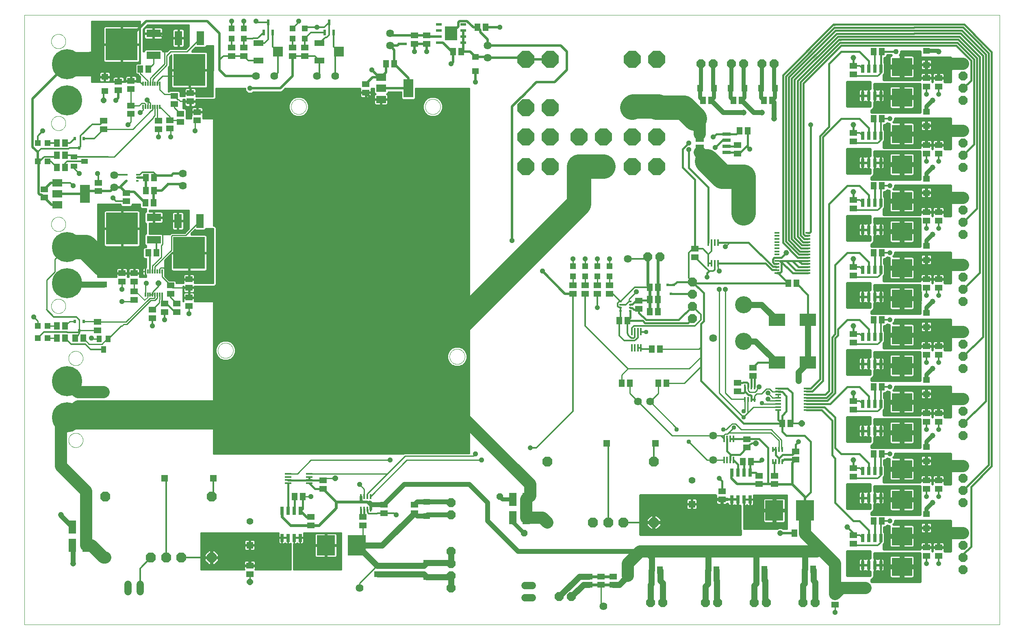
<source format=gtl>
G75*
%MOIN*%
%OFA0B0*%
%FSLAX25Y25*%
%IPPOS*%
%LPD*%
%AMOC8*
5,1,8,0,0,1.08239X$1,22.5*
%
%ADD10C,0.00000*%
%ADD11R,0.05709X0.01654*%
%ADD12R,0.04724X0.04724*%
%ADD13OC8,0.07124*%
%ADD14R,0.01772X0.04331*%
%ADD15R,0.01654X0.05709*%
%ADD16R,0.01969X0.01378*%
%ADD17R,0.05906X0.05118*%
%ADD18R,0.05118X0.05906*%
%ADD19R,0.04724X0.01378*%
%ADD20R,0.05512X0.05118*%
%ADD21R,0.02559X0.06890*%
%ADD22R,0.16700X0.15000*%
%ADD23R,0.06890X0.02559*%
%ADD24R,0.15000X0.16700*%
%ADD25R,0.05118X0.05512*%
%ADD26C,0.14000*%
%ADD27R,0.03937X0.01181*%
%ADD28OC8,0.14118*%
%ADD29R,0.02362X0.02165*%
%ADD30R,0.10433X0.11811*%
%ADD31R,0.04528X0.01969*%
%ADD32R,0.13780X0.09843*%
%ADD33OC8,0.08250*%
%ADD34R,0.06299X0.10630*%
%ADD35C,0.06000*%
%ADD36R,0.05746X0.05746*%
%ADD37R,0.05550X0.05550*%
%ADD38C,0.05550*%
%ADD39R,0.02165X0.02362*%
%ADD40C,0.24669*%
%ADD41R,0.01201X0.03500*%
%ADD42R,0.26378X0.26378*%
%ADD43R,0.11811X0.06299*%
%ADD44R,0.06299X0.11811*%
%ADD45R,0.02362X0.01181*%
%ADD46R,0.07874X0.05906*%
%ADD47R,0.07874X0.14961*%
%ADD48R,0.05512X0.03937*%
%ADD49R,0.03937X0.05512*%
%ADD50R,0.02362X0.05118*%
%ADD51R,0.02362X0.03150*%
%ADD52C,0.06400*%
%ADD53R,0.07874X0.05118*%
%ADD54R,0.07874X0.07874*%
%ADD55R,0.01181X0.06299*%
%ADD56C,0.01600*%
%ADD57C,0.04559*%
%ADD58C,0.05000*%
%ADD59C,0.02400*%
%ADD60C,0.01000*%
%ADD61C,0.04165*%
%ADD62C,0.04362*%
%ADD63C,0.01200*%
%ADD64C,0.04000*%
%ADD65C,0.03200*%
%ADD66C,0.10000*%
%ADD67C,0.02000*%
%ADD68C,0.04756*%
%ADD69C,0.03772*%
%ADD70C,0.04953*%
%ADD71OC8,0.04165*%
%ADD72OC8,0.05346*%
%ADD73OC8,0.03969*%
%ADD74OC8,0.05150*%
%ADD75OC8,0.04362*%
%ADD76C,0.20000*%
%ADD77C,0.05937*%
%ADD78C,0.00800*%
D10*
X0643000Y0933000D02*
X0643000Y1433000D01*
X1442921Y1433000D01*
X1442921Y0933000D01*
X0643000Y0933000D01*
X0679200Y1084400D02*
X0679202Y1084553D01*
X0679208Y1084706D01*
X0679218Y1084859D01*
X0679232Y1085012D01*
X0679250Y1085164D01*
X0679271Y1085315D01*
X0679297Y1085466D01*
X0679327Y1085617D01*
X0679360Y1085766D01*
X0679398Y1085915D01*
X0679439Y1086062D01*
X0679484Y1086209D01*
X0679533Y1086354D01*
X0679585Y1086498D01*
X0679642Y1086640D01*
X0679702Y1086781D01*
X0679765Y1086920D01*
X0679833Y1087058D01*
X0679903Y1087194D01*
X0679978Y1087328D01*
X0680055Y1087460D01*
X0680137Y1087590D01*
X0680221Y1087718D01*
X0680309Y1087843D01*
X0680400Y1087966D01*
X0680494Y1088087D01*
X0680591Y1088205D01*
X0680692Y1088321D01*
X0680795Y1088434D01*
X0680901Y1088545D01*
X0681010Y1088652D01*
X0681122Y1088757D01*
X0681236Y1088859D01*
X0681353Y1088958D01*
X0681473Y1089053D01*
X0681595Y1089146D01*
X0681719Y1089235D01*
X0681846Y1089322D01*
X0681975Y1089404D01*
X0682106Y1089484D01*
X0682239Y1089560D01*
X0682374Y1089632D01*
X0682511Y1089701D01*
X0682649Y1089767D01*
X0682789Y1089829D01*
X0682931Y1089887D01*
X0683074Y1089941D01*
X0683219Y1089992D01*
X0683364Y1090039D01*
X0683511Y1090082D01*
X0683659Y1090121D01*
X0683808Y1090157D01*
X0683958Y1090188D01*
X0684109Y1090216D01*
X0684260Y1090240D01*
X0684412Y1090260D01*
X0684565Y1090276D01*
X0684717Y1090288D01*
X0684870Y1090296D01*
X0685023Y1090300D01*
X0685177Y1090300D01*
X0685330Y1090296D01*
X0685483Y1090288D01*
X0685635Y1090276D01*
X0685788Y1090260D01*
X0685940Y1090240D01*
X0686091Y1090216D01*
X0686242Y1090188D01*
X0686392Y1090157D01*
X0686541Y1090121D01*
X0686689Y1090082D01*
X0686836Y1090039D01*
X0686981Y1089992D01*
X0687126Y1089941D01*
X0687269Y1089887D01*
X0687411Y1089829D01*
X0687551Y1089767D01*
X0687689Y1089701D01*
X0687826Y1089632D01*
X0687961Y1089560D01*
X0688094Y1089484D01*
X0688225Y1089404D01*
X0688354Y1089322D01*
X0688481Y1089235D01*
X0688605Y1089146D01*
X0688727Y1089053D01*
X0688847Y1088958D01*
X0688964Y1088859D01*
X0689078Y1088757D01*
X0689190Y1088652D01*
X0689299Y1088545D01*
X0689405Y1088434D01*
X0689508Y1088321D01*
X0689609Y1088205D01*
X0689706Y1088087D01*
X0689800Y1087966D01*
X0689891Y1087843D01*
X0689979Y1087718D01*
X0690063Y1087590D01*
X0690145Y1087460D01*
X0690222Y1087328D01*
X0690297Y1087194D01*
X0690367Y1087058D01*
X0690435Y1086920D01*
X0690498Y1086781D01*
X0690558Y1086640D01*
X0690615Y1086498D01*
X0690667Y1086354D01*
X0690716Y1086209D01*
X0690761Y1086062D01*
X0690802Y1085915D01*
X0690840Y1085766D01*
X0690873Y1085617D01*
X0690903Y1085466D01*
X0690929Y1085315D01*
X0690950Y1085164D01*
X0690968Y1085012D01*
X0690982Y1084859D01*
X0690992Y1084706D01*
X0690998Y1084553D01*
X0691000Y1084400D01*
X0690998Y1084247D01*
X0690992Y1084094D01*
X0690982Y1083941D01*
X0690968Y1083788D01*
X0690950Y1083636D01*
X0690929Y1083485D01*
X0690903Y1083334D01*
X0690873Y1083183D01*
X0690840Y1083034D01*
X0690802Y1082885D01*
X0690761Y1082738D01*
X0690716Y1082591D01*
X0690667Y1082446D01*
X0690615Y1082302D01*
X0690558Y1082160D01*
X0690498Y1082019D01*
X0690435Y1081880D01*
X0690367Y1081742D01*
X0690297Y1081606D01*
X0690222Y1081472D01*
X0690145Y1081340D01*
X0690063Y1081210D01*
X0689979Y1081082D01*
X0689891Y1080957D01*
X0689800Y1080834D01*
X0689706Y1080713D01*
X0689609Y1080595D01*
X0689508Y1080479D01*
X0689405Y1080366D01*
X0689299Y1080255D01*
X0689190Y1080148D01*
X0689078Y1080043D01*
X0688964Y1079941D01*
X0688847Y1079842D01*
X0688727Y1079747D01*
X0688605Y1079654D01*
X0688481Y1079565D01*
X0688354Y1079478D01*
X0688225Y1079396D01*
X0688094Y1079316D01*
X0687961Y1079240D01*
X0687826Y1079168D01*
X0687689Y1079099D01*
X0687551Y1079033D01*
X0687411Y1078971D01*
X0687269Y1078913D01*
X0687126Y1078859D01*
X0686981Y1078808D01*
X0686836Y1078761D01*
X0686689Y1078718D01*
X0686541Y1078679D01*
X0686392Y1078643D01*
X0686242Y1078612D01*
X0686091Y1078584D01*
X0685940Y1078560D01*
X0685788Y1078540D01*
X0685635Y1078524D01*
X0685483Y1078512D01*
X0685330Y1078504D01*
X0685177Y1078500D01*
X0685023Y1078500D01*
X0684870Y1078504D01*
X0684717Y1078512D01*
X0684565Y1078524D01*
X0684412Y1078540D01*
X0684260Y1078560D01*
X0684109Y1078584D01*
X0683958Y1078612D01*
X0683808Y1078643D01*
X0683659Y1078679D01*
X0683511Y1078718D01*
X0683364Y1078761D01*
X0683219Y1078808D01*
X0683074Y1078859D01*
X0682931Y1078913D01*
X0682789Y1078971D01*
X0682649Y1079033D01*
X0682511Y1079099D01*
X0682374Y1079168D01*
X0682239Y1079240D01*
X0682106Y1079316D01*
X0681975Y1079396D01*
X0681846Y1079478D01*
X0681719Y1079565D01*
X0681595Y1079654D01*
X0681473Y1079747D01*
X0681353Y1079842D01*
X0681236Y1079941D01*
X0681122Y1080043D01*
X0681010Y1080148D01*
X0680901Y1080255D01*
X0680795Y1080366D01*
X0680692Y1080479D01*
X0680591Y1080595D01*
X0680494Y1080713D01*
X0680400Y1080834D01*
X0680309Y1080957D01*
X0680221Y1081082D01*
X0680137Y1081210D01*
X0680055Y1081340D01*
X0679978Y1081472D01*
X0679903Y1081606D01*
X0679833Y1081742D01*
X0679765Y1081880D01*
X0679702Y1082019D01*
X0679642Y1082160D01*
X0679585Y1082302D01*
X0679533Y1082446D01*
X0679484Y1082591D01*
X0679439Y1082738D01*
X0679398Y1082885D01*
X0679360Y1083034D01*
X0679327Y1083183D01*
X0679297Y1083334D01*
X0679271Y1083485D01*
X0679250Y1083636D01*
X0679232Y1083788D01*
X0679218Y1083941D01*
X0679208Y1084094D01*
X0679202Y1084247D01*
X0679200Y1084400D01*
X0679200Y1151600D02*
X0679202Y1151753D01*
X0679208Y1151906D01*
X0679218Y1152059D01*
X0679232Y1152212D01*
X0679250Y1152364D01*
X0679271Y1152515D01*
X0679297Y1152666D01*
X0679327Y1152817D01*
X0679360Y1152966D01*
X0679398Y1153115D01*
X0679439Y1153262D01*
X0679484Y1153409D01*
X0679533Y1153554D01*
X0679585Y1153698D01*
X0679642Y1153840D01*
X0679702Y1153981D01*
X0679765Y1154120D01*
X0679833Y1154258D01*
X0679903Y1154394D01*
X0679978Y1154528D01*
X0680055Y1154660D01*
X0680137Y1154790D01*
X0680221Y1154918D01*
X0680309Y1155043D01*
X0680400Y1155166D01*
X0680494Y1155287D01*
X0680591Y1155405D01*
X0680692Y1155521D01*
X0680795Y1155634D01*
X0680901Y1155745D01*
X0681010Y1155852D01*
X0681122Y1155957D01*
X0681236Y1156059D01*
X0681353Y1156158D01*
X0681473Y1156253D01*
X0681595Y1156346D01*
X0681719Y1156435D01*
X0681846Y1156522D01*
X0681975Y1156604D01*
X0682106Y1156684D01*
X0682239Y1156760D01*
X0682374Y1156832D01*
X0682511Y1156901D01*
X0682649Y1156967D01*
X0682789Y1157029D01*
X0682931Y1157087D01*
X0683074Y1157141D01*
X0683219Y1157192D01*
X0683364Y1157239D01*
X0683511Y1157282D01*
X0683659Y1157321D01*
X0683808Y1157357D01*
X0683958Y1157388D01*
X0684109Y1157416D01*
X0684260Y1157440D01*
X0684412Y1157460D01*
X0684565Y1157476D01*
X0684717Y1157488D01*
X0684870Y1157496D01*
X0685023Y1157500D01*
X0685177Y1157500D01*
X0685330Y1157496D01*
X0685483Y1157488D01*
X0685635Y1157476D01*
X0685788Y1157460D01*
X0685940Y1157440D01*
X0686091Y1157416D01*
X0686242Y1157388D01*
X0686392Y1157357D01*
X0686541Y1157321D01*
X0686689Y1157282D01*
X0686836Y1157239D01*
X0686981Y1157192D01*
X0687126Y1157141D01*
X0687269Y1157087D01*
X0687411Y1157029D01*
X0687551Y1156967D01*
X0687689Y1156901D01*
X0687826Y1156832D01*
X0687961Y1156760D01*
X0688094Y1156684D01*
X0688225Y1156604D01*
X0688354Y1156522D01*
X0688481Y1156435D01*
X0688605Y1156346D01*
X0688727Y1156253D01*
X0688847Y1156158D01*
X0688964Y1156059D01*
X0689078Y1155957D01*
X0689190Y1155852D01*
X0689299Y1155745D01*
X0689405Y1155634D01*
X0689508Y1155521D01*
X0689609Y1155405D01*
X0689706Y1155287D01*
X0689800Y1155166D01*
X0689891Y1155043D01*
X0689979Y1154918D01*
X0690063Y1154790D01*
X0690145Y1154660D01*
X0690222Y1154528D01*
X0690297Y1154394D01*
X0690367Y1154258D01*
X0690435Y1154120D01*
X0690498Y1153981D01*
X0690558Y1153840D01*
X0690615Y1153698D01*
X0690667Y1153554D01*
X0690716Y1153409D01*
X0690761Y1153262D01*
X0690802Y1153115D01*
X0690840Y1152966D01*
X0690873Y1152817D01*
X0690903Y1152666D01*
X0690929Y1152515D01*
X0690950Y1152364D01*
X0690968Y1152212D01*
X0690982Y1152059D01*
X0690992Y1151906D01*
X0690998Y1151753D01*
X0691000Y1151600D01*
X0690998Y1151447D01*
X0690992Y1151294D01*
X0690982Y1151141D01*
X0690968Y1150988D01*
X0690950Y1150836D01*
X0690929Y1150685D01*
X0690903Y1150534D01*
X0690873Y1150383D01*
X0690840Y1150234D01*
X0690802Y1150085D01*
X0690761Y1149938D01*
X0690716Y1149791D01*
X0690667Y1149646D01*
X0690615Y1149502D01*
X0690558Y1149360D01*
X0690498Y1149219D01*
X0690435Y1149080D01*
X0690367Y1148942D01*
X0690297Y1148806D01*
X0690222Y1148672D01*
X0690145Y1148540D01*
X0690063Y1148410D01*
X0689979Y1148282D01*
X0689891Y1148157D01*
X0689800Y1148034D01*
X0689706Y1147913D01*
X0689609Y1147795D01*
X0689508Y1147679D01*
X0689405Y1147566D01*
X0689299Y1147455D01*
X0689190Y1147348D01*
X0689078Y1147243D01*
X0688964Y1147141D01*
X0688847Y1147042D01*
X0688727Y1146947D01*
X0688605Y1146854D01*
X0688481Y1146765D01*
X0688354Y1146678D01*
X0688225Y1146596D01*
X0688094Y1146516D01*
X0687961Y1146440D01*
X0687826Y1146368D01*
X0687689Y1146299D01*
X0687551Y1146233D01*
X0687411Y1146171D01*
X0687269Y1146113D01*
X0687126Y1146059D01*
X0686981Y1146008D01*
X0686836Y1145961D01*
X0686689Y1145918D01*
X0686541Y1145879D01*
X0686392Y1145843D01*
X0686242Y1145812D01*
X0686091Y1145784D01*
X0685940Y1145760D01*
X0685788Y1145740D01*
X0685635Y1145724D01*
X0685483Y1145712D01*
X0685330Y1145704D01*
X0685177Y1145700D01*
X0685023Y1145700D01*
X0684870Y1145704D01*
X0684717Y1145712D01*
X0684565Y1145724D01*
X0684412Y1145740D01*
X0684260Y1145760D01*
X0684109Y1145784D01*
X0683958Y1145812D01*
X0683808Y1145843D01*
X0683659Y1145879D01*
X0683511Y1145918D01*
X0683364Y1145961D01*
X0683219Y1146008D01*
X0683074Y1146059D01*
X0682931Y1146113D01*
X0682789Y1146171D01*
X0682649Y1146233D01*
X0682511Y1146299D01*
X0682374Y1146368D01*
X0682239Y1146440D01*
X0682106Y1146516D01*
X0681975Y1146596D01*
X0681846Y1146678D01*
X0681719Y1146765D01*
X0681595Y1146854D01*
X0681473Y1146947D01*
X0681353Y1147042D01*
X0681236Y1147141D01*
X0681122Y1147243D01*
X0681010Y1147348D01*
X0680901Y1147455D01*
X0680795Y1147566D01*
X0680692Y1147679D01*
X0680591Y1147795D01*
X0680494Y1147913D01*
X0680400Y1148034D01*
X0680309Y1148157D01*
X0680221Y1148282D01*
X0680137Y1148410D01*
X0680055Y1148540D01*
X0679978Y1148672D01*
X0679903Y1148806D01*
X0679833Y1148942D01*
X0679765Y1149080D01*
X0679702Y1149219D01*
X0679642Y1149360D01*
X0679585Y1149502D01*
X0679533Y1149646D01*
X0679484Y1149791D01*
X0679439Y1149938D01*
X0679398Y1150085D01*
X0679360Y1150234D01*
X0679327Y1150383D01*
X0679297Y1150534D01*
X0679271Y1150685D01*
X0679250Y1150836D01*
X0679232Y1150988D01*
X0679218Y1151141D01*
X0679208Y1151294D01*
X0679202Y1151447D01*
X0679200Y1151600D01*
X0665000Y1194400D02*
X0665002Y1194553D01*
X0665008Y1194706D01*
X0665018Y1194859D01*
X0665032Y1195012D01*
X0665050Y1195164D01*
X0665071Y1195315D01*
X0665097Y1195466D01*
X0665127Y1195617D01*
X0665160Y1195766D01*
X0665198Y1195915D01*
X0665239Y1196062D01*
X0665284Y1196209D01*
X0665333Y1196354D01*
X0665385Y1196498D01*
X0665442Y1196640D01*
X0665502Y1196781D01*
X0665565Y1196920D01*
X0665633Y1197058D01*
X0665703Y1197194D01*
X0665778Y1197328D01*
X0665855Y1197460D01*
X0665937Y1197590D01*
X0666021Y1197718D01*
X0666109Y1197843D01*
X0666200Y1197966D01*
X0666294Y1198087D01*
X0666391Y1198205D01*
X0666492Y1198321D01*
X0666595Y1198434D01*
X0666701Y1198545D01*
X0666810Y1198652D01*
X0666922Y1198757D01*
X0667036Y1198859D01*
X0667153Y1198958D01*
X0667273Y1199053D01*
X0667395Y1199146D01*
X0667519Y1199235D01*
X0667646Y1199322D01*
X0667775Y1199404D01*
X0667906Y1199484D01*
X0668039Y1199560D01*
X0668174Y1199632D01*
X0668311Y1199701D01*
X0668449Y1199767D01*
X0668589Y1199829D01*
X0668731Y1199887D01*
X0668874Y1199941D01*
X0669019Y1199992D01*
X0669164Y1200039D01*
X0669311Y1200082D01*
X0669459Y1200121D01*
X0669608Y1200157D01*
X0669758Y1200188D01*
X0669909Y1200216D01*
X0670060Y1200240D01*
X0670212Y1200260D01*
X0670365Y1200276D01*
X0670517Y1200288D01*
X0670670Y1200296D01*
X0670823Y1200300D01*
X0670977Y1200300D01*
X0671130Y1200296D01*
X0671283Y1200288D01*
X0671435Y1200276D01*
X0671588Y1200260D01*
X0671740Y1200240D01*
X0671891Y1200216D01*
X0672042Y1200188D01*
X0672192Y1200157D01*
X0672341Y1200121D01*
X0672489Y1200082D01*
X0672636Y1200039D01*
X0672781Y1199992D01*
X0672926Y1199941D01*
X0673069Y1199887D01*
X0673211Y1199829D01*
X0673351Y1199767D01*
X0673489Y1199701D01*
X0673626Y1199632D01*
X0673761Y1199560D01*
X0673894Y1199484D01*
X0674025Y1199404D01*
X0674154Y1199322D01*
X0674281Y1199235D01*
X0674405Y1199146D01*
X0674527Y1199053D01*
X0674647Y1198958D01*
X0674764Y1198859D01*
X0674878Y1198757D01*
X0674990Y1198652D01*
X0675099Y1198545D01*
X0675205Y1198434D01*
X0675308Y1198321D01*
X0675409Y1198205D01*
X0675506Y1198087D01*
X0675600Y1197966D01*
X0675691Y1197843D01*
X0675779Y1197718D01*
X0675863Y1197590D01*
X0675945Y1197460D01*
X0676022Y1197328D01*
X0676097Y1197194D01*
X0676167Y1197058D01*
X0676235Y1196920D01*
X0676298Y1196781D01*
X0676358Y1196640D01*
X0676415Y1196498D01*
X0676467Y1196354D01*
X0676516Y1196209D01*
X0676561Y1196062D01*
X0676602Y1195915D01*
X0676640Y1195766D01*
X0676673Y1195617D01*
X0676703Y1195466D01*
X0676729Y1195315D01*
X0676750Y1195164D01*
X0676768Y1195012D01*
X0676782Y1194859D01*
X0676792Y1194706D01*
X0676798Y1194553D01*
X0676800Y1194400D01*
X0676798Y1194247D01*
X0676792Y1194094D01*
X0676782Y1193941D01*
X0676768Y1193788D01*
X0676750Y1193636D01*
X0676729Y1193485D01*
X0676703Y1193334D01*
X0676673Y1193183D01*
X0676640Y1193034D01*
X0676602Y1192885D01*
X0676561Y1192738D01*
X0676516Y1192591D01*
X0676467Y1192446D01*
X0676415Y1192302D01*
X0676358Y1192160D01*
X0676298Y1192019D01*
X0676235Y1191880D01*
X0676167Y1191742D01*
X0676097Y1191606D01*
X0676022Y1191472D01*
X0675945Y1191340D01*
X0675863Y1191210D01*
X0675779Y1191082D01*
X0675691Y1190957D01*
X0675600Y1190834D01*
X0675506Y1190713D01*
X0675409Y1190595D01*
X0675308Y1190479D01*
X0675205Y1190366D01*
X0675099Y1190255D01*
X0674990Y1190148D01*
X0674878Y1190043D01*
X0674764Y1189941D01*
X0674647Y1189842D01*
X0674527Y1189747D01*
X0674405Y1189654D01*
X0674281Y1189565D01*
X0674154Y1189478D01*
X0674025Y1189396D01*
X0673894Y1189316D01*
X0673761Y1189240D01*
X0673626Y1189168D01*
X0673489Y1189099D01*
X0673351Y1189033D01*
X0673211Y1188971D01*
X0673069Y1188913D01*
X0672926Y1188859D01*
X0672781Y1188808D01*
X0672636Y1188761D01*
X0672489Y1188718D01*
X0672341Y1188679D01*
X0672192Y1188643D01*
X0672042Y1188612D01*
X0671891Y1188584D01*
X0671740Y1188560D01*
X0671588Y1188540D01*
X0671435Y1188524D01*
X0671283Y1188512D01*
X0671130Y1188504D01*
X0670977Y1188500D01*
X0670823Y1188500D01*
X0670670Y1188504D01*
X0670517Y1188512D01*
X0670365Y1188524D01*
X0670212Y1188540D01*
X0670060Y1188560D01*
X0669909Y1188584D01*
X0669758Y1188612D01*
X0669608Y1188643D01*
X0669459Y1188679D01*
X0669311Y1188718D01*
X0669164Y1188761D01*
X0669019Y1188808D01*
X0668874Y1188859D01*
X0668731Y1188913D01*
X0668589Y1188971D01*
X0668449Y1189033D01*
X0668311Y1189099D01*
X0668174Y1189168D01*
X0668039Y1189240D01*
X0667906Y1189316D01*
X0667775Y1189396D01*
X0667646Y1189478D01*
X0667519Y1189565D01*
X0667395Y1189654D01*
X0667273Y1189747D01*
X0667153Y1189842D01*
X0667036Y1189941D01*
X0666922Y1190043D01*
X0666810Y1190148D01*
X0666701Y1190255D01*
X0666595Y1190366D01*
X0666492Y1190479D01*
X0666391Y1190595D01*
X0666294Y1190713D01*
X0666200Y1190834D01*
X0666109Y1190957D01*
X0666021Y1191082D01*
X0665937Y1191210D01*
X0665855Y1191340D01*
X0665778Y1191472D01*
X0665703Y1191606D01*
X0665633Y1191742D01*
X0665565Y1191880D01*
X0665502Y1192019D01*
X0665442Y1192160D01*
X0665385Y1192302D01*
X0665333Y1192446D01*
X0665284Y1192591D01*
X0665239Y1192738D01*
X0665198Y1192885D01*
X0665160Y1193034D01*
X0665127Y1193183D01*
X0665097Y1193334D01*
X0665071Y1193485D01*
X0665050Y1193636D01*
X0665032Y1193788D01*
X0665018Y1193941D01*
X0665008Y1194094D01*
X0665002Y1194247D01*
X0665000Y1194400D01*
X0665000Y1261600D02*
X0665002Y1261753D01*
X0665008Y1261906D01*
X0665018Y1262059D01*
X0665032Y1262212D01*
X0665050Y1262364D01*
X0665071Y1262515D01*
X0665097Y1262666D01*
X0665127Y1262817D01*
X0665160Y1262966D01*
X0665198Y1263115D01*
X0665239Y1263262D01*
X0665284Y1263409D01*
X0665333Y1263554D01*
X0665385Y1263698D01*
X0665442Y1263840D01*
X0665502Y1263981D01*
X0665565Y1264120D01*
X0665633Y1264258D01*
X0665703Y1264394D01*
X0665778Y1264528D01*
X0665855Y1264660D01*
X0665937Y1264790D01*
X0666021Y1264918D01*
X0666109Y1265043D01*
X0666200Y1265166D01*
X0666294Y1265287D01*
X0666391Y1265405D01*
X0666492Y1265521D01*
X0666595Y1265634D01*
X0666701Y1265745D01*
X0666810Y1265852D01*
X0666922Y1265957D01*
X0667036Y1266059D01*
X0667153Y1266158D01*
X0667273Y1266253D01*
X0667395Y1266346D01*
X0667519Y1266435D01*
X0667646Y1266522D01*
X0667775Y1266604D01*
X0667906Y1266684D01*
X0668039Y1266760D01*
X0668174Y1266832D01*
X0668311Y1266901D01*
X0668449Y1266967D01*
X0668589Y1267029D01*
X0668731Y1267087D01*
X0668874Y1267141D01*
X0669019Y1267192D01*
X0669164Y1267239D01*
X0669311Y1267282D01*
X0669459Y1267321D01*
X0669608Y1267357D01*
X0669758Y1267388D01*
X0669909Y1267416D01*
X0670060Y1267440D01*
X0670212Y1267460D01*
X0670365Y1267476D01*
X0670517Y1267488D01*
X0670670Y1267496D01*
X0670823Y1267500D01*
X0670977Y1267500D01*
X0671130Y1267496D01*
X0671283Y1267488D01*
X0671435Y1267476D01*
X0671588Y1267460D01*
X0671740Y1267440D01*
X0671891Y1267416D01*
X0672042Y1267388D01*
X0672192Y1267357D01*
X0672341Y1267321D01*
X0672489Y1267282D01*
X0672636Y1267239D01*
X0672781Y1267192D01*
X0672926Y1267141D01*
X0673069Y1267087D01*
X0673211Y1267029D01*
X0673351Y1266967D01*
X0673489Y1266901D01*
X0673626Y1266832D01*
X0673761Y1266760D01*
X0673894Y1266684D01*
X0674025Y1266604D01*
X0674154Y1266522D01*
X0674281Y1266435D01*
X0674405Y1266346D01*
X0674527Y1266253D01*
X0674647Y1266158D01*
X0674764Y1266059D01*
X0674878Y1265957D01*
X0674990Y1265852D01*
X0675099Y1265745D01*
X0675205Y1265634D01*
X0675308Y1265521D01*
X0675409Y1265405D01*
X0675506Y1265287D01*
X0675600Y1265166D01*
X0675691Y1265043D01*
X0675779Y1264918D01*
X0675863Y1264790D01*
X0675945Y1264660D01*
X0676022Y1264528D01*
X0676097Y1264394D01*
X0676167Y1264258D01*
X0676235Y1264120D01*
X0676298Y1263981D01*
X0676358Y1263840D01*
X0676415Y1263698D01*
X0676467Y1263554D01*
X0676516Y1263409D01*
X0676561Y1263262D01*
X0676602Y1263115D01*
X0676640Y1262966D01*
X0676673Y1262817D01*
X0676703Y1262666D01*
X0676729Y1262515D01*
X0676750Y1262364D01*
X0676768Y1262212D01*
X0676782Y1262059D01*
X0676792Y1261906D01*
X0676798Y1261753D01*
X0676800Y1261600D01*
X0676798Y1261447D01*
X0676792Y1261294D01*
X0676782Y1261141D01*
X0676768Y1260988D01*
X0676750Y1260836D01*
X0676729Y1260685D01*
X0676703Y1260534D01*
X0676673Y1260383D01*
X0676640Y1260234D01*
X0676602Y1260085D01*
X0676561Y1259938D01*
X0676516Y1259791D01*
X0676467Y1259646D01*
X0676415Y1259502D01*
X0676358Y1259360D01*
X0676298Y1259219D01*
X0676235Y1259080D01*
X0676167Y1258942D01*
X0676097Y1258806D01*
X0676022Y1258672D01*
X0675945Y1258540D01*
X0675863Y1258410D01*
X0675779Y1258282D01*
X0675691Y1258157D01*
X0675600Y1258034D01*
X0675506Y1257913D01*
X0675409Y1257795D01*
X0675308Y1257679D01*
X0675205Y1257566D01*
X0675099Y1257455D01*
X0674990Y1257348D01*
X0674878Y1257243D01*
X0674764Y1257141D01*
X0674647Y1257042D01*
X0674527Y1256947D01*
X0674405Y1256854D01*
X0674281Y1256765D01*
X0674154Y1256678D01*
X0674025Y1256596D01*
X0673894Y1256516D01*
X0673761Y1256440D01*
X0673626Y1256368D01*
X0673489Y1256299D01*
X0673351Y1256233D01*
X0673211Y1256171D01*
X0673069Y1256113D01*
X0672926Y1256059D01*
X0672781Y1256008D01*
X0672636Y1255961D01*
X0672489Y1255918D01*
X0672341Y1255879D01*
X0672192Y1255843D01*
X0672042Y1255812D01*
X0671891Y1255784D01*
X0671740Y1255760D01*
X0671588Y1255740D01*
X0671435Y1255724D01*
X0671283Y1255712D01*
X0671130Y1255704D01*
X0670977Y1255700D01*
X0670823Y1255700D01*
X0670670Y1255704D01*
X0670517Y1255712D01*
X0670365Y1255724D01*
X0670212Y1255740D01*
X0670060Y1255760D01*
X0669909Y1255784D01*
X0669758Y1255812D01*
X0669608Y1255843D01*
X0669459Y1255879D01*
X0669311Y1255918D01*
X0669164Y1255961D01*
X0669019Y1256008D01*
X0668874Y1256059D01*
X0668731Y1256113D01*
X0668589Y1256171D01*
X0668449Y1256233D01*
X0668311Y1256299D01*
X0668174Y1256368D01*
X0668039Y1256440D01*
X0667906Y1256516D01*
X0667775Y1256596D01*
X0667646Y1256678D01*
X0667519Y1256765D01*
X0667395Y1256854D01*
X0667273Y1256947D01*
X0667153Y1257042D01*
X0667036Y1257141D01*
X0666922Y1257243D01*
X0666810Y1257348D01*
X0666701Y1257455D01*
X0666595Y1257566D01*
X0666492Y1257679D01*
X0666391Y1257795D01*
X0666294Y1257913D01*
X0666200Y1258034D01*
X0666109Y1258157D01*
X0666021Y1258282D01*
X0665937Y1258410D01*
X0665855Y1258540D01*
X0665778Y1258672D01*
X0665703Y1258806D01*
X0665633Y1258942D01*
X0665565Y1259080D01*
X0665502Y1259219D01*
X0665442Y1259360D01*
X0665385Y1259502D01*
X0665333Y1259646D01*
X0665284Y1259791D01*
X0665239Y1259938D01*
X0665198Y1260085D01*
X0665160Y1260234D01*
X0665127Y1260383D01*
X0665097Y1260534D01*
X0665071Y1260685D01*
X0665050Y1260836D01*
X0665032Y1260988D01*
X0665018Y1261141D01*
X0665008Y1261294D01*
X0665002Y1261447D01*
X0665000Y1261600D01*
X0665000Y1344400D02*
X0665002Y1344553D01*
X0665008Y1344706D01*
X0665018Y1344859D01*
X0665032Y1345012D01*
X0665050Y1345164D01*
X0665071Y1345315D01*
X0665097Y1345466D01*
X0665127Y1345617D01*
X0665160Y1345766D01*
X0665198Y1345915D01*
X0665239Y1346062D01*
X0665284Y1346209D01*
X0665333Y1346354D01*
X0665385Y1346498D01*
X0665442Y1346640D01*
X0665502Y1346781D01*
X0665565Y1346920D01*
X0665633Y1347058D01*
X0665703Y1347194D01*
X0665778Y1347328D01*
X0665855Y1347460D01*
X0665937Y1347590D01*
X0666021Y1347718D01*
X0666109Y1347843D01*
X0666200Y1347966D01*
X0666294Y1348087D01*
X0666391Y1348205D01*
X0666492Y1348321D01*
X0666595Y1348434D01*
X0666701Y1348545D01*
X0666810Y1348652D01*
X0666922Y1348757D01*
X0667036Y1348859D01*
X0667153Y1348958D01*
X0667273Y1349053D01*
X0667395Y1349146D01*
X0667519Y1349235D01*
X0667646Y1349322D01*
X0667775Y1349404D01*
X0667906Y1349484D01*
X0668039Y1349560D01*
X0668174Y1349632D01*
X0668311Y1349701D01*
X0668449Y1349767D01*
X0668589Y1349829D01*
X0668731Y1349887D01*
X0668874Y1349941D01*
X0669019Y1349992D01*
X0669164Y1350039D01*
X0669311Y1350082D01*
X0669459Y1350121D01*
X0669608Y1350157D01*
X0669758Y1350188D01*
X0669909Y1350216D01*
X0670060Y1350240D01*
X0670212Y1350260D01*
X0670365Y1350276D01*
X0670517Y1350288D01*
X0670670Y1350296D01*
X0670823Y1350300D01*
X0670977Y1350300D01*
X0671130Y1350296D01*
X0671283Y1350288D01*
X0671435Y1350276D01*
X0671588Y1350260D01*
X0671740Y1350240D01*
X0671891Y1350216D01*
X0672042Y1350188D01*
X0672192Y1350157D01*
X0672341Y1350121D01*
X0672489Y1350082D01*
X0672636Y1350039D01*
X0672781Y1349992D01*
X0672926Y1349941D01*
X0673069Y1349887D01*
X0673211Y1349829D01*
X0673351Y1349767D01*
X0673489Y1349701D01*
X0673626Y1349632D01*
X0673761Y1349560D01*
X0673894Y1349484D01*
X0674025Y1349404D01*
X0674154Y1349322D01*
X0674281Y1349235D01*
X0674405Y1349146D01*
X0674527Y1349053D01*
X0674647Y1348958D01*
X0674764Y1348859D01*
X0674878Y1348757D01*
X0674990Y1348652D01*
X0675099Y1348545D01*
X0675205Y1348434D01*
X0675308Y1348321D01*
X0675409Y1348205D01*
X0675506Y1348087D01*
X0675600Y1347966D01*
X0675691Y1347843D01*
X0675779Y1347718D01*
X0675863Y1347590D01*
X0675945Y1347460D01*
X0676022Y1347328D01*
X0676097Y1347194D01*
X0676167Y1347058D01*
X0676235Y1346920D01*
X0676298Y1346781D01*
X0676358Y1346640D01*
X0676415Y1346498D01*
X0676467Y1346354D01*
X0676516Y1346209D01*
X0676561Y1346062D01*
X0676602Y1345915D01*
X0676640Y1345766D01*
X0676673Y1345617D01*
X0676703Y1345466D01*
X0676729Y1345315D01*
X0676750Y1345164D01*
X0676768Y1345012D01*
X0676782Y1344859D01*
X0676792Y1344706D01*
X0676798Y1344553D01*
X0676800Y1344400D01*
X0676798Y1344247D01*
X0676792Y1344094D01*
X0676782Y1343941D01*
X0676768Y1343788D01*
X0676750Y1343636D01*
X0676729Y1343485D01*
X0676703Y1343334D01*
X0676673Y1343183D01*
X0676640Y1343034D01*
X0676602Y1342885D01*
X0676561Y1342738D01*
X0676516Y1342591D01*
X0676467Y1342446D01*
X0676415Y1342302D01*
X0676358Y1342160D01*
X0676298Y1342019D01*
X0676235Y1341880D01*
X0676167Y1341742D01*
X0676097Y1341606D01*
X0676022Y1341472D01*
X0675945Y1341340D01*
X0675863Y1341210D01*
X0675779Y1341082D01*
X0675691Y1340957D01*
X0675600Y1340834D01*
X0675506Y1340713D01*
X0675409Y1340595D01*
X0675308Y1340479D01*
X0675205Y1340366D01*
X0675099Y1340255D01*
X0674990Y1340148D01*
X0674878Y1340043D01*
X0674764Y1339941D01*
X0674647Y1339842D01*
X0674527Y1339747D01*
X0674405Y1339654D01*
X0674281Y1339565D01*
X0674154Y1339478D01*
X0674025Y1339396D01*
X0673894Y1339316D01*
X0673761Y1339240D01*
X0673626Y1339168D01*
X0673489Y1339099D01*
X0673351Y1339033D01*
X0673211Y1338971D01*
X0673069Y1338913D01*
X0672926Y1338859D01*
X0672781Y1338808D01*
X0672636Y1338761D01*
X0672489Y1338718D01*
X0672341Y1338679D01*
X0672192Y1338643D01*
X0672042Y1338612D01*
X0671891Y1338584D01*
X0671740Y1338560D01*
X0671588Y1338540D01*
X0671435Y1338524D01*
X0671283Y1338512D01*
X0671130Y1338504D01*
X0670977Y1338500D01*
X0670823Y1338500D01*
X0670670Y1338504D01*
X0670517Y1338512D01*
X0670365Y1338524D01*
X0670212Y1338540D01*
X0670060Y1338560D01*
X0669909Y1338584D01*
X0669758Y1338612D01*
X0669608Y1338643D01*
X0669459Y1338679D01*
X0669311Y1338718D01*
X0669164Y1338761D01*
X0669019Y1338808D01*
X0668874Y1338859D01*
X0668731Y1338913D01*
X0668589Y1338971D01*
X0668449Y1339033D01*
X0668311Y1339099D01*
X0668174Y1339168D01*
X0668039Y1339240D01*
X0667906Y1339316D01*
X0667775Y1339396D01*
X0667646Y1339478D01*
X0667519Y1339565D01*
X0667395Y1339654D01*
X0667273Y1339747D01*
X0667153Y1339842D01*
X0667036Y1339941D01*
X0666922Y1340043D01*
X0666810Y1340148D01*
X0666701Y1340255D01*
X0666595Y1340366D01*
X0666492Y1340479D01*
X0666391Y1340595D01*
X0666294Y1340713D01*
X0666200Y1340834D01*
X0666109Y1340957D01*
X0666021Y1341082D01*
X0665937Y1341210D01*
X0665855Y1341340D01*
X0665778Y1341472D01*
X0665703Y1341606D01*
X0665633Y1341742D01*
X0665565Y1341880D01*
X0665502Y1342019D01*
X0665442Y1342160D01*
X0665385Y1342302D01*
X0665333Y1342446D01*
X0665284Y1342591D01*
X0665239Y1342738D01*
X0665198Y1342885D01*
X0665160Y1343034D01*
X0665127Y1343183D01*
X0665097Y1343334D01*
X0665071Y1343485D01*
X0665050Y1343636D01*
X0665032Y1343788D01*
X0665018Y1343941D01*
X0665008Y1344094D01*
X0665002Y1344247D01*
X0665000Y1344400D01*
X0665000Y1411600D02*
X0665002Y1411753D01*
X0665008Y1411906D01*
X0665018Y1412059D01*
X0665032Y1412212D01*
X0665050Y1412364D01*
X0665071Y1412515D01*
X0665097Y1412666D01*
X0665127Y1412817D01*
X0665160Y1412966D01*
X0665198Y1413115D01*
X0665239Y1413262D01*
X0665284Y1413409D01*
X0665333Y1413554D01*
X0665385Y1413698D01*
X0665442Y1413840D01*
X0665502Y1413981D01*
X0665565Y1414120D01*
X0665633Y1414258D01*
X0665703Y1414394D01*
X0665778Y1414528D01*
X0665855Y1414660D01*
X0665937Y1414790D01*
X0666021Y1414918D01*
X0666109Y1415043D01*
X0666200Y1415166D01*
X0666294Y1415287D01*
X0666391Y1415405D01*
X0666492Y1415521D01*
X0666595Y1415634D01*
X0666701Y1415745D01*
X0666810Y1415852D01*
X0666922Y1415957D01*
X0667036Y1416059D01*
X0667153Y1416158D01*
X0667273Y1416253D01*
X0667395Y1416346D01*
X0667519Y1416435D01*
X0667646Y1416522D01*
X0667775Y1416604D01*
X0667906Y1416684D01*
X0668039Y1416760D01*
X0668174Y1416832D01*
X0668311Y1416901D01*
X0668449Y1416967D01*
X0668589Y1417029D01*
X0668731Y1417087D01*
X0668874Y1417141D01*
X0669019Y1417192D01*
X0669164Y1417239D01*
X0669311Y1417282D01*
X0669459Y1417321D01*
X0669608Y1417357D01*
X0669758Y1417388D01*
X0669909Y1417416D01*
X0670060Y1417440D01*
X0670212Y1417460D01*
X0670365Y1417476D01*
X0670517Y1417488D01*
X0670670Y1417496D01*
X0670823Y1417500D01*
X0670977Y1417500D01*
X0671130Y1417496D01*
X0671283Y1417488D01*
X0671435Y1417476D01*
X0671588Y1417460D01*
X0671740Y1417440D01*
X0671891Y1417416D01*
X0672042Y1417388D01*
X0672192Y1417357D01*
X0672341Y1417321D01*
X0672489Y1417282D01*
X0672636Y1417239D01*
X0672781Y1417192D01*
X0672926Y1417141D01*
X0673069Y1417087D01*
X0673211Y1417029D01*
X0673351Y1416967D01*
X0673489Y1416901D01*
X0673626Y1416832D01*
X0673761Y1416760D01*
X0673894Y1416684D01*
X0674025Y1416604D01*
X0674154Y1416522D01*
X0674281Y1416435D01*
X0674405Y1416346D01*
X0674527Y1416253D01*
X0674647Y1416158D01*
X0674764Y1416059D01*
X0674878Y1415957D01*
X0674990Y1415852D01*
X0675099Y1415745D01*
X0675205Y1415634D01*
X0675308Y1415521D01*
X0675409Y1415405D01*
X0675506Y1415287D01*
X0675600Y1415166D01*
X0675691Y1415043D01*
X0675779Y1414918D01*
X0675863Y1414790D01*
X0675945Y1414660D01*
X0676022Y1414528D01*
X0676097Y1414394D01*
X0676167Y1414258D01*
X0676235Y1414120D01*
X0676298Y1413981D01*
X0676358Y1413840D01*
X0676415Y1413698D01*
X0676467Y1413554D01*
X0676516Y1413409D01*
X0676561Y1413262D01*
X0676602Y1413115D01*
X0676640Y1412966D01*
X0676673Y1412817D01*
X0676703Y1412666D01*
X0676729Y1412515D01*
X0676750Y1412364D01*
X0676768Y1412212D01*
X0676782Y1412059D01*
X0676792Y1411906D01*
X0676798Y1411753D01*
X0676800Y1411600D01*
X0676798Y1411447D01*
X0676792Y1411294D01*
X0676782Y1411141D01*
X0676768Y1410988D01*
X0676750Y1410836D01*
X0676729Y1410685D01*
X0676703Y1410534D01*
X0676673Y1410383D01*
X0676640Y1410234D01*
X0676602Y1410085D01*
X0676561Y1409938D01*
X0676516Y1409791D01*
X0676467Y1409646D01*
X0676415Y1409502D01*
X0676358Y1409360D01*
X0676298Y1409219D01*
X0676235Y1409080D01*
X0676167Y1408942D01*
X0676097Y1408806D01*
X0676022Y1408672D01*
X0675945Y1408540D01*
X0675863Y1408410D01*
X0675779Y1408282D01*
X0675691Y1408157D01*
X0675600Y1408034D01*
X0675506Y1407913D01*
X0675409Y1407795D01*
X0675308Y1407679D01*
X0675205Y1407566D01*
X0675099Y1407455D01*
X0674990Y1407348D01*
X0674878Y1407243D01*
X0674764Y1407141D01*
X0674647Y1407042D01*
X0674527Y1406947D01*
X0674405Y1406854D01*
X0674281Y1406765D01*
X0674154Y1406678D01*
X0674025Y1406596D01*
X0673894Y1406516D01*
X0673761Y1406440D01*
X0673626Y1406368D01*
X0673489Y1406299D01*
X0673351Y1406233D01*
X0673211Y1406171D01*
X0673069Y1406113D01*
X0672926Y1406059D01*
X0672781Y1406008D01*
X0672636Y1405961D01*
X0672489Y1405918D01*
X0672341Y1405879D01*
X0672192Y1405843D01*
X0672042Y1405812D01*
X0671891Y1405784D01*
X0671740Y1405760D01*
X0671588Y1405740D01*
X0671435Y1405724D01*
X0671283Y1405712D01*
X0671130Y1405704D01*
X0670977Y1405700D01*
X0670823Y1405700D01*
X0670670Y1405704D01*
X0670517Y1405712D01*
X0670365Y1405724D01*
X0670212Y1405740D01*
X0670060Y1405760D01*
X0669909Y1405784D01*
X0669758Y1405812D01*
X0669608Y1405843D01*
X0669459Y1405879D01*
X0669311Y1405918D01*
X0669164Y1405961D01*
X0669019Y1406008D01*
X0668874Y1406059D01*
X0668731Y1406113D01*
X0668589Y1406171D01*
X0668449Y1406233D01*
X0668311Y1406299D01*
X0668174Y1406368D01*
X0668039Y1406440D01*
X0667906Y1406516D01*
X0667775Y1406596D01*
X0667646Y1406678D01*
X0667519Y1406765D01*
X0667395Y1406854D01*
X0667273Y1406947D01*
X0667153Y1407042D01*
X0667036Y1407141D01*
X0666922Y1407243D01*
X0666810Y1407348D01*
X0666701Y1407455D01*
X0666595Y1407566D01*
X0666492Y1407679D01*
X0666391Y1407795D01*
X0666294Y1407913D01*
X0666200Y1408034D01*
X0666109Y1408157D01*
X0666021Y1408282D01*
X0665937Y1408410D01*
X0665855Y1408540D01*
X0665778Y1408672D01*
X0665703Y1408806D01*
X0665633Y1408942D01*
X0665565Y1409080D01*
X0665502Y1409219D01*
X0665442Y1409360D01*
X0665385Y1409502D01*
X0665333Y1409646D01*
X0665284Y1409791D01*
X0665239Y1409938D01*
X0665198Y1410085D01*
X0665160Y1410234D01*
X0665127Y1410383D01*
X0665097Y1410534D01*
X0665071Y1410685D01*
X0665050Y1410836D01*
X0665032Y1410988D01*
X0665018Y1411141D01*
X0665008Y1411294D01*
X0665002Y1411447D01*
X0665000Y1411600D01*
X0861750Y1358000D02*
X0861752Y1358158D01*
X0861758Y1358315D01*
X0861768Y1358473D01*
X0861782Y1358630D01*
X0861800Y1358786D01*
X0861821Y1358943D01*
X0861847Y1359098D01*
X0861877Y1359253D01*
X0861910Y1359407D01*
X0861948Y1359560D01*
X0861989Y1359713D01*
X0862034Y1359864D01*
X0862083Y1360014D01*
X0862136Y1360162D01*
X0862192Y1360310D01*
X0862253Y1360455D01*
X0862316Y1360600D01*
X0862384Y1360742D01*
X0862455Y1360883D01*
X0862529Y1361022D01*
X0862607Y1361159D01*
X0862689Y1361294D01*
X0862773Y1361427D01*
X0862862Y1361558D01*
X0862953Y1361686D01*
X0863048Y1361813D01*
X0863145Y1361936D01*
X0863246Y1362058D01*
X0863350Y1362176D01*
X0863457Y1362292D01*
X0863567Y1362405D01*
X0863679Y1362516D01*
X0863795Y1362623D01*
X0863913Y1362728D01*
X0864033Y1362830D01*
X0864156Y1362928D01*
X0864282Y1363024D01*
X0864410Y1363116D01*
X0864540Y1363205D01*
X0864672Y1363291D01*
X0864807Y1363373D01*
X0864944Y1363452D01*
X0865082Y1363527D01*
X0865222Y1363599D01*
X0865365Y1363667D01*
X0865508Y1363732D01*
X0865654Y1363793D01*
X0865801Y1363850D01*
X0865949Y1363904D01*
X0866099Y1363954D01*
X0866249Y1364000D01*
X0866401Y1364042D01*
X0866554Y1364081D01*
X0866708Y1364115D01*
X0866863Y1364146D01*
X0867018Y1364172D01*
X0867174Y1364195D01*
X0867331Y1364214D01*
X0867488Y1364229D01*
X0867645Y1364240D01*
X0867803Y1364247D01*
X0867961Y1364250D01*
X0868118Y1364249D01*
X0868276Y1364244D01*
X0868433Y1364235D01*
X0868591Y1364222D01*
X0868747Y1364205D01*
X0868904Y1364184D01*
X0869059Y1364160D01*
X0869214Y1364131D01*
X0869369Y1364098D01*
X0869522Y1364062D01*
X0869675Y1364021D01*
X0869826Y1363977D01*
X0869976Y1363929D01*
X0870125Y1363878D01*
X0870273Y1363822D01*
X0870419Y1363763D01*
X0870564Y1363700D01*
X0870707Y1363633D01*
X0870848Y1363563D01*
X0870987Y1363490D01*
X0871125Y1363413D01*
X0871261Y1363332D01*
X0871394Y1363248D01*
X0871525Y1363161D01*
X0871654Y1363070D01*
X0871781Y1362976D01*
X0871906Y1362879D01*
X0872027Y1362779D01*
X0872147Y1362676D01*
X0872263Y1362570D01*
X0872377Y1362461D01*
X0872489Y1362349D01*
X0872597Y1362235D01*
X0872702Y1362117D01*
X0872805Y1361997D01*
X0872904Y1361875D01*
X0873000Y1361750D01*
X0873093Y1361622D01*
X0873183Y1361493D01*
X0873269Y1361361D01*
X0873353Y1361227D01*
X0873432Y1361091D01*
X0873509Y1360953D01*
X0873581Y1360813D01*
X0873650Y1360671D01*
X0873716Y1360528D01*
X0873778Y1360383D01*
X0873836Y1360236D01*
X0873891Y1360088D01*
X0873942Y1359939D01*
X0873989Y1359788D01*
X0874032Y1359637D01*
X0874071Y1359484D01*
X0874107Y1359330D01*
X0874138Y1359176D01*
X0874166Y1359021D01*
X0874190Y1358865D01*
X0874210Y1358708D01*
X0874226Y1358551D01*
X0874238Y1358394D01*
X0874246Y1358237D01*
X0874250Y1358079D01*
X0874250Y1357921D01*
X0874246Y1357763D01*
X0874238Y1357606D01*
X0874226Y1357449D01*
X0874210Y1357292D01*
X0874190Y1357135D01*
X0874166Y1356979D01*
X0874138Y1356824D01*
X0874107Y1356670D01*
X0874071Y1356516D01*
X0874032Y1356363D01*
X0873989Y1356212D01*
X0873942Y1356061D01*
X0873891Y1355912D01*
X0873836Y1355764D01*
X0873778Y1355617D01*
X0873716Y1355472D01*
X0873650Y1355329D01*
X0873581Y1355187D01*
X0873509Y1355047D01*
X0873432Y1354909D01*
X0873353Y1354773D01*
X0873269Y1354639D01*
X0873183Y1354507D01*
X0873093Y1354378D01*
X0873000Y1354250D01*
X0872904Y1354125D01*
X0872805Y1354003D01*
X0872702Y1353883D01*
X0872597Y1353765D01*
X0872489Y1353651D01*
X0872377Y1353539D01*
X0872263Y1353430D01*
X0872147Y1353324D01*
X0872027Y1353221D01*
X0871906Y1353121D01*
X0871781Y1353024D01*
X0871654Y1352930D01*
X0871525Y1352839D01*
X0871394Y1352752D01*
X0871261Y1352668D01*
X0871125Y1352587D01*
X0870987Y1352510D01*
X0870848Y1352437D01*
X0870707Y1352367D01*
X0870564Y1352300D01*
X0870419Y1352237D01*
X0870273Y1352178D01*
X0870125Y1352122D01*
X0869976Y1352071D01*
X0869826Y1352023D01*
X0869675Y1351979D01*
X0869522Y1351938D01*
X0869369Y1351902D01*
X0869214Y1351869D01*
X0869059Y1351840D01*
X0868904Y1351816D01*
X0868747Y1351795D01*
X0868591Y1351778D01*
X0868433Y1351765D01*
X0868276Y1351756D01*
X0868118Y1351751D01*
X0867961Y1351750D01*
X0867803Y1351753D01*
X0867645Y1351760D01*
X0867488Y1351771D01*
X0867331Y1351786D01*
X0867174Y1351805D01*
X0867018Y1351828D01*
X0866863Y1351854D01*
X0866708Y1351885D01*
X0866554Y1351919D01*
X0866401Y1351958D01*
X0866249Y1352000D01*
X0866099Y1352046D01*
X0865949Y1352096D01*
X0865801Y1352150D01*
X0865654Y1352207D01*
X0865508Y1352268D01*
X0865365Y1352333D01*
X0865222Y1352401D01*
X0865082Y1352473D01*
X0864944Y1352548D01*
X0864807Y1352627D01*
X0864672Y1352709D01*
X0864540Y1352795D01*
X0864410Y1352884D01*
X0864282Y1352976D01*
X0864156Y1353072D01*
X0864033Y1353170D01*
X0863913Y1353272D01*
X0863795Y1353377D01*
X0863679Y1353484D01*
X0863567Y1353595D01*
X0863457Y1353708D01*
X0863350Y1353824D01*
X0863246Y1353942D01*
X0863145Y1354064D01*
X0863048Y1354187D01*
X0862953Y1354314D01*
X0862862Y1354442D01*
X0862773Y1354573D01*
X0862689Y1354706D01*
X0862607Y1354841D01*
X0862529Y1354978D01*
X0862455Y1355117D01*
X0862384Y1355258D01*
X0862316Y1355400D01*
X0862253Y1355545D01*
X0862192Y1355690D01*
X0862136Y1355838D01*
X0862083Y1355986D01*
X0862034Y1356136D01*
X0861989Y1356287D01*
X0861948Y1356440D01*
X0861910Y1356593D01*
X0861877Y1356747D01*
X0861847Y1356902D01*
X0861821Y1357057D01*
X0861800Y1357214D01*
X0861782Y1357370D01*
X0861768Y1357527D01*
X0861758Y1357685D01*
X0861752Y1357842D01*
X0861750Y1358000D01*
X0971750Y1358000D02*
X0971752Y1358158D01*
X0971758Y1358315D01*
X0971768Y1358473D01*
X0971782Y1358630D01*
X0971800Y1358786D01*
X0971821Y1358943D01*
X0971847Y1359098D01*
X0971877Y1359253D01*
X0971910Y1359407D01*
X0971948Y1359560D01*
X0971989Y1359713D01*
X0972034Y1359864D01*
X0972083Y1360014D01*
X0972136Y1360162D01*
X0972192Y1360310D01*
X0972253Y1360455D01*
X0972316Y1360600D01*
X0972384Y1360742D01*
X0972455Y1360883D01*
X0972529Y1361022D01*
X0972607Y1361159D01*
X0972689Y1361294D01*
X0972773Y1361427D01*
X0972862Y1361558D01*
X0972953Y1361686D01*
X0973048Y1361813D01*
X0973145Y1361936D01*
X0973246Y1362058D01*
X0973350Y1362176D01*
X0973457Y1362292D01*
X0973567Y1362405D01*
X0973679Y1362516D01*
X0973795Y1362623D01*
X0973913Y1362728D01*
X0974033Y1362830D01*
X0974156Y1362928D01*
X0974282Y1363024D01*
X0974410Y1363116D01*
X0974540Y1363205D01*
X0974672Y1363291D01*
X0974807Y1363373D01*
X0974944Y1363452D01*
X0975082Y1363527D01*
X0975222Y1363599D01*
X0975365Y1363667D01*
X0975508Y1363732D01*
X0975654Y1363793D01*
X0975801Y1363850D01*
X0975949Y1363904D01*
X0976099Y1363954D01*
X0976249Y1364000D01*
X0976401Y1364042D01*
X0976554Y1364081D01*
X0976708Y1364115D01*
X0976863Y1364146D01*
X0977018Y1364172D01*
X0977174Y1364195D01*
X0977331Y1364214D01*
X0977488Y1364229D01*
X0977645Y1364240D01*
X0977803Y1364247D01*
X0977961Y1364250D01*
X0978118Y1364249D01*
X0978276Y1364244D01*
X0978433Y1364235D01*
X0978591Y1364222D01*
X0978747Y1364205D01*
X0978904Y1364184D01*
X0979059Y1364160D01*
X0979214Y1364131D01*
X0979369Y1364098D01*
X0979522Y1364062D01*
X0979675Y1364021D01*
X0979826Y1363977D01*
X0979976Y1363929D01*
X0980125Y1363878D01*
X0980273Y1363822D01*
X0980419Y1363763D01*
X0980564Y1363700D01*
X0980707Y1363633D01*
X0980848Y1363563D01*
X0980987Y1363490D01*
X0981125Y1363413D01*
X0981261Y1363332D01*
X0981394Y1363248D01*
X0981525Y1363161D01*
X0981654Y1363070D01*
X0981781Y1362976D01*
X0981906Y1362879D01*
X0982027Y1362779D01*
X0982147Y1362676D01*
X0982263Y1362570D01*
X0982377Y1362461D01*
X0982489Y1362349D01*
X0982597Y1362235D01*
X0982702Y1362117D01*
X0982805Y1361997D01*
X0982904Y1361875D01*
X0983000Y1361750D01*
X0983093Y1361622D01*
X0983183Y1361493D01*
X0983269Y1361361D01*
X0983353Y1361227D01*
X0983432Y1361091D01*
X0983509Y1360953D01*
X0983581Y1360813D01*
X0983650Y1360671D01*
X0983716Y1360528D01*
X0983778Y1360383D01*
X0983836Y1360236D01*
X0983891Y1360088D01*
X0983942Y1359939D01*
X0983989Y1359788D01*
X0984032Y1359637D01*
X0984071Y1359484D01*
X0984107Y1359330D01*
X0984138Y1359176D01*
X0984166Y1359021D01*
X0984190Y1358865D01*
X0984210Y1358708D01*
X0984226Y1358551D01*
X0984238Y1358394D01*
X0984246Y1358237D01*
X0984250Y1358079D01*
X0984250Y1357921D01*
X0984246Y1357763D01*
X0984238Y1357606D01*
X0984226Y1357449D01*
X0984210Y1357292D01*
X0984190Y1357135D01*
X0984166Y1356979D01*
X0984138Y1356824D01*
X0984107Y1356670D01*
X0984071Y1356516D01*
X0984032Y1356363D01*
X0983989Y1356212D01*
X0983942Y1356061D01*
X0983891Y1355912D01*
X0983836Y1355764D01*
X0983778Y1355617D01*
X0983716Y1355472D01*
X0983650Y1355329D01*
X0983581Y1355187D01*
X0983509Y1355047D01*
X0983432Y1354909D01*
X0983353Y1354773D01*
X0983269Y1354639D01*
X0983183Y1354507D01*
X0983093Y1354378D01*
X0983000Y1354250D01*
X0982904Y1354125D01*
X0982805Y1354003D01*
X0982702Y1353883D01*
X0982597Y1353765D01*
X0982489Y1353651D01*
X0982377Y1353539D01*
X0982263Y1353430D01*
X0982147Y1353324D01*
X0982027Y1353221D01*
X0981906Y1353121D01*
X0981781Y1353024D01*
X0981654Y1352930D01*
X0981525Y1352839D01*
X0981394Y1352752D01*
X0981261Y1352668D01*
X0981125Y1352587D01*
X0980987Y1352510D01*
X0980848Y1352437D01*
X0980707Y1352367D01*
X0980564Y1352300D01*
X0980419Y1352237D01*
X0980273Y1352178D01*
X0980125Y1352122D01*
X0979976Y1352071D01*
X0979826Y1352023D01*
X0979675Y1351979D01*
X0979522Y1351938D01*
X0979369Y1351902D01*
X0979214Y1351869D01*
X0979059Y1351840D01*
X0978904Y1351816D01*
X0978747Y1351795D01*
X0978591Y1351778D01*
X0978433Y1351765D01*
X0978276Y1351756D01*
X0978118Y1351751D01*
X0977961Y1351750D01*
X0977803Y1351753D01*
X0977645Y1351760D01*
X0977488Y1351771D01*
X0977331Y1351786D01*
X0977174Y1351805D01*
X0977018Y1351828D01*
X0976863Y1351854D01*
X0976708Y1351885D01*
X0976554Y1351919D01*
X0976401Y1351958D01*
X0976249Y1352000D01*
X0976099Y1352046D01*
X0975949Y1352096D01*
X0975801Y1352150D01*
X0975654Y1352207D01*
X0975508Y1352268D01*
X0975365Y1352333D01*
X0975222Y1352401D01*
X0975082Y1352473D01*
X0974944Y1352548D01*
X0974807Y1352627D01*
X0974672Y1352709D01*
X0974540Y1352795D01*
X0974410Y1352884D01*
X0974282Y1352976D01*
X0974156Y1353072D01*
X0974033Y1353170D01*
X0973913Y1353272D01*
X0973795Y1353377D01*
X0973679Y1353484D01*
X0973567Y1353595D01*
X0973457Y1353708D01*
X0973350Y1353824D01*
X0973246Y1353942D01*
X0973145Y1354064D01*
X0973048Y1354187D01*
X0972953Y1354314D01*
X0972862Y1354442D01*
X0972773Y1354573D01*
X0972689Y1354706D01*
X0972607Y1354841D01*
X0972529Y1354978D01*
X0972455Y1355117D01*
X0972384Y1355258D01*
X0972316Y1355400D01*
X0972253Y1355545D01*
X0972192Y1355690D01*
X0972136Y1355838D01*
X0972083Y1355986D01*
X0972034Y1356136D01*
X0971989Y1356287D01*
X0971948Y1356440D01*
X0971910Y1356593D01*
X0971877Y1356747D01*
X0971847Y1356902D01*
X0971821Y1357057D01*
X0971800Y1357214D01*
X0971782Y1357370D01*
X0971768Y1357527D01*
X0971758Y1357685D01*
X0971752Y1357842D01*
X0971750Y1358000D01*
X0991750Y1153000D02*
X0991752Y1153158D01*
X0991758Y1153315D01*
X0991768Y1153473D01*
X0991782Y1153630D01*
X0991800Y1153786D01*
X0991821Y1153943D01*
X0991847Y1154098D01*
X0991877Y1154253D01*
X0991910Y1154407D01*
X0991948Y1154560D01*
X0991989Y1154713D01*
X0992034Y1154864D01*
X0992083Y1155014D01*
X0992136Y1155162D01*
X0992192Y1155310D01*
X0992253Y1155455D01*
X0992316Y1155600D01*
X0992384Y1155742D01*
X0992455Y1155883D01*
X0992529Y1156022D01*
X0992607Y1156159D01*
X0992689Y1156294D01*
X0992773Y1156427D01*
X0992862Y1156558D01*
X0992953Y1156686D01*
X0993048Y1156813D01*
X0993145Y1156936D01*
X0993246Y1157058D01*
X0993350Y1157176D01*
X0993457Y1157292D01*
X0993567Y1157405D01*
X0993679Y1157516D01*
X0993795Y1157623D01*
X0993913Y1157728D01*
X0994033Y1157830D01*
X0994156Y1157928D01*
X0994282Y1158024D01*
X0994410Y1158116D01*
X0994540Y1158205D01*
X0994672Y1158291D01*
X0994807Y1158373D01*
X0994944Y1158452D01*
X0995082Y1158527D01*
X0995222Y1158599D01*
X0995365Y1158667D01*
X0995508Y1158732D01*
X0995654Y1158793D01*
X0995801Y1158850D01*
X0995949Y1158904D01*
X0996099Y1158954D01*
X0996249Y1159000D01*
X0996401Y1159042D01*
X0996554Y1159081D01*
X0996708Y1159115D01*
X0996863Y1159146D01*
X0997018Y1159172D01*
X0997174Y1159195D01*
X0997331Y1159214D01*
X0997488Y1159229D01*
X0997645Y1159240D01*
X0997803Y1159247D01*
X0997961Y1159250D01*
X0998118Y1159249D01*
X0998276Y1159244D01*
X0998433Y1159235D01*
X0998591Y1159222D01*
X0998747Y1159205D01*
X0998904Y1159184D01*
X0999059Y1159160D01*
X0999214Y1159131D01*
X0999369Y1159098D01*
X0999522Y1159062D01*
X0999675Y1159021D01*
X0999826Y1158977D01*
X0999976Y1158929D01*
X1000125Y1158878D01*
X1000273Y1158822D01*
X1000419Y1158763D01*
X1000564Y1158700D01*
X1000707Y1158633D01*
X1000848Y1158563D01*
X1000987Y1158490D01*
X1001125Y1158413D01*
X1001261Y1158332D01*
X1001394Y1158248D01*
X1001525Y1158161D01*
X1001654Y1158070D01*
X1001781Y1157976D01*
X1001906Y1157879D01*
X1002027Y1157779D01*
X1002147Y1157676D01*
X1002263Y1157570D01*
X1002377Y1157461D01*
X1002489Y1157349D01*
X1002597Y1157235D01*
X1002702Y1157117D01*
X1002805Y1156997D01*
X1002904Y1156875D01*
X1003000Y1156750D01*
X1003093Y1156622D01*
X1003183Y1156493D01*
X1003269Y1156361D01*
X1003353Y1156227D01*
X1003432Y1156091D01*
X1003509Y1155953D01*
X1003581Y1155813D01*
X1003650Y1155671D01*
X1003716Y1155528D01*
X1003778Y1155383D01*
X1003836Y1155236D01*
X1003891Y1155088D01*
X1003942Y1154939D01*
X1003989Y1154788D01*
X1004032Y1154637D01*
X1004071Y1154484D01*
X1004107Y1154330D01*
X1004138Y1154176D01*
X1004166Y1154021D01*
X1004190Y1153865D01*
X1004210Y1153708D01*
X1004226Y1153551D01*
X1004238Y1153394D01*
X1004246Y1153237D01*
X1004250Y1153079D01*
X1004250Y1152921D01*
X1004246Y1152763D01*
X1004238Y1152606D01*
X1004226Y1152449D01*
X1004210Y1152292D01*
X1004190Y1152135D01*
X1004166Y1151979D01*
X1004138Y1151824D01*
X1004107Y1151670D01*
X1004071Y1151516D01*
X1004032Y1151363D01*
X1003989Y1151212D01*
X1003942Y1151061D01*
X1003891Y1150912D01*
X1003836Y1150764D01*
X1003778Y1150617D01*
X1003716Y1150472D01*
X1003650Y1150329D01*
X1003581Y1150187D01*
X1003509Y1150047D01*
X1003432Y1149909D01*
X1003353Y1149773D01*
X1003269Y1149639D01*
X1003183Y1149507D01*
X1003093Y1149378D01*
X1003000Y1149250D01*
X1002904Y1149125D01*
X1002805Y1149003D01*
X1002702Y1148883D01*
X1002597Y1148765D01*
X1002489Y1148651D01*
X1002377Y1148539D01*
X1002263Y1148430D01*
X1002147Y1148324D01*
X1002027Y1148221D01*
X1001906Y1148121D01*
X1001781Y1148024D01*
X1001654Y1147930D01*
X1001525Y1147839D01*
X1001394Y1147752D01*
X1001261Y1147668D01*
X1001125Y1147587D01*
X1000987Y1147510D01*
X1000848Y1147437D01*
X1000707Y1147367D01*
X1000564Y1147300D01*
X1000419Y1147237D01*
X1000273Y1147178D01*
X1000125Y1147122D01*
X0999976Y1147071D01*
X0999826Y1147023D01*
X0999675Y1146979D01*
X0999522Y1146938D01*
X0999369Y1146902D01*
X0999214Y1146869D01*
X0999059Y1146840D01*
X0998904Y1146816D01*
X0998747Y1146795D01*
X0998591Y1146778D01*
X0998433Y1146765D01*
X0998276Y1146756D01*
X0998118Y1146751D01*
X0997961Y1146750D01*
X0997803Y1146753D01*
X0997645Y1146760D01*
X0997488Y1146771D01*
X0997331Y1146786D01*
X0997174Y1146805D01*
X0997018Y1146828D01*
X0996863Y1146854D01*
X0996708Y1146885D01*
X0996554Y1146919D01*
X0996401Y1146958D01*
X0996249Y1147000D01*
X0996099Y1147046D01*
X0995949Y1147096D01*
X0995801Y1147150D01*
X0995654Y1147207D01*
X0995508Y1147268D01*
X0995365Y1147333D01*
X0995222Y1147401D01*
X0995082Y1147473D01*
X0994944Y1147548D01*
X0994807Y1147627D01*
X0994672Y1147709D01*
X0994540Y1147795D01*
X0994410Y1147884D01*
X0994282Y1147976D01*
X0994156Y1148072D01*
X0994033Y1148170D01*
X0993913Y1148272D01*
X0993795Y1148377D01*
X0993679Y1148484D01*
X0993567Y1148595D01*
X0993457Y1148708D01*
X0993350Y1148824D01*
X0993246Y1148942D01*
X0993145Y1149064D01*
X0993048Y1149187D01*
X0992953Y1149314D01*
X0992862Y1149442D01*
X0992773Y1149573D01*
X0992689Y1149706D01*
X0992607Y1149841D01*
X0992529Y1149978D01*
X0992455Y1150117D01*
X0992384Y1150258D01*
X0992316Y1150400D01*
X0992253Y1150545D01*
X0992192Y1150690D01*
X0992136Y1150838D01*
X0992083Y1150986D01*
X0992034Y1151136D01*
X0991989Y1151287D01*
X0991948Y1151440D01*
X0991910Y1151593D01*
X0991877Y1151747D01*
X0991847Y1151902D01*
X0991821Y1152057D01*
X0991800Y1152214D01*
X0991782Y1152370D01*
X0991768Y1152527D01*
X0991758Y1152685D01*
X0991752Y1152842D01*
X0991750Y1153000D01*
X0801750Y1158000D02*
X0801752Y1158158D01*
X0801758Y1158315D01*
X0801768Y1158473D01*
X0801782Y1158630D01*
X0801800Y1158786D01*
X0801821Y1158943D01*
X0801847Y1159098D01*
X0801877Y1159253D01*
X0801910Y1159407D01*
X0801948Y1159560D01*
X0801989Y1159713D01*
X0802034Y1159864D01*
X0802083Y1160014D01*
X0802136Y1160162D01*
X0802192Y1160310D01*
X0802253Y1160455D01*
X0802316Y1160600D01*
X0802384Y1160742D01*
X0802455Y1160883D01*
X0802529Y1161022D01*
X0802607Y1161159D01*
X0802689Y1161294D01*
X0802773Y1161427D01*
X0802862Y1161558D01*
X0802953Y1161686D01*
X0803048Y1161813D01*
X0803145Y1161936D01*
X0803246Y1162058D01*
X0803350Y1162176D01*
X0803457Y1162292D01*
X0803567Y1162405D01*
X0803679Y1162516D01*
X0803795Y1162623D01*
X0803913Y1162728D01*
X0804033Y1162830D01*
X0804156Y1162928D01*
X0804282Y1163024D01*
X0804410Y1163116D01*
X0804540Y1163205D01*
X0804672Y1163291D01*
X0804807Y1163373D01*
X0804944Y1163452D01*
X0805082Y1163527D01*
X0805222Y1163599D01*
X0805365Y1163667D01*
X0805508Y1163732D01*
X0805654Y1163793D01*
X0805801Y1163850D01*
X0805949Y1163904D01*
X0806099Y1163954D01*
X0806249Y1164000D01*
X0806401Y1164042D01*
X0806554Y1164081D01*
X0806708Y1164115D01*
X0806863Y1164146D01*
X0807018Y1164172D01*
X0807174Y1164195D01*
X0807331Y1164214D01*
X0807488Y1164229D01*
X0807645Y1164240D01*
X0807803Y1164247D01*
X0807961Y1164250D01*
X0808118Y1164249D01*
X0808276Y1164244D01*
X0808433Y1164235D01*
X0808591Y1164222D01*
X0808747Y1164205D01*
X0808904Y1164184D01*
X0809059Y1164160D01*
X0809214Y1164131D01*
X0809369Y1164098D01*
X0809522Y1164062D01*
X0809675Y1164021D01*
X0809826Y1163977D01*
X0809976Y1163929D01*
X0810125Y1163878D01*
X0810273Y1163822D01*
X0810419Y1163763D01*
X0810564Y1163700D01*
X0810707Y1163633D01*
X0810848Y1163563D01*
X0810987Y1163490D01*
X0811125Y1163413D01*
X0811261Y1163332D01*
X0811394Y1163248D01*
X0811525Y1163161D01*
X0811654Y1163070D01*
X0811781Y1162976D01*
X0811906Y1162879D01*
X0812027Y1162779D01*
X0812147Y1162676D01*
X0812263Y1162570D01*
X0812377Y1162461D01*
X0812489Y1162349D01*
X0812597Y1162235D01*
X0812702Y1162117D01*
X0812805Y1161997D01*
X0812904Y1161875D01*
X0813000Y1161750D01*
X0813093Y1161622D01*
X0813183Y1161493D01*
X0813269Y1161361D01*
X0813353Y1161227D01*
X0813432Y1161091D01*
X0813509Y1160953D01*
X0813581Y1160813D01*
X0813650Y1160671D01*
X0813716Y1160528D01*
X0813778Y1160383D01*
X0813836Y1160236D01*
X0813891Y1160088D01*
X0813942Y1159939D01*
X0813989Y1159788D01*
X0814032Y1159637D01*
X0814071Y1159484D01*
X0814107Y1159330D01*
X0814138Y1159176D01*
X0814166Y1159021D01*
X0814190Y1158865D01*
X0814210Y1158708D01*
X0814226Y1158551D01*
X0814238Y1158394D01*
X0814246Y1158237D01*
X0814250Y1158079D01*
X0814250Y1157921D01*
X0814246Y1157763D01*
X0814238Y1157606D01*
X0814226Y1157449D01*
X0814210Y1157292D01*
X0814190Y1157135D01*
X0814166Y1156979D01*
X0814138Y1156824D01*
X0814107Y1156670D01*
X0814071Y1156516D01*
X0814032Y1156363D01*
X0813989Y1156212D01*
X0813942Y1156061D01*
X0813891Y1155912D01*
X0813836Y1155764D01*
X0813778Y1155617D01*
X0813716Y1155472D01*
X0813650Y1155329D01*
X0813581Y1155187D01*
X0813509Y1155047D01*
X0813432Y1154909D01*
X0813353Y1154773D01*
X0813269Y1154639D01*
X0813183Y1154507D01*
X0813093Y1154378D01*
X0813000Y1154250D01*
X0812904Y1154125D01*
X0812805Y1154003D01*
X0812702Y1153883D01*
X0812597Y1153765D01*
X0812489Y1153651D01*
X0812377Y1153539D01*
X0812263Y1153430D01*
X0812147Y1153324D01*
X0812027Y1153221D01*
X0811906Y1153121D01*
X0811781Y1153024D01*
X0811654Y1152930D01*
X0811525Y1152839D01*
X0811394Y1152752D01*
X0811261Y1152668D01*
X0811125Y1152587D01*
X0810987Y1152510D01*
X0810848Y1152437D01*
X0810707Y1152367D01*
X0810564Y1152300D01*
X0810419Y1152237D01*
X0810273Y1152178D01*
X0810125Y1152122D01*
X0809976Y1152071D01*
X0809826Y1152023D01*
X0809675Y1151979D01*
X0809522Y1151938D01*
X0809369Y1151902D01*
X0809214Y1151869D01*
X0809059Y1151840D01*
X0808904Y1151816D01*
X0808747Y1151795D01*
X0808591Y1151778D01*
X0808433Y1151765D01*
X0808276Y1151756D01*
X0808118Y1151751D01*
X0807961Y1151750D01*
X0807803Y1151753D01*
X0807645Y1151760D01*
X0807488Y1151771D01*
X0807331Y1151786D01*
X0807174Y1151805D01*
X0807018Y1151828D01*
X0806863Y1151854D01*
X0806708Y1151885D01*
X0806554Y1151919D01*
X0806401Y1151958D01*
X0806249Y1152000D01*
X0806099Y1152046D01*
X0805949Y1152096D01*
X0805801Y1152150D01*
X0805654Y1152207D01*
X0805508Y1152268D01*
X0805365Y1152333D01*
X0805222Y1152401D01*
X0805082Y1152473D01*
X0804944Y1152548D01*
X0804807Y1152627D01*
X0804672Y1152709D01*
X0804540Y1152795D01*
X0804410Y1152884D01*
X0804282Y1152976D01*
X0804156Y1153072D01*
X0804033Y1153170D01*
X0803913Y1153272D01*
X0803795Y1153377D01*
X0803679Y1153484D01*
X0803567Y1153595D01*
X0803457Y1153708D01*
X0803350Y1153824D01*
X0803246Y1153942D01*
X0803145Y1154064D01*
X0803048Y1154187D01*
X0802953Y1154314D01*
X0802862Y1154442D01*
X0802773Y1154573D01*
X0802689Y1154706D01*
X0802607Y1154841D01*
X0802529Y1154978D01*
X0802455Y1155117D01*
X0802384Y1155258D01*
X0802316Y1155400D01*
X0802253Y1155545D01*
X0802192Y1155690D01*
X0802136Y1155838D01*
X0802083Y1155986D01*
X0802034Y1156136D01*
X0801989Y1156287D01*
X0801948Y1156440D01*
X0801910Y1156593D01*
X0801877Y1156747D01*
X0801847Y1156902D01*
X0801821Y1157057D01*
X0801800Y1157214D01*
X0801782Y1157370D01*
X0801768Y1157527D01*
X0801758Y1157685D01*
X0801752Y1157842D01*
X0801750Y1158000D01*
D11*
X0859339Y1056839D03*
X0859339Y1054280D03*
X0859339Y1051720D03*
X0859339Y1049161D03*
X0876661Y1049161D03*
X0876661Y1051720D03*
X0876661Y1054280D03*
X0876661Y1056839D03*
D12*
X0662134Y1168000D03*
X0653866Y1168000D03*
X0653866Y1178000D03*
X0662134Y1178000D03*
X0662134Y1313000D03*
X0653866Y1313000D03*
X0653866Y1328000D03*
X0662134Y1328000D03*
X0813000Y1413866D03*
X0813000Y1422134D03*
X0823000Y1422134D03*
X0823000Y1413866D03*
X0863000Y1413866D03*
X0863000Y1422134D03*
X0873000Y1422134D03*
X0873000Y1413866D03*
X1093000Y1227134D03*
X1093000Y1218866D03*
X1103000Y1218866D03*
X1103000Y1227134D03*
X1113000Y1227134D03*
X1113000Y1218866D03*
X1123000Y1218866D03*
X1123000Y1227134D03*
D13*
X1154300Y1234900D03*
X1164300Y1234900D03*
X1191100Y1214300D03*
X1191100Y1204300D03*
X1191100Y1194300D03*
X1191100Y1184300D03*
X1198000Y1393000D03*
X1208000Y1393000D03*
X1223000Y1393000D03*
X1233000Y1393000D03*
X1248000Y1393000D03*
X1258000Y1393000D03*
X1413000Y1393000D03*
X1413000Y1383000D03*
X1413000Y1373000D03*
X1413000Y1363000D03*
X1413000Y1338000D03*
X1413000Y1328000D03*
X1413000Y1318000D03*
X1413000Y1308000D03*
X1413000Y1283000D03*
X1413000Y1273000D03*
X1413000Y1263000D03*
X1413000Y1253000D03*
X1413000Y1228000D03*
X1413000Y1218000D03*
X1413000Y1208000D03*
X1413000Y1198000D03*
X1413000Y1173000D03*
X1413000Y1163000D03*
X1413000Y1153000D03*
X1413000Y1143000D03*
X1413000Y1118000D03*
X1413000Y1108000D03*
X1413000Y1098000D03*
X1413000Y1088000D03*
X1413000Y1063000D03*
X1413000Y1053000D03*
X1413000Y1043000D03*
X1413000Y1033000D03*
X1413000Y1008000D03*
X1413000Y0998000D03*
X1413000Y0988000D03*
X1413000Y0978000D03*
X1291700Y0951100D03*
X1281700Y0951100D03*
X1251700Y0951100D03*
X1241700Y0951100D03*
X1211700Y0951100D03*
X1201700Y0951100D03*
X1166700Y0951100D03*
X1156700Y0951100D03*
X1091700Y0956100D03*
X1081700Y0956100D03*
X0993000Y0963000D03*
X0993000Y0973000D03*
X0993000Y0983000D03*
X0993000Y0993000D03*
X0993000Y1023000D03*
X0993000Y1033000D03*
D14*
X0926839Y1027882D03*
X0924280Y1027882D03*
X0921720Y1027882D03*
X0919161Y1027882D03*
X0919161Y1038118D03*
X0921720Y1038118D03*
X0924280Y1038118D03*
X0926839Y1038118D03*
X1234161Y1117882D03*
X1236720Y1117882D03*
X1239280Y1117882D03*
X1241839Y1117882D03*
X1241839Y1128118D03*
X1239280Y1128118D03*
X1236720Y1128118D03*
X1234161Y1128118D03*
X1256861Y1076918D03*
X1259420Y1076918D03*
X1261980Y1076918D03*
X1264539Y1076918D03*
X1264539Y1066682D03*
X1261980Y1066682D03*
X1259420Y1066682D03*
X1256861Y1066682D03*
D15*
X1224539Y1068139D03*
X1221980Y1068139D03*
X1219420Y1068139D03*
X1216861Y1068139D03*
X1216861Y1085461D03*
X1219420Y1085461D03*
X1221980Y1085461D03*
X1224539Y1085461D03*
X1211839Y1229339D03*
X1209280Y1229339D03*
X1206720Y1229339D03*
X1204161Y1229339D03*
X1204161Y1246661D03*
X1206720Y1246661D03*
X1209280Y1246661D03*
X1211839Y1246661D03*
D16*
X1140135Y1198139D03*
X1140135Y1195580D03*
X1140135Y1193020D03*
X1140135Y1190461D03*
X1132065Y1190461D03*
X1132065Y1193020D03*
X1132065Y1195580D03*
X1132065Y1198139D03*
D17*
X1123000Y1204654D03*
X1123000Y1211346D03*
X1113000Y1211346D03*
X1113000Y1204654D03*
X1103000Y1204654D03*
X1103000Y1211346D03*
X1093000Y1211346D03*
X1093000Y1204654D03*
X1147106Y1198842D03*
X1147106Y1192149D03*
X1193000Y1234654D03*
X1193000Y1241346D03*
X1228000Y1319654D03*
X1228000Y1326346D03*
X1323000Y1329654D03*
X1323000Y1336346D03*
X1323000Y1384654D03*
X1323000Y1391346D03*
X1383000Y1381346D03*
X1383000Y1374654D03*
X1393000Y1374654D03*
X1393000Y1381346D03*
X1393000Y1326346D03*
X1393000Y1319654D03*
X1383000Y1319654D03*
X1383000Y1326346D03*
X1383000Y1271346D03*
X1383000Y1264654D03*
X1393000Y1264654D03*
X1393000Y1271346D03*
X1393000Y1216346D03*
X1393000Y1209654D03*
X1383000Y1209654D03*
X1383000Y1216346D03*
X1383000Y1161346D03*
X1383000Y1154654D03*
X1393000Y1154654D03*
X1393000Y1161346D03*
X1393000Y1106346D03*
X1393000Y1099654D03*
X1383000Y1099654D03*
X1383000Y1106346D03*
X1383000Y1051346D03*
X1383000Y1044654D03*
X1393000Y1044654D03*
X1393000Y1051346D03*
X1393000Y0996346D03*
X1393000Y0989654D03*
X1383000Y0989654D03*
X1383000Y0996346D03*
X1323000Y0999654D03*
X1323000Y1006346D03*
X1308000Y0956346D03*
X1308000Y0949654D03*
X1258200Y1048454D03*
X1258200Y1055146D03*
X1245700Y1055146D03*
X1245700Y1048454D03*
X1275700Y1068454D03*
X1275700Y1075146D03*
X1235700Y1078454D03*
X1235700Y1085146D03*
X1228000Y1124654D03*
X1228000Y1131346D03*
X1240500Y1137154D03*
X1240500Y1143846D03*
X1323000Y1164654D03*
X1323000Y1171346D03*
X1323000Y1219654D03*
X1323000Y1226346D03*
X1323000Y1274654D03*
X1323000Y1281346D03*
X1323000Y1116346D03*
X1323000Y1109654D03*
X1323000Y1061346D03*
X1323000Y1054654D03*
X1215300Y1042546D03*
X1215300Y1035854D03*
X1126100Y0972646D03*
X1126100Y0965954D03*
X1116100Y0965954D03*
X1116100Y0972646D03*
X1106100Y0972646D03*
X1106100Y0965954D03*
X0963000Y0974654D03*
X0963000Y0981346D03*
X0953000Y0981346D03*
X0953000Y0974654D03*
X0943000Y0974654D03*
X0943000Y0981346D03*
X0933000Y0981346D03*
X0933000Y0974654D03*
X0920500Y1014654D03*
X0920500Y1021346D03*
X0938000Y1024654D03*
X0938000Y1031346D03*
X0963000Y1031346D03*
X0963000Y1024654D03*
X0888000Y1044654D03*
X0888000Y1051346D03*
X0878000Y1021346D03*
X0878000Y1014654D03*
X0828000Y0981346D03*
X0828000Y0974654D03*
X0703000Y1174654D03*
X0703000Y1181346D03*
X0733000Y1199654D03*
X0733000Y1206346D03*
X0733000Y1214654D03*
X0733000Y1221346D03*
X0723000Y1221346D03*
X0723000Y1214654D03*
X0748000Y1191346D03*
X0748000Y1184654D03*
X0758000Y1189654D03*
X0758000Y1196346D03*
X0763000Y1204654D03*
X0763000Y1211346D03*
X0778000Y1209654D03*
X0778000Y1216346D03*
X0778000Y1201346D03*
X0778000Y1194654D03*
X0768000Y1196346D03*
X0768000Y1189654D03*
X0726759Y1280540D03*
X0726759Y1287233D03*
X0703800Y1288754D03*
X0703800Y1295446D03*
X0708000Y1339654D03*
X0708000Y1346346D03*
X0730499Y1352043D03*
X0730499Y1358736D03*
X0730400Y1372354D03*
X0730400Y1379046D03*
X0720100Y1378346D03*
X0720100Y1371654D03*
X0753000Y1346346D03*
X0753000Y1339654D03*
X0762278Y1340077D03*
X0762278Y1346770D03*
X0771004Y1345392D03*
X0771004Y1352085D03*
X0765918Y1360029D03*
X0765918Y1366722D03*
X0779100Y1369046D03*
X0779100Y1362354D03*
X0784745Y1353571D03*
X0784745Y1346878D03*
X0813000Y1399654D03*
X0813000Y1406346D03*
X0823000Y1406346D03*
X0823000Y1399654D03*
X0863000Y1399654D03*
X0863000Y1406346D03*
X0873000Y1406346D03*
X0873000Y1399654D03*
X0923000Y1376346D03*
X0923000Y1369654D03*
X0963000Y1409654D03*
X0963000Y1416346D03*
X0973000Y1416346D03*
X0973000Y1409654D03*
X0659300Y1290146D03*
X0659300Y1283454D03*
D18*
X0669654Y1308000D03*
X0676346Y1308000D03*
X0676346Y1318000D03*
X0669654Y1318000D03*
X0669654Y1328000D03*
X0676346Y1328000D03*
X0742789Y1299766D03*
X0749482Y1299766D03*
X0749203Y1289097D03*
X0742510Y1289097D03*
X0742329Y1279015D03*
X0749022Y1279015D03*
X0751346Y1238000D03*
X0744654Y1238000D03*
X0691346Y1168000D03*
X0684654Y1168000D03*
X0676346Y1168000D03*
X0669654Y1168000D03*
X0669654Y1178000D03*
X0676346Y1178000D03*
X0738040Y1388922D03*
X0744733Y1388922D03*
X0939654Y1393000D03*
X0946346Y1393000D03*
X0994654Y1403000D03*
X1001346Y1403000D03*
X1014654Y1423000D03*
X1021346Y1423000D03*
X1199654Y1363000D03*
X1206346Y1363000D03*
X1224654Y1363000D03*
X1231346Y1363000D03*
X1249654Y1363000D03*
X1256346Y1363000D03*
X1236346Y1338000D03*
X1229654Y1338000D03*
X1339654Y1348000D03*
X1346346Y1348000D03*
X1346346Y1293000D03*
X1339654Y1293000D03*
X1339654Y1238000D03*
X1346346Y1238000D03*
X1346346Y1183000D03*
X1339654Y1183000D03*
X1339654Y1128000D03*
X1346346Y1128000D03*
X1346346Y1073000D03*
X1339654Y1073000D03*
X1339654Y1018000D03*
X1346346Y1018000D03*
X1289868Y0978423D03*
X1283175Y0978423D03*
X1281346Y1008000D03*
X1274654Y1008000D03*
X1250150Y0978065D03*
X1243457Y0978065D03*
X1210563Y0977754D03*
X1203871Y0977754D03*
X1164451Y0977887D03*
X1157758Y0977887D03*
X1232354Y1066800D03*
X1239046Y1066800D03*
X1264654Y1098000D03*
X1271346Y1098000D03*
X1169546Y1131100D03*
X1162854Y1131100D03*
X1139546Y1131100D03*
X1132854Y1131100D03*
X1157754Y1159300D03*
X1164446Y1159300D03*
X1162646Y1189900D03*
X1155954Y1189900D03*
X1155954Y1199900D03*
X1162646Y1199900D03*
X1162646Y1209900D03*
X1155954Y1209900D03*
X1137646Y1182400D03*
X1130954Y1182400D03*
X1269654Y1213000D03*
X1276346Y1213000D03*
X1339654Y1403000D03*
X1346346Y1403000D03*
X0871346Y1038000D03*
X0864654Y1038000D03*
D19*
X1261484Y1109043D03*
X1261484Y1111602D03*
X1261484Y1114161D03*
X1261484Y1116720D03*
X1261484Y1119280D03*
X1261484Y1121839D03*
X1261484Y1124398D03*
X1261484Y1126957D03*
X1284516Y1126957D03*
X1284516Y1124398D03*
X1284516Y1121839D03*
X1284516Y1119280D03*
X1284516Y1116720D03*
X1284516Y1114161D03*
X1284516Y1111602D03*
X1284516Y1109043D03*
D20*
X1383000Y1122291D03*
X1383000Y1133709D03*
X1383000Y1177291D03*
X1383000Y1188709D03*
X1383000Y1232291D03*
X1383000Y1243709D03*
X1383000Y1287291D03*
X1383000Y1298709D03*
X1383000Y1342291D03*
X1383000Y1353709D03*
X1383000Y1392291D03*
X1383000Y1403709D03*
X1383000Y1078709D03*
X1383000Y1067291D03*
X1383000Y1023709D03*
X1383000Y1012291D03*
X1013000Y1387291D03*
X1013000Y1398709D03*
X0708977Y1382406D03*
X0708977Y1370989D03*
X0708000Y1223709D03*
X0708000Y1212291D03*
X0708000Y1123709D03*
X0708000Y1112291D03*
X0973000Y1033709D03*
X0973000Y1022291D03*
X0973000Y0983709D03*
X0973000Y0972291D03*
D21*
X0869459Y1004314D03*
X0864459Y1004314D03*
X0859459Y1004314D03*
X0854459Y1004314D03*
X0854459Y1026362D03*
X0859459Y1026362D03*
X0864459Y1026362D03*
X0869459Y1026362D03*
X1223200Y1035776D03*
X1228200Y1035776D03*
X1233200Y1035776D03*
X1238200Y1035776D03*
X1238200Y1057824D03*
X1233200Y1057824D03*
X1228200Y1057824D03*
X1223200Y1057824D03*
X1330500Y1059024D03*
X1335500Y1059024D03*
X1340500Y1059024D03*
X1345500Y1059024D03*
X1345500Y1036976D03*
X1340500Y1036976D03*
X1335500Y1036976D03*
X1330500Y1036976D03*
X1330500Y1004024D03*
X1335500Y1004024D03*
X1340500Y1004024D03*
X1345500Y1004024D03*
X1345500Y0981976D03*
X1340500Y0981976D03*
X1335500Y0981976D03*
X1330500Y0981976D03*
X1330500Y1091976D03*
X1335500Y1091976D03*
X1340500Y1091976D03*
X1345500Y1091976D03*
X1345500Y1114024D03*
X1340500Y1114024D03*
X1335500Y1114024D03*
X1330500Y1114024D03*
X1330500Y1146976D03*
X1335500Y1146976D03*
X1340500Y1146976D03*
X1345500Y1146976D03*
X1345500Y1169024D03*
X1340500Y1169024D03*
X1335500Y1169024D03*
X1330500Y1169024D03*
X1330500Y1201976D03*
X1335500Y1201976D03*
X1340500Y1201976D03*
X1345500Y1201976D03*
X1345500Y1224024D03*
X1340500Y1224024D03*
X1335500Y1224024D03*
X1330500Y1224024D03*
X1330500Y1256976D03*
X1335500Y1256976D03*
X1340500Y1256976D03*
X1345500Y1256976D03*
X1345500Y1279024D03*
X1340500Y1279024D03*
X1335500Y1279024D03*
X1330500Y1279024D03*
X1330500Y1311976D03*
X1335500Y1311976D03*
X1340500Y1311976D03*
X1345500Y1311976D03*
X1345500Y1334024D03*
X1340500Y1334024D03*
X1335500Y1334024D03*
X1330500Y1334024D03*
X1330500Y1366976D03*
X1335500Y1366976D03*
X1340500Y1366976D03*
X1345500Y1366976D03*
X1345500Y1389024D03*
X1340500Y1389024D03*
X1335500Y1389024D03*
X1330500Y1389024D03*
D22*
X1363000Y1390550D03*
X1363000Y1365450D03*
X1363000Y1335550D03*
X1363000Y1310450D03*
X1363000Y1280550D03*
X1363000Y1255450D03*
X1363000Y1225550D03*
X1363000Y1200450D03*
X1363000Y1170550D03*
X1363000Y1145450D03*
X1363000Y1115550D03*
X1363000Y1090450D03*
X1363000Y1060550D03*
X1363000Y1035450D03*
X1363000Y1005550D03*
X1363000Y0980450D03*
D23*
X1219024Y1320500D03*
X1219024Y1325500D03*
X1219024Y1330500D03*
X1219024Y1335500D03*
X1196976Y1335500D03*
X1196976Y1330500D03*
X1196976Y1325500D03*
X1196976Y1320500D03*
D24*
X1258150Y1026800D03*
X1283250Y1026800D03*
X0915550Y0998000D03*
X0890450Y0998000D03*
D25*
X1197291Y1373000D03*
X1208709Y1373000D03*
X1222291Y1373000D03*
X1233709Y1373000D03*
X1247291Y1373000D03*
X1258709Y1373000D03*
D26*
X1233000Y1300350D03*
X1233000Y1270350D03*
X1233000Y1195650D03*
X1233000Y1165650D03*
D27*
X1260402Y1221366D03*
X1260402Y1223925D03*
X1260402Y1226484D03*
X1260402Y1229043D03*
X1260402Y1231602D03*
X1260402Y1234161D03*
X1260402Y1236720D03*
X1260402Y1239280D03*
X1260402Y1241839D03*
X1260402Y1244398D03*
X1260402Y1246957D03*
X1260402Y1249516D03*
X1260402Y1252075D03*
X1260402Y1254634D03*
X1285598Y1254634D03*
X1285598Y1252075D03*
X1285598Y1249516D03*
X1285598Y1246957D03*
X1285598Y1244398D03*
X1285598Y1241839D03*
X1285598Y1239280D03*
X1285598Y1236720D03*
X1285598Y1234161D03*
X1285598Y1231602D03*
X1285598Y1229043D03*
X1285598Y1226484D03*
X1285598Y1223925D03*
X1285598Y1221366D03*
D28*
X1161701Y1308709D03*
X1141701Y1308709D03*
X1118000Y1308709D03*
X1098000Y1308709D03*
X1074299Y1308709D03*
X1074299Y1333000D03*
X1098000Y1333000D03*
X1118000Y1333000D03*
X1141701Y1333000D03*
X1161701Y1333000D03*
X1161701Y1357016D03*
X1141701Y1357016D03*
X1141701Y1396701D03*
X1161701Y1396701D03*
X1074299Y1396701D03*
X1054299Y1396701D03*
X1054299Y1357016D03*
X1054299Y1333000D03*
X1054299Y1308709D03*
X1074299Y1357016D03*
D29*
X1170674Y1211876D03*
X1175792Y1211876D03*
X1173233Y1204592D03*
X0955559Y1409358D03*
X0950441Y1409358D03*
X0953000Y1416642D03*
X0763600Y1301642D03*
X0766159Y1294358D03*
X0761041Y1294358D03*
D30*
X0993000Y1418000D03*
D31*
X0983000Y1415520D03*
X0983000Y1420520D03*
X0983000Y1425520D03*
X0983000Y1410520D03*
X1003000Y1410520D03*
X1003000Y1415520D03*
X1003000Y1420520D03*
X1003000Y1425520D03*
D32*
X1260205Y1183000D03*
X1285795Y1183000D03*
X1285795Y1148000D03*
X1260205Y1148000D03*
D33*
X1159450Y1066800D03*
X1159450Y1016800D03*
X1134450Y1016800D03*
X1121950Y1016800D03*
X1109450Y1016800D03*
X1071950Y1016800D03*
X1071950Y1066800D03*
X0796750Y1038000D03*
X0796750Y0988000D03*
X0771750Y0988000D03*
X0759250Y0988000D03*
X0746750Y0988000D03*
X0709250Y0988000D03*
X0709250Y1038000D03*
D34*
X0693512Y1013000D03*
X0682488Y1013000D03*
X0682488Y0998000D03*
X0693512Y0998000D03*
X1043688Y1020700D03*
X1054712Y1020700D03*
X1054712Y1035700D03*
X1043688Y1035700D03*
D35*
X1053800Y0965300D02*
X1059800Y0965300D01*
X1059800Y0955300D02*
X1053800Y0955300D01*
X0738000Y0960000D02*
X0738000Y0966000D01*
X0728000Y0966000D02*
X0728000Y0960000D01*
D36*
X0757921Y1053000D03*
X0798079Y1053000D03*
X1120621Y1081800D03*
X1160779Y1081800D03*
D37*
X1190700Y1031957D03*
X0828000Y0998157D03*
D38*
X0828000Y1017843D03*
X1190700Y1051643D03*
D39*
X1203634Y0971696D03*
X1203634Y0966578D03*
X1210918Y0969137D03*
X1243221Y0966672D03*
X1243221Y0971790D03*
X1250505Y0969231D03*
X1283025Y0966778D03*
X1283025Y0971896D03*
X1290308Y0969337D03*
X1164706Y0969191D03*
X1157423Y0966632D03*
X1157423Y0971750D03*
D40*
X0678000Y1103250D03*
X0678000Y1132750D03*
X0678000Y1213250D03*
X0678000Y1242750D03*
X0678000Y1363250D03*
X0678000Y1392750D03*
D41*
X0740310Y1376709D03*
X0742279Y1376709D03*
X0744247Y1376709D03*
X0746216Y1376709D03*
X0748184Y1376709D03*
X0750153Y1376709D03*
X0752121Y1376709D03*
X0754090Y1376709D03*
X0754090Y1357891D03*
X0752121Y1357891D03*
X0750153Y1357891D03*
X0748184Y1357891D03*
X0746216Y1357891D03*
X0744247Y1357891D03*
X0742279Y1357891D03*
X0740310Y1357891D03*
X0742210Y1222709D03*
X0744179Y1222709D03*
X0746147Y1222709D03*
X0748116Y1222709D03*
X0750084Y1222709D03*
X0752053Y1222709D03*
X0754021Y1222709D03*
X0755990Y1222709D03*
X0755990Y1203891D03*
X0754021Y1203891D03*
X0752053Y1203891D03*
X0750084Y1203891D03*
X0748116Y1203891D03*
X0746147Y1203891D03*
X0744179Y1203891D03*
X0742210Y1203891D03*
D42*
X0778000Y1238000D03*
X0723000Y1258000D03*
X0778400Y1388100D03*
X0722700Y1409100D03*
D43*
X0748881Y1400045D03*
X0748881Y1418155D03*
X0749181Y1267055D03*
X0749181Y1248945D03*
D44*
X0768945Y1264181D03*
X0787055Y1264181D03*
X0787455Y1414281D03*
X0769345Y1414281D03*
D45*
X0735629Y1302259D03*
X0735629Y1299700D03*
X0735629Y1297141D03*
X0726771Y1297259D03*
X0726771Y1302259D03*
D46*
X0670098Y1295455D03*
X0670098Y1286400D03*
X0670098Y1277345D03*
X0935598Y1363945D03*
X0935598Y1373000D03*
X0935598Y1382055D03*
D47*
X0958000Y1373000D03*
X0692500Y1286400D03*
D48*
X0683669Y1309260D03*
X0683669Y1316740D03*
X0692331Y1313000D03*
D49*
X0704260Y1167331D03*
X0711740Y1167331D03*
X0708000Y1158669D03*
D50*
X0839260Y1418866D03*
X0846740Y1418866D03*
X0843000Y1427134D03*
X0889260Y1418866D03*
X0896740Y1418866D03*
X0893000Y1427134D03*
D51*
X0691740Y1331937D03*
X0684260Y1331937D03*
X0688000Y1324063D03*
X0684260Y1181937D03*
X0691740Y1181937D03*
X0688000Y1174063D03*
D52*
X0708000Y1098000D03*
X0716800Y1291900D03*
X0716800Y1301900D03*
X0773000Y1303000D03*
X0773000Y1293000D03*
X0833000Y1383000D03*
X0848000Y1383000D03*
X0883000Y1383000D03*
X0898000Y1383000D03*
X0943000Y1408000D03*
X0943000Y1418000D03*
X1023000Y1408000D03*
X1023000Y1398000D03*
X1138000Y1233000D03*
X1208000Y1168000D03*
X1156200Y1116100D03*
X1146200Y1116100D03*
X1208000Y1088000D03*
X1208000Y1068000D03*
X1118000Y0948000D03*
X0918000Y0963000D03*
D53*
X0885126Y1395913D03*
X0885126Y1410087D03*
X0835126Y1410087D03*
X0835126Y1395913D03*
D54*
X0850874Y1403000D03*
X0900874Y1403000D03*
D55*
X1141239Y1173393D03*
X1143739Y1173393D03*
X1146239Y1173393D03*
X1148739Y1173393D03*
X1148739Y1160007D03*
X1146239Y1160007D03*
X1143739Y1160007D03*
X1141239Y1160007D03*
D56*
X1152006Y1180600D02*
X1187400Y1180600D01*
X1191100Y1184300D01*
X1198000Y1179889D02*
X1200200Y1182089D01*
X1200200Y1205200D01*
X1191100Y1214300D01*
X1192400Y1213000D01*
X1269654Y1213000D01*
X1261287Y1221366D01*
X1260402Y1221366D01*
X1260770Y1221735D01*
X1263033Y1221735D01*
X1263970Y1222672D01*
X1263970Y1230297D01*
X1263000Y1231267D01*
X1263000Y1231602D01*
X1273236Y1221366D01*
X1285598Y1221366D01*
X1285598Y1223925D02*
X1275677Y1223925D01*
X1268000Y1231602D01*
X1264660Y1231602D01*
X1263000Y1231602D01*
X1264161Y1234161D02*
X1268000Y1238000D01*
X1264161Y1234161D02*
X1260402Y1234161D01*
X1260243Y1234002D01*
X1257980Y1234002D01*
X1256833Y1232856D01*
X1256833Y1230349D01*
X1257980Y1229202D01*
X1260243Y1229202D01*
X1260402Y1229043D01*
X1260243Y1226643D02*
X1260402Y1226484D01*
X1260243Y1226643D02*
X1259407Y1226643D01*
X1259248Y1226802D01*
X1256986Y1226802D01*
X1237127Y1246661D01*
X1222553Y1246661D01*
X1211839Y1246661D01*
X1204161Y1246661D02*
X1204161Y1291839D01*
X1188104Y1307896D01*
X1188104Y1322896D01*
X1183000Y1323000D02*
X1188000Y1328000D01*
X1183000Y1323000D02*
X1183000Y1308000D01*
X1193000Y1298000D01*
X1193000Y1241346D01*
X1204654Y1223000D02*
X1203000Y1221346D01*
X1203000Y1218000D01*
X1191100Y1214300D02*
X1178216Y1214300D01*
X1175792Y1211876D01*
X1170674Y1211876D01*
X1173233Y1204592D02*
X1190808Y1204592D01*
X1191100Y1204300D01*
X1191100Y1194300D02*
X1179800Y1183000D01*
X1153000Y1183000D01*
X1147106Y1188894D01*
X1147106Y1191496D01*
X1143037Y1191496D01*
X1141671Y1192861D01*
X1140294Y1192861D01*
X1140135Y1193020D01*
X1140135Y1190461D02*
X1140135Y1184889D01*
X1137646Y1182400D01*
X1150206Y1182400D01*
X1152006Y1180600D01*
X1147106Y1191496D02*
X1147106Y1192149D01*
X1141782Y1195850D02*
X1144775Y1198842D01*
X1147106Y1198842D01*
X1147515Y1199251D01*
X1155954Y1199251D01*
X1141782Y1195850D02*
X1140406Y1195850D01*
X1140135Y1195580D01*
X1198000Y1179889D02*
X1198000Y1160872D01*
X1198000Y1152558D01*
X1198000Y1144741D01*
X1198000Y1133000D01*
X1233000Y1098000D01*
X1264654Y1098000D01*
X1264654Y1091346D01*
X1268000Y1088000D01*
X1283000Y1088000D01*
X1288000Y1083000D01*
X1288000Y1041754D01*
X1283250Y1037004D01*
X1268200Y1036903D02*
X1266061Y1036903D01*
X1265887Y1036950D02*
X1258950Y1036950D01*
X1258950Y1027600D01*
X1267450Y1027600D01*
X1267450Y1035387D01*
X1267327Y1035845D01*
X1267090Y1036255D01*
X1266755Y1036590D01*
X1266345Y1036827D01*
X1265887Y1036950D01*
X1267450Y1035305D02*
X1268200Y1035305D01*
X1268200Y1033706D02*
X1267450Y1033706D01*
X1267450Y1032108D02*
X1268200Y1032108D01*
X1268200Y1030509D02*
X1267450Y1030509D01*
X1267450Y1028911D02*
X1268200Y1028911D01*
X1268200Y1027312D02*
X1258950Y1027312D01*
X1258950Y1027600D02*
X1258950Y1026000D01*
X1267450Y1026000D01*
X1267450Y1018213D01*
X1267327Y1017755D01*
X1267090Y1017345D01*
X1266755Y1017010D01*
X1266345Y1016773D01*
X1265887Y1016650D01*
X1258950Y1016650D01*
X1258950Y1026000D01*
X1257350Y1026000D01*
X1257350Y1016650D01*
X1250413Y1016650D01*
X1249955Y1016773D01*
X1249545Y1017010D01*
X1249210Y1017345D01*
X1248973Y1017755D01*
X1248850Y1018213D01*
X1248850Y1026000D01*
X1257350Y1026000D01*
X1257350Y1027600D01*
X1257350Y1036950D01*
X1250413Y1036950D01*
X1249955Y1036827D01*
X1249545Y1036590D01*
X1249210Y1036255D01*
X1248973Y1035845D01*
X1248850Y1035387D01*
X1248850Y1027600D01*
X1257350Y1027600D01*
X1258950Y1027600D01*
X1258950Y1028911D02*
X1257350Y1028911D01*
X1257350Y1030509D02*
X1258950Y1030509D01*
X1258950Y1032108D02*
X1257350Y1032108D01*
X1257350Y1033706D02*
X1258950Y1033706D01*
X1258950Y1035305D02*
X1257350Y1035305D01*
X1257350Y1036903D02*
X1258950Y1036903D01*
X1250239Y1036903D02*
X1241280Y1036903D01*
X1241280Y1035776D02*
X1241280Y1039300D01*
X1268200Y1039300D01*
X1268200Y1011800D01*
X1265266Y1011800D01*
X1263871Y1012378D01*
X1262129Y1012378D01*
X1260734Y1011800D01*
X1233200Y1011800D01*
X1233200Y1035776D01*
X1233200Y1030531D01*
X1234716Y1030531D01*
X1235174Y1030654D01*
X1235585Y1030891D01*
X1235700Y1031006D01*
X1235815Y1030891D01*
X1236226Y1030654D01*
X1236683Y1030531D01*
X1238200Y1030531D01*
X1239716Y1030531D01*
X1240174Y1030654D01*
X1240585Y1030891D01*
X1240920Y1031226D01*
X1241157Y1031637D01*
X1241280Y1032095D01*
X1241280Y1035776D01*
X1238200Y1035776D01*
X1238200Y1030531D01*
X1238200Y1035776D01*
X1238200Y1035776D01*
X1238200Y1035776D01*
X1235120Y1035776D01*
X1233200Y1035776D01*
X1233200Y1035776D01*
X1233200Y1035776D01*
X1238200Y1035776D01*
X1238200Y1035776D01*
X1241280Y1035776D01*
X1241280Y1035305D02*
X1248850Y1035305D01*
X1248850Y1033706D02*
X1241280Y1033706D01*
X1241280Y1032108D02*
X1248850Y1032108D01*
X1248850Y1030509D02*
X1233200Y1030509D01*
X1233200Y1028911D02*
X1248850Y1028911D01*
X1248850Y1025714D02*
X1233200Y1025714D01*
X1233200Y1027312D02*
X1257350Y1027312D01*
X1257350Y1025714D02*
X1258950Y1025714D01*
X1258950Y1024115D02*
X1257350Y1024115D01*
X1257350Y1022517D02*
X1258950Y1022517D01*
X1258950Y1020918D02*
X1257350Y1020918D01*
X1257350Y1019320D02*
X1258950Y1019320D01*
X1258950Y1017721D02*
X1257350Y1017721D01*
X1248992Y1017721D02*
X1233200Y1017721D01*
X1233200Y1016123D02*
X1268200Y1016123D01*
X1268200Y1017721D02*
X1267308Y1017721D01*
X1267450Y1019320D02*
X1268200Y1019320D01*
X1268200Y1020918D02*
X1267450Y1020918D01*
X1267450Y1022517D02*
X1268200Y1022517D01*
X1268200Y1024115D02*
X1267450Y1024115D01*
X1267450Y1025714D02*
X1268200Y1025714D01*
X1268200Y1014524D02*
X1233200Y1014524D01*
X1233200Y1012926D02*
X1268200Y1012926D01*
X1248850Y1019320D02*
X1233200Y1019320D01*
X1233200Y1020918D02*
X1248850Y1020918D01*
X1248850Y1022517D02*
X1233200Y1022517D01*
X1233200Y1024115D02*
X1248850Y1024115D01*
X1238200Y1032108D02*
X1238200Y1032108D01*
X1238200Y1033706D02*
X1238200Y1033706D01*
X1238200Y1035305D02*
X1238200Y1035305D01*
X1241280Y1038502D02*
X1268200Y1038502D01*
X1253000Y1048454D02*
X1253000Y1078000D01*
X1245539Y1085461D01*
X1235385Y1085461D01*
X1235700Y1085146D01*
X1235385Y1085461D02*
X1234160Y1085461D01*
X1224539Y1085461D01*
X1221980Y1085461D01*
X1219420Y1085461D02*
X1219420Y1075583D01*
X1222730Y1072274D01*
X1223049Y1072593D01*
X1229839Y1072593D01*
X1235700Y1078454D01*
X1232354Y1066800D02*
X1233200Y1065954D01*
X1233200Y1057824D01*
X1228200Y1057824D02*
X1228200Y1063179D01*
X1228194Y1063184D01*
X1228194Y1064483D01*
X1224539Y1068139D01*
X1222112Y1068271D02*
X1222112Y1071656D01*
X1222730Y1072274D01*
X1222112Y1068271D02*
X1221980Y1068139D01*
X1238200Y1065954D02*
X1239046Y1066800D01*
X1246800Y1066800D01*
X1248000Y1068000D01*
X1238200Y1065954D02*
X1238200Y1057824D01*
X1243023Y1057824D01*
X1245700Y1055146D01*
X1261980Y1066682D02*
X1262053Y1066755D01*
X1262053Y1069510D01*
X1259420Y1072142D01*
X1259420Y1076918D01*
X1256861Y1076918D01*
X1262053Y1069510D02*
X1265155Y1072613D01*
X1273166Y1072613D01*
X1275700Y1075146D01*
X1275700Y1080700D01*
X1278000Y1083000D01*
X1271346Y1098000D02*
X1273000Y1099654D01*
X1273000Y1123000D01*
X1269043Y1126957D01*
X1261484Y1126957D01*
X1261484Y1124398D02*
X1261754Y1124128D01*
X1264509Y1124128D01*
X1268000Y1120637D01*
X1268000Y1108000D01*
X1264654Y1104654D01*
X1264654Y1098000D01*
X1261484Y1101169D01*
X1261484Y1109043D01*
X1241839Y1117882D02*
X1241765Y1117955D01*
X1239206Y1117955D01*
X1239206Y1120710D01*
X1238269Y1121647D01*
X1237093Y1121647D01*
X1234161Y1124578D01*
X1234161Y1128118D01*
X1236647Y1128191D02*
X1236647Y1130946D01*
X1235710Y1131883D01*
X1232613Y1131883D01*
X1232076Y1131346D01*
X1228000Y1131346D01*
X1228000Y1124654D02*
X1229654Y1123000D01*
X1233000Y1123000D01*
X1234161Y1124161D01*
X1234161Y1124578D01*
X1236720Y1128118D02*
X1236647Y1128191D01*
X1239280Y1128118D02*
X1239280Y1135933D01*
X1240500Y1137154D01*
X1241839Y1135815D01*
X1241839Y1128118D01*
X1239206Y1117955D02*
X1239280Y1117882D01*
X1240500Y1143846D02*
X1244654Y1148000D01*
X1260205Y1148000D01*
X1284516Y1126957D02*
X1287841Y1126957D01*
X1288000Y1126798D01*
X1295600Y1134398D01*
X1295600Y1333994D01*
X1303000Y1341394D01*
X1303000Y1393000D01*
X1313000Y1403000D01*
X1328000Y1403000D01*
X1335500Y1395500D01*
X1335500Y1389024D01*
X1345500Y1389024D02*
X1345500Y1402154D01*
X1346346Y1403000D01*
X1358000Y1403000D01*
X1372800Y1417800D02*
X1309224Y1417800D01*
X1272430Y1381006D01*
X1272430Y1249404D01*
X1279995Y1241839D01*
X1285598Y1241839D01*
X1285598Y1244398D02*
X1280830Y1244398D01*
X1274830Y1250398D01*
X1274830Y1380012D01*
X1310218Y1415400D01*
X1410116Y1415400D01*
X1426800Y1398716D01*
X1426800Y1221800D01*
X1413000Y1208000D01*
X1429200Y1169200D02*
X1429200Y1399710D01*
X1410910Y1418000D01*
X1373000Y1418000D01*
X1372800Y1417800D01*
X1372800Y1422800D02*
X1307435Y1422800D01*
X1267630Y1382995D01*
X1267630Y1263000D01*
X1267630Y1247416D01*
X1278325Y1236720D01*
X1285598Y1236720D01*
X1285598Y1234161D02*
X1277490Y1234161D01*
X1265230Y1246422D01*
X1265230Y1263000D01*
X1265230Y1266024D01*
X1265230Y1383989D01*
X1306441Y1425200D01*
X1307800Y1425200D01*
X1308000Y1425400D01*
X1306641Y1425400D01*
X1308000Y1425400D02*
X1413994Y1425400D01*
X1430400Y1408994D01*
X1430400Y1408693D01*
X1436400Y1402693D01*
X1436400Y1063006D01*
X1419600Y1046206D01*
X1419600Y0997300D01*
X1413000Y0990700D01*
X1413000Y0988000D01*
X1413000Y1043000D02*
X1434000Y1064000D01*
X1434000Y1401699D01*
X1428000Y1407699D01*
X1428000Y1408000D01*
X1413000Y1423000D01*
X1373000Y1423000D01*
X1372800Y1422800D01*
X1407334Y1408000D02*
X1313000Y1408000D01*
X1282030Y1377030D01*
X1282030Y1253381D01*
X1283336Y1252075D01*
X1285598Y1252075D01*
X1285598Y1254634D02*
X1287134Y1254634D01*
X1288000Y1255500D01*
X1288000Y1343000D01*
X1298000Y1333000D02*
X1298000Y1133000D01*
X1289398Y1124398D01*
X1284516Y1124398D01*
X1284516Y1121839D02*
X1300050Y1121839D01*
X1303000Y1124788D01*
X1303000Y1278000D01*
X1318000Y1293000D01*
X1328000Y1293000D01*
X1335500Y1285500D01*
X1335500Y1279024D01*
X1340500Y1279024D02*
X1340500Y1292154D01*
X1339654Y1293000D01*
X1345500Y1292154D02*
X1346346Y1293000D01*
X1323000Y1288000D02*
X1323000Y1281346D01*
X1318000Y1238000D02*
X1308000Y1228000D01*
X1308000Y1171394D01*
X1305600Y1168994D01*
X1305600Y1123994D01*
X1300885Y1119280D01*
X1284516Y1119280D01*
X1284516Y1116720D02*
X1301720Y1116720D01*
X1308000Y1123000D01*
X1308000Y1168000D01*
X1310400Y1170400D01*
X1310400Y1175400D01*
X1318000Y1183000D01*
X1328000Y1183000D01*
X1335500Y1175500D01*
X1335500Y1169024D01*
X1340500Y1169024D02*
X1340500Y1182154D01*
X1339654Y1183000D01*
X1323000Y1178000D02*
X1323000Y1171346D01*
X1285795Y1183000D02*
X1285795Y1203551D01*
X1276346Y1213000D01*
X1278118Y1226484D02*
X1285598Y1226484D01*
X1285598Y1229043D02*
X1280559Y1229043D01*
X1278000Y1231602D01*
X1285598Y1231602D01*
X1278000Y1231602D02*
X1273000Y1231602D01*
X1278118Y1226484D01*
X1273000Y1231602D02*
X1268000Y1231602D01*
X1259726Y1224084D02*
X1256310Y1224084D01*
X1251055Y1229339D01*
X1211839Y1229339D01*
X1270030Y1248410D02*
X1279160Y1239280D01*
X1285598Y1239280D01*
X1285598Y1246957D02*
X1281666Y1246957D01*
X1277230Y1251392D01*
X1277230Y1258000D01*
X1277230Y1379018D01*
X1311012Y1412800D01*
X1312800Y1412800D01*
X1313000Y1413000D01*
X1311212Y1413000D01*
X1313000Y1413000D02*
X1409122Y1413000D01*
X1424400Y1397722D01*
X1424400Y1274400D01*
X1413000Y1263000D01*
X1413000Y1318000D02*
X1422000Y1327000D01*
X1422000Y1396728D01*
X1408328Y1410400D01*
X1313000Y1410400D01*
X1312006Y1410400D01*
X1279630Y1378024D01*
X1279630Y1258000D01*
X1279630Y1252386D01*
X1282501Y1249516D01*
X1285598Y1249516D01*
X1279630Y1258000D02*
X1279630Y1259630D01*
X1277230Y1260624D02*
X1277230Y1258000D01*
X1270030Y1266024D02*
X1270030Y1268000D01*
X1270030Y1248410D01*
X1267630Y1263000D02*
X1267630Y1265030D01*
X1265230Y1266024D02*
X1265230Y1263000D01*
X1270030Y1268000D02*
X1270030Y1382001D01*
X1308429Y1420400D01*
X1411904Y1420400D01*
X1431600Y1400704D01*
X1431600Y1116600D01*
X1413000Y1098000D01*
X1413000Y1153000D02*
X1429200Y1169200D01*
X1340500Y1127154D02*
X1340500Y1114024D01*
X1335500Y1114024D02*
X1335500Y1120500D01*
X1328000Y1128000D01*
X1318000Y1128000D01*
X1304161Y1114161D01*
X1284516Y1114161D01*
X1284516Y1111602D02*
X1299398Y1111602D01*
X1308000Y1103000D01*
X1308000Y1078000D01*
X1313000Y1073000D01*
X1328000Y1073000D01*
X1335500Y1065500D01*
X1335500Y1059024D01*
X1340500Y1059024D02*
X1340500Y1072154D01*
X1339654Y1073000D01*
X1323006Y1068006D02*
X1323000Y1068000D01*
X1323000Y1061346D01*
X1308000Y1069606D02*
X1308000Y1033000D01*
X1323000Y1018000D01*
X1328000Y1018000D01*
X1335500Y1010500D01*
X1335500Y1004024D01*
X1340500Y1004024D02*
X1340500Y1017154D01*
X1339654Y1018000D01*
X1323000Y1008000D02*
X1323000Y1006346D01*
X1323000Y1008000D02*
X1318000Y1013000D01*
X1308000Y1069606D02*
X1305600Y1072006D01*
X1305600Y1100400D01*
X1296957Y1109043D01*
X1284516Y1109043D01*
X1323000Y1116346D02*
X1323000Y1123000D01*
X1339654Y1128000D02*
X1340500Y1127154D01*
X1340500Y1224024D02*
X1340500Y1235500D01*
X1338000Y1238000D01*
X1339654Y1238000D01*
X1335500Y1230500D02*
X1335500Y1224024D01*
X1335500Y1230500D02*
X1328000Y1238000D01*
X1318000Y1238000D01*
X1323000Y1233000D02*
X1323000Y1226346D01*
X1335500Y1334024D02*
X1335500Y1340500D01*
X1328000Y1348000D01*
X1313000Y1348000D01*
X1298000Y1333000D01*
X1323000Y1336346D02*
X1323000Y1343000D01*
X1339654Y1348000D02*
X1340500Y1347154D01*
X1340500Y1334024D01*
X1323000Y1391346D02*
X1323000Y1398000D01*
X1313000Y1410400D02*
X1312006Y1410400D01*
X1236346Y1338000D02*
X1236346Y1328000D01*
X1236346Y1326346D01*
X1228000Y1318000D01*
X1228000Y1319654D01*
X1227154Y1320500D01*
X1219024Y1320500D01*
X1219024Y1325500D02*
X1227154Y1325500D01*
X1228000Y1326346D01*
X1236346Y1326240D02*
X1236346Y1324654D01*
X1238000Y1323000D01*
X1227154Y1335500D02*
X1219024Y1335500D01*
X1210500Y1335500D01*
X1208000Y1333000D01*
X1215500Y1330500D02*
X1209609Y1324609D01*
X1215500Y1330500D02*
X1219024Y1330500D01*
X1227154Y1335500D02*
X1229654Y1338000D01*
X1413000Y1373000D02*
X1419600Y1379600D01*
X1419600Y1395734D01*
X1407334Y1408000D01*
X1213000Y1053000D02*
X1215300Y1050700D01*
X1215300Y1042546D01*
X1233200Y1035305D02*
X1233200Y1035305D01*
X1233200Y1033706D02*
X1233200Y1033706D01*
X1233200Y1032108D02*
X1233200Y1032108D01*
X0921720Y1027882D02*
X0921720Y1022567D01*
X0920500Y1021346D01*
X0919161Y1022685D01*
X0919161Y1027882D01*
X0888000Y1044654D02*
X0881169Y1044654D01*
X0876661Y1049161D01*
X0876794Y1051588D02*
X0859471Y1051588D01*
X0859339Y1051720D01*
X0859339Y1049161D02*
X0859339Y1026482D01*
X0859459Y1026362D01*
X0864459Y1026362D02*
X0864654Y1026556D01*
X0864654Y1038000D01*
X0871346Y1038000D02*
X0871346Y1028249D01*
X0869459Y1026362D01*
X0876794Y1051588D02*
X0880178Y1051588D01*
X0880420Y1051346D01*
X0888000Y1051346D01*
X0876794Y1051588D02*
X0876661Y1051720D01*
X0876661Y1054280D01*
D57*
X1268000Y1238000D03*
X1323000Y1233000D03*
X1323000Y1250500D03*
X1323000Y1258000D03*
X1323000Y1265500D03*
X1333000Y1265500D03*
X1333000Y1250500D03*
X1323000Y1288000D03*
X1323000Y1305500D03*
X1323000Y1313000D03*
X1323000Y1320500D03*
X1333000Y1320500D03*
X1333000Y1305500D03*
X1323000Y1343000D03*
X1323000Y1360500D03*
X1323000Y1368000D03*
X1323000Y1375500D03*
X1333000Y1375500D03*
X1333000Y1360500D03*
X1323000Y1398000D03*
X1393000Y1403000D03*
X1388000Y1363000D03*
X1388000Y1308000D03*
X1388000Y1253000D03*
X1388000Y1198000D03*
X1388000Y1143000D03*
X1388000Y1088000D03*
X1388000Y1033000D03*
X1333000Y1030500D03*
X1323000Y1030500D03*
X1323000Y1038000D03*
X1323000Y1045500D03*
X1333000Y1045500D03*
X1323006Y1068006D03*
X1323000Y1085500D03*
X1323000Y1093000D03*
X1323000Y1100500D03*
X1333000Y1100500D03*
X1333000Y1085500D03*
X1323000Y1123000D03*
X1323000Y1140500D03*
X1323000Y1148000D03*
X1323000Y1155500D03*
X1333000Y1155500D03*
X1333000Y1140500D03*
X1323000Y1178000D03*
X1323000Y1195500D03*
X1323000Y1203000D03*
X1323000Y1210500D03*
X1333000Y1210500D03*
X1333000Y1195500D03*
X1318000Y1013000D03*
X1323000Y0990500D03*
X1323000Y0983000D03*
X1323000Y0975500D03*
X1333000Y0975500D03*
X1333000Y0990500D03*
D58*
X1290308Y0977982D02*
X1289868Y0978423D01*
X1290308Y0977982D02*
X1290308Y0969337D01*
X1291700Y0967945D01*
X1291700Y0951100D01*
X1281700Y0951100D02*
X1281700Y0965453D01*
X1283025Y0966778D01*
X1283025Y0971896D01*
X1283025Y0978273D01*
X1283175Y0978423D01*
X1283175Y0992825D01*
X1283000Y0993000D01*
X1250150Y0978065D02*
X1250150Y0969586D01*
X1250505Y0969231D01*
X1250505Y0952295D01*
X1251700Y0951100D01*
X1241700Y0951100D02*
X1241700Y0965150D01*
X1243221Y0966672D01*
X1243221Y0971790D01*
X1243221Y0977829D01*
X1243457Y0978065D01*
X1243457Y0992966D01*
X1243423Y0993000D01*
X1210563Y0977754D02*
X1210563Y0969492D01*
X1210918Y0969137D01*
X1210918Y0951882D01*
X1211700Y0951100D01*
X1201700Y0951100D02*
X1201700Y0964644D01*
X1203634Y0966578D01*
X1203634Y0971696D01*
X1203634Y0977518D01*
X1203871Y0977754D01*
X1203871Y0992129D01*
X1203000Y0993000D01*
X1164706Y0977632D02*
X1164451Y0977887D01*
X1164706Y0977632D02*
X1164706Y0969191D01*
X1166700Y0967197D01*
X1166700Y0951100D01*
X1156700Y0951100D02*
X1156700Y0965909D01*
X1157423Y0966632D01*
X1157423Y0971750D01*
X1157423Y0977551D01*
X1157758Y0977887D01*
X1157758Y0988242D01*
X1153000Y0993000D01*
X1138000Y0973000D02*
X1130954Y0965954D01*
X1126100Y0965954D01*
X1106100Y0965954D02*
X1101554Y0965954D01*
X1091700Y0956100D01*
X1081700Y0956100D02*
X1098246Y0972646D01*
X1106100Y0972646D01*
X0993000Y0973000D02*
X0993000Y0963000D01*
X0992291Y0972291D02*
X0973000Y0972291D01*
X0970638Y0974654D01*
X0963000Y0974654D01*
X0953000Y0974654D01*
X0943000Y0974654D01*
X0933000Y0974654D01*
X0933000Y0981346D02*
X0932204Y0981346D01*
X0915550Y0998000D01*
X0936346Y0998000D01*
X0963000Y1024654D01*
X0993000Y0993000D02*
X0993000Y0983000D01*
X0992291Y0983709D01*
X0973000Y0983709D01*
X0970638Y0981346D01*
X0963000Y0981346D01*
X0953000Y0981346D01*
X0943000Y0981346D01*
X0933000Y0981346D01*
X0992291Y0972291D02*
X0993000Y0973000D01*
X1233000Y1165650D02*
X1242555Y1165650D01*
X1260205Y1148000D01*
X1278000Y1140205D02*
X1278000Y1133000D01*
X1278000Y1140205D02*
X1285795Y1148000D01*
X1285795Y1183000D01*
X1260205Y1183000D02*
X1247555Y1195650D01*
X1233000Y1195650D01*
X0708000Y1212291D02*
X0678709Y1212291D01*
X0678000Y1213000D01*
D59*
X0854459Y1026362D02*
X0854459Y1021541D01*
X0861346Y1014654D01*
X0878000Y1014654D01*
X0884654Y1014654D01*
X0898701Y1028701D01*
X0898701Y1033953D01*
X0888000Y1044654D01*
X0898701Y1033953D02*
X0920006Y1033953D01*
X0924088Y1033953D01*
X0926695Y1031346D01*
X0927826Y1031346D01*
X0927165Y1030686D01*
X0927165Y1027882D01*
X0920006Y1033953D02*
X0918835Y1035124D01*
X0918835Y1038118D01*
X0878000Y1021346D02*
X0874474Y1021346D01*
X0869459Y1026362D01*
X1106100Y0972646D02*
X1116100Y0972646D01*
X1126100Y0972646D01*
X1126100Y0965954D02*
X1116100Y0965954D01*
X1106100Y0965954D01*
X1155954Y1189900D02*
X1155954Y1199251D01*
X1155954Y1199900D01*
X1155954Y1209900D01*
X1154300Y1211554D01*
X1154300Y1234900D01*
X1162646Y1233246D02*
X1164300Y1234900D01*
X1162646Y1233246D02*
X1162646Y1209900D01*
X1162646Y1199900D01*
X1162646Y1189900D01*
D60*
X1144856Y1206144D02*
X1138952Y1200240D01*
X1138952Y1198050D01*
X1123000Y1211346D02*
X1123000Y1218866D01*
X1123000Y1227134D02*
X1123000Y1233000D01*
X1113000Y1233000D02*
X1113000Y1227134D01*
X1113000Y1218866D02*
X1113000Y1211346D01*
X1103000Y1211346D02*
X1103000Y1218866D01*
X1103000Y1227134D02*
X1103000Y1233000D01*
X1093000Y1233000D02*
X1093000Y1227134D01*
X1093000Y1218866D02*
X1093000Y1211346D01*
X1138000Y1143000D02*
X1188442Y1143000D01*
X1198000Y1152558D01*
X1196428Y1159300D02*
X1198000Y1160872D01*
X1196428Y1159300D02*
X1164446Y1159300D01*
X1162854Y1131100D02*
X1162854Y1122754D01*
X1156200Y1116100D01*
X1178000Y1094300D01*
X1178000Y1093000D01*
X1174300Y1088000D02*
X1146200Y1116100D01*
X1139546Y1122754D01*
X1139546Y1131100D01*
X1132854Y1131100D02*
X1132854Y1137854D01*
X1138000Y1143000D01*
X1169546Y1131100D02*
X1184359Y1131100D01*
X1198000Y1144741D01*
X1213000Y1123000D02*
X1213000Y1208000D01*
X1218000Y1208000D02*
X1218000Y1123000D01*
X1223000Y1118000D01*
X1234043Y1118000D01*
X1234161Y1117882D01*
X1234161Y1109161D01*
X1233000Y1108000D01*
X1236347Y1106842D02*
X1241108Y1111602D01*
X1261484Y1111602D01*
X1261484Y1114161D02*
X1248627Y1114161D01*
X1248000Y1114788D01*
X1253000Y1118000D02*
X1254280Y1116720D01*
X1261484Y1116720D01*
X1261484Y1119280D02*
X1261069Y1119280D01*
X1261484Y1119695D01*
X1261484Y1121839D01*
X1261754Y1124128D02*
X1256656Y1124128D01*
X1254401Y1126383D01*
X1251599Y1126383D01*
X1247638Y1122422D01*
X1243578Y1122422D01*
X1241839Y1120683D01*
X1241839Y1117882D01*
X1236720Y1117882D02*
X1236347Y1117509D01*
X1236347Y1106842D01*
X1233000Y1103495D01*
X1233000Y1103000D01*
X1213000Y1123000D01*
X1236720Y1125027D02*
X1238000Y1123747D01*
X1242357Y1123747D01*
X1244024Y1125414D01*
X1244024Y1126417D01*
X1245607Y1128000D01*
X1252253Y1123747D02*
X1253000Y1123000D01*
X1256720Y1119280D01*
X1261069Y1119280D01*
X1236720Y1125027D02*
X1236720Y1128118D01*
X1226193Y1097910D02*
X1223554Y1097910D01*
X1221687Y1096044D01*
X1218535Y1093000D01*
X1216324Y1093000D01*
X1218055Y1089616D02*
X1216439Y1088000D01*
X1214323Y1088000D01*
X1208000Y1088000D01*
X1174300Y1088000D01*
X1188000Y1083000D02*
X1203000Y1068000D01*
X1208000Y1068000D01*
X1208139Y1068139D01*
X1216861Y1068139D01*
X1216861Y1085461D02*
X1214323Y1088000D01*
X1218055Y1089616D02*
X1219616Y1089616D01*
X1220550Y1090550D01*
X1255450Y1090550D01*
X1261980Y1084020D01*
X1261980Y1076918D01*
X1264165Y1077291D02*
X1264165Y1084380D01*
X1255546Y1093000D01*
X1231103Y1093000D01*
X1226193Y1097910D01*
X1224873Y1094724D02*
X1220550Y1090550D01*
X1264165Y1077291D02*
X1264539Y1076918D01*
X1266310Y1068454D02*
X1264539Y1066682D01*
X1264482Y1066682D01*
X1264539Y1066682D01*
X1264386Y1066835D01*
X1264165Y1066835D01*
X1264318Y1066682D01*
X1264482Y1066682D01*
X1281346Y1008000D02*
X1283000Y1008000D01*
X1283250Y1007750D01*
X1308000Y0958013D02*
X1308000Y0956346D01*
X1308000Y0949654D02*
X1308000Y0943000D01*
X1118000Y0948000D02*
X1116100Y0949900D01*
X1116100Y0965954D01*
X1018000Y1068000D02*
X0956720Y1068000D01*
X0926839Y1038118D01*
X0924280Y1038118D02*
X0924280Y1040449D01*
X0954915Y1071085D01*
X0940669Y1056839D01*
X0876661Y1056839D01*
X0866839Y1056839D02*
X0878000Y1068000D01*
X0943000Y1068000D01*
X0953720Y1073000D02*
X0798000Y1073000D01*
X0798000Y1198000D01*
X0782570Y1198000D01*
X0782353Y1198217D01*
X0782453Y1198590D01*
X0782453Y1200846D01*
X0778500Y1200846D01*
X0778500Y1201846D01*
X0782453Y1201846D01*
X0782453Y1204103D01*
X0782351Y1204484D01*
X0782153Y1204827D01*
X0781874Y1205106D01*
X0781532Y1205303D01*
X0781150Y1205405D01*
X0778500Y1205405D01*
X0778500Y1201846D01*
X0777500Y1201846D01*
X0777500Y1200846D01*
X0773547Y1200846D01*
X0773547Y1198590D01*
X0773647Y1198217D01*
X0773430Y1198000D01*
X0773000Y1198000D01*
X0773000Y1210800D01*
X0773547Y1210800D01*
X0773547Y1210154D01*
X0777500Y1210154D01*
X0777500Y1209154D01*
X0773547Y1209154D01*
X0773547Y1206897D01*
X0773649Y1206516D01*
X0773847Y1206173D01*
X0774126Y1205894D01*
X0774468Y1205697D01*
X0774850Y1205594D01*
X0777500Y1205594D01*
X0777500Y1209153D01*
X0778500Y1209153D01*
X0778500Y1205594D01*
X0781150Y1205594D01*
X0781532Y1205697D01*
X0781874Y1205894D01*
X0782153Y1206173D01*
X0782351Y1206516D01*
X0782453Y1206897D01*
X0782453Y1209154D01*
X0778500Y1209154D01*
X0778500Y1210154D01*
X0782453Y1210154D01*
X0782453Y1210800D01*
X0798911Y1210800D01*
X0800200Y1212089D01*
X0800200Y1258911D01*
X0798911Y1260200D01*
X0798000Y1260200D01*
X0798000Y1348000D01*
X0789398Y1348000D01*
X0789398Y1350141D01*
X0789098Y1350441D01*
X0789198Y1350814D01*
X0789198Y1353071D01*
X0785245Y1353071D01*
X0785245Y1354071D01*
X0784245Y1354071D01*
X0784245Y1357630D01*
X0781595Y1357630D01*
X0781213Y1357527D01*
X0780871Y1357330D01*
X0780592Y1357051D01*
X0780394Y1356709D01*
X0780292Y1356327D01*
X0780292Y1354071D01*
X0784245Y1354071D01*
X0784245Y1353071D01*
X0780292Y1353071D01*
X0780292Y1350814D01*
X0780392Y1350441D01*
X0780092Y1350141D01*
X0780092Y1348000D01*
X0775657Y1348000D01*
X0775657Y1348655D01*
X0775574Y1348738D01*
X0775657Y1348822D01*
X0775657Y1355348D01*
X0774661Y1356344D01*
X0773000Y1356344D01*
X0773000Y1364213D01*
X0774647Y1364200D01*
X0774647Y1362854D01*
X0778600Y1362854D01*
X0778600Y1361854D01*
X0774647Y1361854D01*
X0774647Y1359597D01*
X0774749Y1359216D01*
X0774947Y1358873D01*
X0775226Y1358594D01*
X0775568Y1358397D01*
X0775950Y1358294D01*
X0778600Y1358294D01*
X0778600Y1361853D01*
X0779600Y1361853D01*
X0779600Y1358294D01*
X0782250Y1358294D01*
X0782632Y1358397D01*
X0782974Y1358594D01*
X0783253Y1358873D01*
X0783451Y1359216D01*
X0783553Y1359597D01*
X0783553Y1361854D01*
X0779600Y1361854D01*
X0779600Y1362854D01*
X0783553Y1362854D01*
X0783553Y1364127D01*
X0797632Y1364013D01*
X0798535Y1364005D01*
X0798535Y1364006D01*
X0798536Y1364006D01*
X0799186Y1364646D01*
X0799835Y1365283D01*
X0799835Y1365284D01*
X0799843Y1366208D01*
X0799901Y1373000D01*
X0824217Y1373000D01*
X0824217Y1371433D01*
X0826433Y1369217D01*
X0829567Y1369217D01*
X0830649Y1370300D01*
X0853537Y1370300D01*
X0854529Y1370711D01*
X0856818Y1373000D01*
X0918430Y1373000D01*
X0918647Y1372783D01*
X0918547Y1372410D01*
X0918547Y1370154D01*
X0922500Y1370154D01*
X0922500Y1369154D01*
X0918547Y1369154D01*
X0918547Y1366897D01*
X0918649Y1366516D01*
X0918847Y1366173D01*
X0919126Y1365894D01*
X0919468Y1365697D01*
X0919850Y1365594D01*
X0922500Y1365594D01*
X0922500Y1369153D01*
X0923500Y1369153D01*
X0923500Y1365594D01*
X0926150Y1365594D01*
X0926532Y1365697D01*
X0926874Y1365894D01*
X0927153Y1366173D01*
X0927351Y1366516D01*
X0927453Y1366897D01*
X0927453Y1369154D01*
X0923500Y1369154D01*
X0923500Y1370154D01*
X0927453Y1370154D01*
X0927453Y1372410D01*
X0927353Y1372783D01*
X0927570Y1373000D01*
X0929961Y1373000D01*
X0929961Y1369343D01*
X0930957Y1368347D01*
X0931276Y1368347D01*
X0931082Y1368295D01*
X0930740Y1368098D01*
X0930461Y1367819D01*
X0930264Y1367477D01*
X0930161Y1367095D01*
X0930161Y1364445D01*
X0935098Y1364445D01*
X0935098Y1363445D01*
X0930161Y1363445D01*
X0930161Y1360795D01*
X0930264Y1360413D01*
X0930461Y1360071D01*
X0930740Y1359792D01*
X0931082Y1359594D01*
X0931464Y1359492D01*
X0935098Y1359492D01*
X0935098Y1363445D01*
X0936098Y1363445D01*
X0936098Y1359492D01*
X0939733Y1359492D01*
X0940114Y1359594D01*
X0940456Y1359792D01*
X0940736Y1360071D01*
X0940933Y1360413D01*
X0941035Y1360795D01*
X0941035Y1363445D01*
X0936098Y1363445D01*
X0936098Y1364445D01*
X0941035Y1364445D01*
X0941035Y1367095D01*
X0940933Y1367477D01*
X0940736Y1367819D01*
X0940456Y1368098D01*
X0940114Y1368295D01*
X0939921Y1368347D01*
X0940240Y1368347D01*
X0941235Y1369343D01*
X0941235Y1370300D01*
X0952363Y1370300D01*
X0952363Y1364816D01*
X0953359Y1363820D01*
X0962641Y1363820D01*
X0963637Y1364816D01*
X0963637Y1373000D01*
X1008000Y1373000D01*
X1008000Y1208000D01*
X0798000Y1208000D01*
X0798000Y1210800D01*
X0798911Y1210800D01*
X0800200Y1212089D01*
X0800200Y1213000D01*
X1008000Y1213000D01*
X1008000Y1073583D01*
X0954302Y1073583D01*
X0954004Y1073285D01*
X0953720Y1073000D01*
X0955213Y1071383D02*
X0954915Y1071085D01*
X0955213Y1071383D02*
X1011383Y1071383D01*
X1013000Y1073000D01*
X1008000Y1073790D02*
X0798000Y1073790D01*
X0798000Y1074789D02*
X1008000Y1074789D01*
X1008000Y1075787D02*
X0798000Y1075787D01*
X0798000Y1076786D02*
X1008000Y1076786D01*
X1008000Y1077784D02*
X0798000Y1077784D01*
X0798000Y1078783D02*
X1008000Y1078783D01*
X1008000Y1079781D02*
X0798000Y1079781D01*
X0798000Y1080780D02*
X1008000Y1080780D01*
X1008000Y1081778D02*
X0798000Y1081778D01*
X0798000Y1082777D02*
X1008000Y1082777D01*
X1008000Y1083775D02*
X0798000Y1083775D01*
X0798000Y1084774D02*
X1008000Y1084774D01*
X1008000Y1085772D02*
X0798000Y1085772D01*
X0798000Y1086771D02*
X1008000Y1086771D01*
X1008000Y1087769D02*
X0798000Y1087769D01*
X0798000Y1088768D02*
X1008000Y1088768D01*
X1008000Y1089766D02*
X0798000Y1089766D01*
X0798000Y1090765D02*
X1008000Y1090765D01*
X1008000Y1091763D02*
X0798000Y1091763D01*
X0798000Y1092762D02*
X1008000Y1092762D01*
X1008000Y1093760D02*
X0798000Y1093760D01*
X0798000Y1094759D02*
X1008000Y1094759D01*
X1008000Y1095757D02*
X0798000Y1095757D01*
X0798000Y1096756D02*
X1008000Y1096756D01*
X1008000Y1097754D02*
X0798000Y1097754D01*
X0798000Y1098753D02*
X1008000Y1098753D01*
X1008000Y1099751D02*
X0798000Y1099751D01*
X0798000Y1100750D02*
X1008000Y1100750D01*
X1008000Y1101748D02*
X0798000Y1101748D01*
X0798000Y1102747D02*
X1008000Y1102747D01*
X1008000Y1103745D02*
X0798000Y1103745D01*
X0798000Y1104744D02*
X1008000Y1104744D01*
X1008000Y1105742D02*
X0798000Y1105742D01*
X0798000Y1106741D02*
X1008000Y1106741D01*
X1008000Y1107739D02*
X0798000Y1107739D01*
X0798000Y1108738D02*
X1008000Y1108738D01*
X1008000Y1109737D02*
X0798000Y1109737D01*
X0798000Y1110735D02*
X1008000Y1110735D01*
X1008000Y1111734D02*
X0798000Y1111734D01*
X0798000Y1112732D02*
X1008000Y1112732D01*
X1008000Y1113731D02*
X0798000Y1113731D01*
X0798000Y1114729D02*
X1008000Y1114729D01*
X1008000Y1115728D02*
X0798000Y1115728D01*
X0798000Y1116726D02*
X1008000Y1116726D01*
X1008000Y1117725D02*
X0798000Y1117725D01*
X0798000Y1118723D02*
X1008000Y1118723D01*
X1008000Y1119722D02*
X0798000Y1119722D01*
X0798000Y1120720D02*
X1008000Y1120720D01*
X1008000Y1121719D02*
X0798000Y1121719D01*
X0798000Y1122717D02*
X1008000Y1122717D01*
X1008000Y1123716D02*
X0798000Y1123716D01*
X0798000Y1124714D02*
X1008000Y1124714D01*
X1008000Y1125713D02*
X0798000Y1125713D01*
X0798000Y1126711D02*
X1008000Y1126711D01*
X1008000Y1127710D02*
X0798000Y1127710D01*
X0798000Y1128708D02*
X1008000Y1128708D01*
X1008000Y1129707D02*
X0798000Y1129707D01*
X0798000Y1130705D02*
X1008000Y1130705D01*
X1008000Y1131704D02*
X0798000Y1131704D01*
X0798000Y1132702D02*
X1008000Y1132702D01*
X1008000Y1133701D02*
X0798000Y1133701D01*
X0798000Y1134699D02*
X1008000Y1134699D01*
X1008000Y1135698D02*
X0798000Y1135698D01*
X0798000Y1136696D02*
X1008000Y1136696D01*
X1008000Y1137695D02*
X0798000Y1137695D01*
X0798000Y1138693D02*
X1008000Y1138693D01*
X1008000Y1139692D02*
X0798000Y1139692D01*
X0798000Y1140690D02*
X1008000Y1140690D01*
X1008000Y1141689D02*
X0798000Y1141689D01*
X0798000Y1142687D02*
X1008000Y1142687D01*
X1008000Y1143686D02*
X0798000Y1143686D01*
X0798000Y1144684D02*
X1008000Y1144684D01*
X1008000Y1145683D02*
X1001109Y1145683D01*
X1002503Y1146260D02*
X1004740Y1148497D01*
X1005950Y1151419D01*
X1005950Y1154581D01*
X1004740Y1157503D01*
X1002503Y1159740D01*
X0999581Y1160950D01*
X0996419Y1160950D01*
X0993497Y1159740D01*
X0991260Y1157503D01*
X0990050Y1154581D01*
X0990050Y1151419D01*
X0991260Y1148497D01*
X0993497Y1146260D01*
X0996419Y1145050D01*
X0999581Y1145050D01*
X1002503Y1146260D01*
X1002924Y1146681D02*
X1008000Y1146681D01*
X1008000Y1147680D02*
X1003923Y1147680D01*
X1004815Y1148678D02*
X1008000Y1148678D01*
X1008000Y1149677D02*
X1005229Y1149677D01*
X1005642Y1150675D02*
X1008000Y1150675D01*
X1008000Y1151674D02*
X1005950Y1151674D01*
X1005950Y1152672D02*
X1008000Y1152672D01*
X1008000Y1153671D02*
X1005950Y1153671D01*
X1005913Y1154670D02*
X1008000Y1154670D01*
X1008000Y1155668D02*
X1005500Y1155668D01*
X1005086Y1156667D02*
X1008000Y1156667D01*
X1008000Y1157665D02*
X1004578Y1157665D01*
X1003579Y1158664D02*
X1008000Y1158664D01*
X1008000Y1159662D02*
X1002581Y1159662D01*
X1000280Y1160661D02*
X1008000Y1160661D01*
X1008000Y1161659D02*
X0815089Y1161659D01*
X0814740Y1162503D02*
X0812503Y1164740D01*
X0809581Y1165950D01*
X0806419Y1165950D01*
X0803497Y1164740D01*
X0801260Y1162503D01*
X0800050Y1159581D01*
X0800050Y1156419D01*
X0801260Y1153497D01*
X0803497Y1151260D01*
X0806419Y1150050D01*
X0809581Y1150050D01*
X0812503Y1151260D01*
X0814740Y1153497D01*
X0815950Y1156419D01*
X0815950Y1159581D01*
X0814740Y1162503D01*
X0814585Y1162658D02*
X1008000Y1162658D01*
X1008000Y1163656D02*
X0813587Y1163656D01*
X0812588Y1164655D02*
X1008000Y1164655D01*
X1008000Y1165653D02*
X0810298Y1165653D01*
X0805702Y1165653D02*
X0798000Y1165653D01*
X0798000Y1164655D02*
X0803412Y1164655D01*
X0802413Y1163656D02*
X0798000Y1163656D01*
X0798000Y1162658D02*
X0801415Y1162658D01*
X0800911Y1161659D02*
X0798000Y1161659D01*
X0798000Y1160661D02*
X0800497Y1160661D01*
X0800083Y1159662D02*
X0798000Y1159662D01*
X0798000Y1158664D02*
X0800050Y1158664D01*
X0800050Y1157665D02*
X0798000Y1157665D01*
X0798000Y1156667D02*
X0800050Y1156667D01*
X0800361Y1155668D02*
X0798000Y1155668D01*
X0798000Y1154670D02*
X0800775Y1154670D01*
X0801188Y1153671D02*
X0798000Y1153671D01*
X0798000Y1152672D02*
X0802084Y1152672D01*
X0803083Y1151674D02*
X0798000Y1151674D01*
X0798000Y1150675D02*
X0804909Y1150675D01*
X0811091Y1150675D02*
X0990358Y1150675D01*
X0990050Y1151674D02*
X0812917Y1151674D01*
X0813915Y1152672D02*
X0990050Y1152672D01*
X0990050Y1153671D02*
X0814812Y1153671D01*
X0815225Y1154670D02*
X0990087Y1154670D01*
X0990500Y1155668D02*
X0815639Y1155668D01*
X0815950Y1156667D02*
X0990914Y1156667D01*
X0991422Y1157665D02*
X0815950Y1157665D01*
X0815950Y1158664D02*
X0992421Y1158664D01*
X0993419Y1159662D02*
X0815917Y1159662D01*
X0815503Y1160661D02*
X0995720Y1160661D01*
X0990771Y1149677D02*
X0798000Y1149677D01*
X0798000Y1148678D02*
X0991185Y1148678D01*
X0992077Y1147680D02*
X0798000Y1147680D01*
X0798000Y1146681D02*
X0993076Y1146681D01*
X0994891Y1145683D02*
X0798000Y1145683D01*
X0798000Y1166652D02*
X1008000Y1166652D01*
X1008000Y1167650D02*
X0798000Y1167650D01*
X0798000Y1168649D02*
X1008000Y1168649D01*
X1008000Y1169647D02*
X0798000Y1169647D01*
X0798000Y1170646D02*
X1008000Y1170646D01*
X1008000Y1171644D02*
X0798000Y1171644D01*
X0798000Y1172643D02*
X1008000Y1172643D01*
X1008000Y1173641D02*
X0798000Y1173641D01*
X0798000Y1174640D02*
X1008000Y1174640D01*
X1008000Y1175638D02*
X0798000Y1175638D01*
X0798000Y1176637D02*
X1008000Y1176637D01*
X1008000Y1177635D02*
X0798000Y1177635D01*
X0798000Y1178634D02*
X1008000Y1178634D01*
X1008000Y1179632D02*
X0798000Y1179632D01*
X0798000Y1180631D02*
X1008000Y1180631D01*
X1008000Y1181629D02*
X0798000Y1181629D01*
X0798000Y1182628D02*
X1008000Y1182628D01*
X1008000Y1183626D02*
X0798000Y1183626D01*
X0798000Y1184625D02*
X1008000Y1184625D01*
X1008000Y1185623D02*
X0798000Y1185623D01*
X0798000Y1186622D02*
X1008000Y1186622D01*
X1008000Y1187620D02*
X0798000Y1187620D01*
X0798000Y1188619D02*
X1008000Y1188619D01*
X1008000Y1189617D02*
X0798000Y1189617D01*
X0798000Y1190616D02*
X1008000Y1190616D01*
X1008000Y1191614D02*
X0798000Y1191614D01*
X0798000Y1192613D02*
X1008000Y1192613D01*
X1008000Y1193611D02*
X0798000Y1193611D01*
X0798000Y1194610D02*
X1008000Y1194610D01*
X1008000Y1195608D02*
X0798000Y1195608D01*
X0798000Y1196607D02*
X1008000Y1196607D01*
X1008000Y1197605D02*
X0798000Y1197605D01*
X0798000Y1208589D02*
X1008000Y1208589D01*
X0782453Y1208589D01*
X0782453Y1207591D02*
X1008000Y1207591D01*
X1008000Y1206592D02*
X0782371Y1206592D01*
X0782287Y1204595D02*
X1008000Y1204595D01*
X1008000Y1203597D02*
X0782453Y1203597D01*
X0782453Y1202598D02*
X1008000Y1202598D01*
X1008000Y1201600D02*
X0778500Y1201600D01*
X0778500Y1202598D02*
X0777500Y1202598D01*
X0777500Y1201846D02*
X0777500Y1205405D01*
X0774850Y1205405D01*
X0774468Y1205303D01*
X0774126Y1205106D01*
X0773847Y1204827D01*
X0773649Y1204484D01*
X0773547Y1204103D01*
X0773547Y1201846D01*
X0777500Y1201846D01*
X0777500Y1201600D02*
X0773000Y1201600D01*
X0773000Y1202598D02*
X0773547Y1202598D01*
X0773547Y1203597D02*
X0773000Y1203597D01*
X0773000Y1204595D02*
X0773713Y1204595D01*
X0773000Y1205594D02*
X1008000Y1205594D01*
X1008000Y1209588D02*
X0798000Y1209588D01*
X0798000Y1210586D02*
X1008000Y1210586D01*
X0782453Y1210586D01*
X0782230Y1213000D02*
X0782351Y1213208D01*
X0782453Y1213590D01*
X0782453Y1215846D01*
X0778500Y1215846D01*
X0778500Y1216846D01*
X0782453Y1216846D01*
X0782453Y1219103D01*
X0782351Y1219484D01*
X0782153Y1219827D01*
X0781874Y1220106D01*
X0781532Y1220303D01*
X0781150Y1220405D01*
X0778500Y1220405D01*
X0778500Y1216846D01*
X0777500Y1216846D01*
X0777500Y1215846D01*
X0773547Y1215846D01*
X0773547Y1213590D01*
X0773649Y1213208D01*
X0773770Y1213000D01*
X0767253Y1213000D01*
X0767253Y1214444D01*
X0766491Y1215205D01*
X0761687Y1215205D01*
X0758000Y1218892D01*
X0758000Y1232212D01*
X0764257Y1238469D01*
X0764288Y1238500D01*
X0777500Y1238500D01*
X0777500Y1237500D01*
X0778500Y1237500D01*
X0778500Y1238500D01*
X0792689Y1238500D01*
X0792689Y1251386D01*
X0792587Y1251768D01*
X0792389Y1252110D01*
X0792110Y1252389D01*
X0791768Y1252587D01*
X0791386Y1252689D01*
X0779800Y1252689D01*
X0779800Y1254380D01*
X0782881Y1257462D01*
X0783367Y1256976D01*
X0790743Y1256976D01*
X0791505Y1257737D01*
X0791505Y1258000D01*
X0798000Y1258000D01*
X0798000Y1213000D01*
X0782230Y1213000D01*
X0782451Y1213582D02*
X0798000Y1213582D01*
X0798000Y1214580D02*
X0782453Y1214580D01*
X0782453Y1215579D02*
X0798000Y1215579D01*
X0798000Y1216577D02*
X0778500Y1216577D01*
X0778500Y1217576D02*
X0777500Y1217576D01*
X0777500Y1216846D02*
X0777500Y1220405D01*
X0774850Y1220405D01*
X0774468Y1220303D01*
X0774126Y1220106D01*
X0773847Y1219827D01*
X0773649Y1219484D01*
X0773547Y1219103D01*
X0773547Y1216846D01*
X0777500Y1216846D01*
X0777500Y1216577D02*
X0760315Y1216577D01*
X0761313Y1215579D02*
X0773547Y1215579D01*
X0773547Y1214580D02*
X0767117Y1214580D01*
X0767253Y1213582D02*
X0773549Y1213582D01*
X0773547Y1210586D02*
X0773000Y1210586D01*
X0773000Y1209588D02*
X0777500Y1209588D01*
X0778000Y1209654D02*
X0764693Y1209654D01*
X0763000Y1211346D01*
X0755990Y1218357D01*
X0755990Y1222709D01*
X0754089Y1222778D02*
X0754089Y1224998D01*
X0754851Y1225759D01*
X0757129Y1225759D01*
X0757890Y1224998D01*
X0757890Y1223110D01*
X0758000Y1223000D01*
X0758000Y1222568D02*
X0798000Y1222568D01*
X0798000Y1221570D02*
X0758000Y1221570D01*
X0758000Y1220571D02*
X0798000Y1220571D01*
X0798000Y1219573D02*
X0782300Y1219573D01*
X0782453Y1218574D02*
X0798000Y1218574D01*
X0798000Y1217576D02*
X0782453Y1217576D01*
X0778500Y1218574D02*
X0777500Y1218574D01*
X0777500Y1219573D02*
X0778500Y1219573D01*
X0778500Y1223311D02*
X0791386Y1223311D01*
X0791768Y1223413D01*
X0792110Y1223611D01*
X0792389Y1223890D01*
X0792587Y1224232D01*
X0792689Y1224614D01*
X0792689Y1237500D01*
X0778500Y1237500D01*
X0778500Y1223311D01*
X0778500Y1223567D02*
X0777500Y1223567D01*
X0777500Y1223311D02*
X0777500Y1237500D01*
X0763311Y1237500D01*
X0763311Y1224614D01*
X0763413Y1224232D01*
X0763611Y1223890D01*
X0763890Y1223611D01*
X0764232Y1223413D01*
X0764614Y1223311D01*
X0777500Y1223311D01*
X0777500Y1224565D02*
X0778500Y1224565D01*
X0778500Y1225564D02*
X0777500Y1225564D01*
X0777500Y1226562D02*
X0778500Y1226562D01*
X0778500Y1227561D02*
X0777500Y1227561D01*
X0777500Y1228559D02*
X0778500Y1228559D01*
X0778500Y1229558D02*
X0777500Y1229558D01*
X0777500Y1230556D02*
X0778500Y1230556D01*
X0778500Y1231555D02*
X0777500Y1231555D01*
X0777500Y1232553D02*
X0778500Y1232553D01*
X0778500Y1233552D02*
X0777500Y1233552D01*
X0777500Y1234550D02*
X0778500Y1234550D01*
X0778500Y1235549D02*
X0777500Y1235549D01*
X0777500Y1236547D02*
X0778500Y1236547D01*
X0778500Y1237546D02*
X0798000Y1237546D01*
X0798000Y1238544D02*
X0792689Y1238544D01*
X0792689Y1239543D02*
X0798000Y1239543D01*
X0798000Y1240541D02*
X0792689Y1240541D01*
X0792689Y1241540D02*
X0798000Y1241540D01*
X0798000Y1242539D02*
X0792689Y1242539D01*
X0792689Y1243537D02*
X0798000Y1243537D01*
X0798000Y1244536D02*
X0792689Y1244536D01*
X0792689Y1245534D02*
X0798000Y1245534D01*
X0798000Y1246533D02*
X0792689Y1246533D01*
X0792689Y1247531D02*
X0798000Y1247531D01*
X0798000Y1248530D02*
X0792689Y1248530D01*
X0792689Y1249528D02*
X0798000Y1249528D01*
X0798000Y1250527D02*
X0792689Y1250527D01*
X0792652Y1251525D02*
X0798000Y1251525D01*
X0798000Y1252524D02*
X0791877Y1252524D01*
X0791284Y1257516D02*
X0798000Y1257516D01*
X0798000Y1256518D02*
X0781937Y1256518D01*
X0780939Y1255519D02*
X0798000Y1255519D01*
X0798000Y1254521D02*
X0779940Y1254521D01*
X0779800Y1253522D02*
X0798000Y1253522D01*
X0800200Y1253522D02*
X1008000Y1253522D01*
X1008000Y1252524D02*
X0800200Y1252524D01*
X0800200Y1251525D02*
X1008000Y1251525D01*
X1008000Y1250527D02*
X0800200Y1250527D01*
X0800200Y1249528D02*
X1008000Y1249528D01*
X1008000Y1248530D02*
X0800200Y1248530D01*
X0800200Y1247531D02*
X1008000Y1247531D01*
X1008000Y1246533D02*
X0800200Y1246533D01*
X0800200Y1245534D02*
X1008000Y1245534D01*
X1008000Y1244536D02*
X0800200Y1244536D01*
X0800200Y1243537D02*
X1008000Y1243537D01*
X1008000Y1242539D02*
X0800200Y1242539D01*
X0800200Y1241540D02*
X1008000Y1241540D01*
X1008000Y1240541D02*
X0800200Y1240541D01*
X0800200Y1239543D02*
X1008000Y1239543D01*
X1008000Y1238544D02*
X0800200Y1238544D01*
X0800200Y1237546D02*
X1008000Y1237546D01*
X1008000Y1236547D02*
X0800200Y1236547D01*
X0800200Y1235549D02*
X1008000Y1235549D01*
X1008000Y1234550D02*
X0800200Y1234550D01*
X0800200Y1233552D02*
X1008000Y1233552D01*
X1008000Y1232553D02*
X0800200Y1232553D01*
X0800200Y1231555D02*
X1008000Y1231555D01*
X1008000Y1230556D02*
X0800200Y1230556D01*
X0800200Y1229558D02*
X1008000Y1229558D01*
X1008000Y1228559D02*
X0800200Y1228559D01*
X0800200Y1227561D02*
X1008000Y1227561D01*
X1008000Y1226562D02*
X0800200Y1226562D01*
X0800200Y1225564D02*
X1008000Y1225564D01*
X1008000Y1224565D02*
X0800200Y1224565D01*
X0800200Y1223567D02*
X1008000Y1223567D01*
X1008000Y1222568D02*
X0800200Y1222568D01*
X0800200Y1221570D02*
X1008000Y1221570D01*
X1008000Y1220571D02*
X0800200Y1220571D01*
X0800200Y1219573D02*
X1008000Y1219573D01*
X1008000Y1218574D02*
X0800200Y1218574D01*
X0800200Y1217576D02*
X1008000Y1217576D01*
X1008000Y1216577D02*
X0800200Y1216577D01*
X0800200Y1215579D02*
X1008000Y1215579D01*
X1008000Y1214580D02*
X0800200Y1214580D01*
X0800200Y1213582D02*
X1008000Y1213582D01*
X1008000Y1212583D02*
X0800200Y1212583D01*
X1008000Y1212583D01*
X1008000Y1211585D02*
X0799696Y1211585D01*
X1008000Y1211585D01*
X1008000Y1209588D02*
X0778500Y1209588D01*
X0778500Y1208589D02*
X0777500Y1208589D01*
X0777500Y1207591D02*
X0778500Y1207591D01*
X0778500Y1206592D02*
X0777500Y1206592D01*
X0777500Y1204595D02*
X0778500Y1204595D01*
X0778500Y1203597D02*
X0777500Y1203597D01*
X0773629Y1206592D02*
X0773000Y1206592D01*
X0773000Y1207591D02*
X0773547Y1207591D01*
X0773547Y1208589D02*
X0773000Y1208589D01*
X0773000Y1200601D02*
X0773547Y1200601D01*
X0773547Y1199603D02*
X0773000Y1199603D01*
X0773000Y1198604D02*
X0773547Y1198604D01*
X0778000Y1194654D02*
X0778000Y1188000D01*
X0782453Y1198604D02*
X1008000Y1198604D01*
X1008000Y1199603D02*
X0782453Y1199603D01*
X0782453Y1200601D02*
X1008000Y1200601D01*
X1008000Y1254521D02*
X0800200Y1254521D01*
X0800200Y1255519D02*
X1008000Y1255519D01*
X1008000Y1256518D02*
X0800200Y1256518D01*
X0800200Y1257516D02*
X1008000Y1257516D01*
X1008000Y1258515D02*
X0800200Y1258515D01*
X0799598Y1259513D02*
X1008000Y1259513D01*
X1008000Y1260512D02*
X0798000Y1260512D01*
X0798000Y1261510D02*
X1008000Y1261510D01*
X1008000Y1262509D02*
X0798000Y1262509D01*
X0798000Y1263507D02*
X1008000Y1263507D01*
X1008000Y1264506D02*
X0798000Y1264506D01*
X0798000Y1265504D02*
X1008000Y1265504D01*
X1008000Y1266503D02*
X0798000Y1266503D01*
X0798000Y1267501D02*
X1008000Y1267501D01*
X1008000Y1268500D02*
X0798000Y1268500D01*
X0798000Y1269498D02*
X1008000Y1269498D01*
X1008000Y1270497D02*
X0798000Y1270497D01*
X0798000Y1271495D02*
X1008000Y1271495D01*
X1008000Y1272494D02*
X0798000Y1272494D01*
X0798000Y1273492D02*
X1008000Y1273492D01*
X1008000Y1274491D02*
X0798000Y1274491D01*
X0798000Y1275489D02*
X1008000Y1275489D01*
X1008000Y1276488D02*
X0798000Y1276488D01*
X0798000Y1277486D02*
X1008000Y1277486D01*
X1008000Y1278485D02*
X0798000Y1278485D01*
X0798000Y1279483D02*
X1008000Y1279483D01*
X1008000Y1280482D02*
X0798000Y1280482D01*
X0798000Y1281480D02*
X1008000Y1281480D01*
X1008000Y1282479D02*
X0798000Y1282479D01*
X0798000Y1283477D02*
X1008000Y1283477D01*
X1008000Y1284476D02*
X0798000Y1284476D01*
X0798000Y1285474D02*
X1008000Y1285474D01*
X1008000Y1286473D02*
X0798000Y1286473D01*
X0798000Y1287472D02*
X1008000Y1287472D01*
X1008000Y1288470D02*
X0798000Y1288470D01*
X0798000Y1289469D02*
X1008000Y1289469D01*
X1008000Y1290467D02*
X0798000Y1290467D01*
X0798000Y1291466D02*
X1008000Y1291466D01*
X1008000Y1292464D02*
X0798000Y1292464D01*
X0798000Y1293463D02*
X1008000Y1293463D01*
X1008000Y1294461D02*
X0798000Y1294461D01*
X0798000Y1295460D02*
X1008000Y1295460D01*
X1008000Y1296458D02*
X0798000Y1296458D01*
X0798000Y1297457D02*
X1008000Y1297457D01*
X1008000Y1298455D02*
X0798000Y1298455D01*
X0798000Y1299454D02*
X1008000Y1299454D01*
X1008000Y1300452D02*
X0798000Y1300452D01*
X0798000Y1301451D02*
X1008000Y1301451D01*
X1008000Y1302449D02*
X0798000Y1302449D01*
X0798000Y1303448D02*
X1008000Y1303448D01*
X1008000Y1304446D02*
X0798000Y1304446D01*
X0798000Y1305445D02*
X1008000Y1305445D01*
X1008000Y1306443D02*
X0798000Y1306443D01*
X0798000Y1307442D02*
X1008000Y1307442D01*
X1008000Y1308440D02*
X0798000Y1308440D01*
X0798000Y1309439D02*
X1008000Y1309439D01*
X1008000Y1310437D02*
X0798000Y1310437D01*
X0798000Y1311436D02*
X1008000Y1311436D01*
X1008000Y1312434D02*
X0798000Y1312434D01*
X0798000Y1313433D02*
X1008000Y1313433D01*
X1008000Y1314431D02*
X0798000Y1314431D01*
X0798000Y1315430D02*
X1008000Y1315430D01*
X1008000Y1316428D02*
X0798000Y1316428D01*
X0798000Y1317427D02*
X1008000Y1317427D01*
X1008000Y1318425D02*
X0798000Y1318425D01*
X0798000Y1319424D02*
X1008000Y1319424D01*
X1008000Y1320422D02*
X0798000Y1320422D01*
X0798000Y1321421D02*
X1008000Y1321421D01*
X1008000Y1322419D02*
X0798000Y1322419D01*
X0798000Y1323418D02*
X1008000Y1323418D01*
X1008000Y1324416D02*
X0798000Y1324416D01*
X0798000Y1325415D02*
X1008000Y1325415D01*
X1008000Y1326413D02*
X0798000Y1326413D01*
X0798000Y1327412D02*
X1008000Y1327412D01*
X1008000Y1328410D02*
X0798000Y1328410D01*
X0798000Y1329409D02*
X1008000Y1329409D01*
X1008000Y1330408D02*
X0798000Y1330408D01*
X0798000Y1331406D02*
X1008000Y1331406D01*
X1008000Y1332405D02*
X0798000Y1332405D01*
X0798000Y1333403D02*
X1008000Y1333403D01*
X1008000Y1334402D02*
X0798000Y1334402D01*
X0798000Y1335400D02*
X1008000Y1335400D01*
X1008000Y1336399D02*
X0798000Y1336399D01*
X0798000Y1337397D02*
X1008000Y1337397D01*
X1008000Y1338396D02*
X0798000Y1338396D01*
X0798000Y1339394D02*
X1008000Y1339394D01*
X1008000Y1340393D02*
X0798000Y1340393D01*
X0798000Y1341391D02*
X1008000Y1341391D01*
X1008000Y1342390D02*
X0798000Y1342390D01*
X0798000Y1343388D02*
X1008000Y1343388D01*
X1008000Y1344387D02*
X0798000Y1344387D01*
X0798000Y1345385D02*
X1008000Y1345385D01*
X1008000Y1346384D02*
X0798000Y1346384D01*
X0798000Y1347382D02*
X1008000Y1347382D01*
X1008000Y1348381D02*
X0789398Y1348381D01*
X0789398Y1349379D02*
X1008000Y1349379D01*
X1008000Y1350378D02*
X0980373Y1350378D01*
X0979581Y1350050D02*
X0982503Y1351260D01*
X0984740Y1353497D01*
X0985950Y1356419D01*
X0985950Y1359581D01*
X0984740Y1362503D01*
X0982503Y1364740D01*
X0979581Y1365950D01*
X0976419Y1365950D01*
X0973497Y1364740D01*
X0971260Y1362503D01*
X0970050Y1359581D01*
X0970050Y1356419D01*
X0971260Y1353497D01*
X0973497Y1351260D01*
X0976419Y1350050D01*
X0979581Y1350050D01*
X0982619Y1351376D02*
X1008000Y1351376D01*
X1008000Y1352375D02*
X0983618Y1352375D01*
X0984616Y1353373D02*
X1008000Y1353373D01*
X1008000Y1354372D02*
X0985102Y1354372D01*
X0985516Y1355370D02*
X1008000Y1355370D01*
X1008000Y1356369D02*
X0985929Y1356369D01*
X0985950Y1357367D02*
X1008000Y1357367D01*
X1008000Y1358366D02*
X0985950Y1358366D01*
X0985950Y1359364D02*
X1008000Y1359364D01*
X1008000Y1360363D02*
X0985626Y1360363D01*
X0985213Y1361361D02*
X1008000Y1361361D01*
X1008000Y1362360D02*
X0984799Y1362360D01*
X0983885Y1363358D02*
X1008000Y1363358D01*
X1008000Y1364357D02*
X0982886Y1364357D01*
X0981017Y1365355D02*
X1008000Y1365355D01*
X1008000Y1366354D02*
X0963637Y1366354D01*
X0963637Y1367352D02*
X1008000Y1367352D01*
X1008000Y1368351D02*
X0963637Y1368351D01*
X0963637Y1369349D02*
X1008000Y1369349D01*
X1008000Y1370348D02*
X0963637Y1370348D01*
X0963637Y1371346D02*
X1008000Y1371346D01*
X1008000Y1372345D02*
X0963637Y1372345D01*
X0963637Y1365355D02*
X0974983Y1365355D01*
X0973114Y1364357D02*
X0963178Y1364357D01*
X0970787Y1361361D02*
X0941035Y1361361D01*
X0941035Y1362360D02*
X0971201Y1362360D01*
X0972115Y1363358D02*
X0941035Y1363358D01*
X0941035Y1365355D02*
X0952363Y1365355D01*
X0952363Y1366354D02*
X0941035Y1366354D01*
X0940966Y1367352D02*
X0952363Y1367352D01*
X0952363Y1368351D02*
X0940243Y1368351D01*
X0941235Y1369349D02*
X0952363Y1369349D01*
X0952822Y1364357D02*
X0936098Y1364357D01*
X0936098Y1363358D02*
X0935098Y1363358D01*
X0935098Y1362360D02*
X0936098Y1362360D01*
X0936098Y1361361D02*
X0935098Y1361361D01*
X0935098Y1360363D02*
X0936098Y1360363D01*
X0935098Y1364357D02*
X0872886Y1364357D01*
X0872503Y1364740D02*
X0869581Y1365950D01*
X0866419Y1365950D01*
X0863497Y1364740D01*
X0861260Y1362503D01*
X0860050Y1359581D01*
X0860050Y1356419D01*
X0861260Y1353497D01*
X0863497Y1351260D01*
X0866419Y1350050D01*
X0869581Y1350050D01*
X0872503Y1351260D01*
X0874740Y1353497D01*
X0875950Y1356419D01*
X0875950Y1359581D01*
X0874740Y1362503D01*
X0872503Y1364740D01*
X0871017Y1365355D02*
X0930161Y1365355D01*
X0930161Y1366354D02*
X0927257Y1366354D01*
X0927453Y1367352D02*
X0930230Y1367352D01*
X0930954Y1368351D02*
X0927453Y1368351D01*
X0927453Y1370348D02*
X0929961Y1370348D01*
X0929961Y1371346D02*
X0927453Y1371346D01*
X0927453Y1372345D02*
X0929961Y1372345D01*
X0929961Y1369349D02*
X0923500Y1369349D01*
X0923500Y1368351D02*
X0922500Y1368351D01*
X0922500Y1369349D02*
X0829699Y1369349D01*
X0826301Y1369349D02*
X0799870Y1369349D01*
X0799861Y1368351D02*
X0918547Y1368351D01*
X0918547Y1367352D02*
X0799852Y1367352D01*
X0799844Y1366354D02*
X0918743Y1366354D01*
X0922500Y1366354D02*
X0923500Y1366354D01*
X0923500Y1367352D02*
X0922500Y1367352D01*
X0918547Y1370348D02*
X0853653Y1370348D01*
X0855165Y1371346D02*
X0918547Y1371346D01*
X0918547Y1372345D02*
X0856163Y1372345D01*
X0863114Y1364357D02*
X0798893Y1364357D01*
X0799835Y1365284D02*
X0799835Y1365284D01*
X0799836Y1365355D02*
X0864983Y1365355D01*
X0862115Y1363358D02*
X0783553Y1363358D01*
X0783553Y1361361D02*
X0860787Y1361361D01*
X0860374Y1360363D02*
X0783553Y1360363D01*
X0783490Y1359364D02*
X0860050Y1359364D01*
X0860050Y1358366D02*
X0782516Y1358366D01*
X0780936Y1357367D02*
X0773000Y1357367D01*
X0773000Y1356369D02*
X0780303Y1356369D01*
X0780292Y1355370D02*
X0775635Y1355370D01*
X0775657Y1354372D02*
X0780292Y1354372D01*
X0780292Y1352375D02*
X0775657Y1352375D01*
X0775657Y1353373D02*
X0784245Y1353373D01*
X0784245Y1354372D02*
X0785245Y1354372D01*
X0785245Y1354071D02*
X0785245Y1357630D01*
X0787895Y1357630D01*
X0788277Y1357527D01*
X0788619Y1357330D01*
X0788898Y1357051D01*
X0789095Y1356709D01*
X0789198Y1356327D01*
X0789198Y1354071D01*
X0785245Y1354071D01*
X0785245Y1353373D02*
X0861384Y1353373D01*
X0860898Y1354372D02*
X0789198Y1354372D01*
X0789198Y1355370D02*
X0860484Y1355370D01*
X0860071Y1356369D02*
X0789186Y1356369D01*
X0788554Y1357367D02*
X0860050Y1357367D01*
X0861201Y1362360D02*
X0779600Y1362360D01*
X0779100Y1362354D02*
X0770944Y1362354D01*
X0769409Y1363888D01*
X0768752Y1363888D01*
X0765918Y1366722D01*
X0764640Y1368000D01*
X0758000Y1368000D01*
X0754090Y1371910D01*
X0754090Y1376709D01*
X0752189Y1376778D02*
X0752189Y1378998D01*
X0756191Y1383000D01*
X0778000Y1383000D01*
X0777900Y1383329D02*
X0778900Y1383329D01*
X0778900Y1384327D02*
X0777900Y1384327D01*
X0777900Y1385326D02*
X0778900Y1385326D01*
X0778900Y1386324D02*
X0777900Y1386324D01*
X0777900Y1387323D02*
X0778900Y1387323D01*
X0778900Y1387600D02*
X0778900Y1373411D01*
X0791786Y1373411D01*
X0792168Y1373513D01*
X0792510Y1373711D01*
X0792789Y1373990D01*
X0792987Y1374332D01*
X0793089Y1374714D01*
X0793089Y1387600D01*
X0778900Y1387600D01*
X0778900Y1388600D01*
X0793089Y1388600D01*
X0793089Y1401486D01*
X0792987Y1401868D01*
X0792789Y1402210D01*
X0792510Y1402489D01*
X0792168Y1402687D01*
X0791786Y1402789D01*
X0780200Y1402789D01*
X0780200Y1403915D01*
X0783281Y1406996D01*
X0783601Y1406676D01*
X0791309Y1406676D01*
X0792305Y1407671D01*
X0792305Y1408046D01*
X0798000Y1408000D01*
X0797643Y1366213D01*
X0783553Y1366327D01*
X0783553Y1368546D01*
X0779600Y1368546D01*
X0779600Y1369546D01*
X0783553Y1369546D01*
X0783553Y1371803D01*
X0783451Y1372184D01*
X0783253Y1372527D01*
X0782974Y1372806D01*
X0782632Y1373003D01*
X0782250Y1373105D01*
X0779600Y1373105D01*
X0779600Y1369546D01*
X0778600Y1369546D01*
X0778600Y1368546D01*
X0774647Y1368546D01*
X0774647Y1366400D01*
X0770571Y1366433D01*
X0770571Y1369985D01*
X0769575Y1370981D01*
X0762261Y1370981D01*
X0761480Y1370200D01*
X0760950Y1370200D01*
X0761123Y1390466D01*
X0762000Y1391343D01*
X0762000Y1398889D01*
X0763711Y1400600D01*
X0763711Y1388600D01*
X0777900Y1388600D01*
X0777900Y1387600D01*
X0778900Y1387600D01*
X0778900Y1388321D02*
X0797832Y1388321D01*
X0797823Y1387323D02*
X0793089Y1387323D01*
X0793089Y1386324D02*
X0797815Y1386324D01*
X0797806Y1385326D02*
X0793089Y1385326D01*
X0793089Y1384327D02*
X0797798Y1384327D01*
X0797789Y1383329D02*
X0793089Y1383329D01*
X0793089Y1382330D02*
X0797780Y1382330D01*
X0797772Y1381332D02*
X0793089Y1381332D01*
X0793089Y1380333D02*
X0797763Y1380333D01*
X0797755Y1379335D02*
X0793089Y1379335D01*
X0793089Y1378336D02*
X0797746Y1378336D01*
X0797738Y1377338D02*
X0793089Y1377338D01*
X0793089Y1376339D02*
X0797729Y1376339D01*
X0797721Y1375341D02*
X0793089Y1375341D01*
X0792989Y1374342D02*
X0797712Y1374342D01*
X0797704Y1373343D02*
X0760977Y1373343D01*
X0760968Y1372345D02*
X0774842Y1372345D01*
X0774749Y1372184D02*
X0774647Y1371803D01*
X0774647Y1369546D01*
X0778600Y1369546D01*
X0778600Y1373105D01*
X0775950Y1373105D01*
X0775568Y1373003D01*
X0775226Y1372806D01*
X0774947Y1372527D01*
X0774749Y1372184D01*
X0774647Y1371346D02*
X0760960Y1371346D01*
X0760951Y1370348D02*
X0761628Y1370348D01*
X0760985Y1374342D02*
X0763811Y1374342D01*
X0763813Y1374332D02*
X0764011Y1373990D01*
X0764290Y1373711D01*
X0764632Y1373513D01*
X0765014Y1373411D01*
X0777900Y1373411D01*
X0777900Y1387600D01*
X0763711Y1387600D01*
X0763711Y1374714D01*
X0763813Y1374332D01*
X0763711Y1375341D02*
X0760994Y1375341D01*
X0761002Y1376339D02*
X0763711Y1376339D01*
X0763711Y1377338D02*
X0761011Y1377338D01*
X0761019Y1378336D02*
X0763711Y1378336D01*
X0763711Y1379335D02*
X0761028Y1379335D01*
X0761037Y1380333D02*
X0763711Y1380333D01*
X0763711Y1381332D02*
X0761045Y1381332D01*
X0761054Y1382330D02*
X0763711Y1382330D01*
X0763711Y1383329D02*
X0761062Y1383329D01*
X0761071Y1384327D02*
X0763711Y1384327D01*
X0763711Y1385326D02*
X0761079Y1385326D01*
X0761088Y1386324D02*
X0763711Y1386324D01*
X0763711Y1387323D02*
X0761096Y1387323D01*
X0761105Y1388321D02*
X0777900Y1388321D01*
X0777900Y1382330D02*
X0778900Y1382330D01*
X0778900Y1381332D02*
X0777900Y1381332D01*
X0777900Y1380333D02*
X0778900Y1380333D01*
X0778900Y1379335D02*
X0777900Y1379335D01*
X0777900Y1378336D02*
X0778900Y1378336D01*
X0778900Y1377338D02*
X0777900Y1377338D01*
X0777900Y1376339D02*
X0778900Y1376339D01*
X0778900Y1375341D02*
X0777900Y1375341D01*
X0777900Y1374342D02*
X0778900Y1374342D01*
X0778600Y1372345D02*
X0779600Y1372345D01*
X0779600Y1371346D02*
X0778600Y1371346D01*
X0778600Y1370348D02*
X0779600Y1370348D01*
X0779600Y1369349D02*
X0797669Y1369349D01*
X0797661Y1368351D02*
X0783553Y1368351D01*
X0783553Y1367352D02*
X0797652Y1367352D01*
X0797644Y1366354D02*
X0783553Y1366354D01*
X0783553Y1370348D02*
X0797678Y1370348D01*
X0797687Y1371346D02*
X0783553Y1371346D01*
X0783358Y1372345D02*
X0797695Y1372345D01*
X0799895Y1372345D02*
X0824217Y1372345D01*
X0824304Y1371346D02*
X0799887Y1371346D01*
X0799878Y1370348D02*
X0825303Y1370348D01*
X0797840Y1389320D02*
X0793089Y1389320D01*
X0793089Y1390318D02*
X0797849Y1390318D01*
X0797857Y1391317D02*
X0793089Y1391317D01*
X0793089Y1392315D02*
X0797866Y1392315D01*
X0797874Y1393314D02*
X0793089Y1393314D01*
X0793089Y1394312D02*
X0797883Y1394312D01*
X0797891Y1395311D02*
X0793089Y1395311D01*
X0793089Y1396309D02*
X0797900Y1396309D01*
X0797909Y1397308D02*
X0793089Y1397308D01*
X0793089Y1398306D02*
X0797917Y1398306D01*
X0797926Y1399305D02*
X0793089Y1399305D01*
X0793089Y1400303D02*
X0797934Y1400303D01*
X0797943Y1401302D02*
X0793089Y1401302D01*
X0792699Y1402300D02*
X0797951Y1402300D01*
X0797960Y1403299D02*
X0780200Y1403299D01*
X0780583Y1404297D02*
X0797968Y1404297D01*
X0797977Y1405296D02*
X0781581Y1405296D01*
X0782580Y1406294D02*
X0797985Y1406294D01*
X0797994Y1407293D02*
X0791926Y1407293D01*
X0787455Y1414281D02*
X0776174Y1403000D01*
X0763000Y1403000D01*
X0759800Y1399800D01*
X0759800Y1392254D01*
X0748184Y1380639D01*
X0748184Y1376709D01*
X0746216Y1376709D02*
X0746216Y1381216D01*
X0748000Y1383000D01*
X0758000Y1393000D01*
X0758000Y1413000D01*
X0752845Y1418155D01*
X0748881Y1418155D01*
X0748381Y1418277D02*
X0740200Y1418277D01*
X0740200Y1419275D02*
X0741476Y1419275D01*
X0741476Y1418655D02*
X0748381Y1418655D01*
X0748381Y1417655D01*
X0749381Y1417655D01*
X0749381Y1413506D01*
X0754984Y1413506D01*
X0755366Y1413608D01*
X0755708Y1413805D01*
X0755987Y1414084D01*
X0756184Y1414427D01*
X0756287Y1414808D01*
X0756287Y1417655D01*
X0749381Y1417655D01*
X0749381Y1418655D01*
X0756287Y1418655D01*
X0756287Y1421502D01*
X0756184Y1421884D01*
X0755987Y1422226D01*
X0755708Y1422505D01*
X0755366Y1422702D01*
X0754984Y1422805D01*
X0749381Y1422805D01*
X0749381Y1418655D01*
X0748381Y1418655D01*
X0748381Y1422805D01*
X0742778Y1422805D01*
X0742397Y1422702D01*
X0742055Y1422505D01*
X0741775Y1422226D01*
X0741578Y1421884D01*
X0741476Y1421502D01*
X0741476Y1418655D01*
X0741476Y1417655D02*
X0741476Y1414808D01*
X0741578Y1414427D01*
X0741775Y1414084D01*
X0742055Y1413805D01*
X0742397Y1413608D01*
X0742778Y1413506D01*
X0748381Y1413506D01*
X0748381Y1417655D01*
X0741476Y1417655D01*
X0741476Y1417278D02*
X0740200Y1417278D01*
X0740200Y1416279D02*
X0741476Y1416279D01*
X0741476Y1415281D02*
X0740200Y1415281D01*
X0740200Y1414282D02*
X0741661Y1414282D01*
X0740200Y1413284D02*
X0764695Y1413284D01*
X0764695Y1413781D02*
X0764695Y1408178D01*
X0764798Y1407797D01*
X0764995Y1407455D01*
X0765274Y1407175D01*
X0765616Y1406978D01*
X0765998Y1406876D01*
X0768845Y1406876D01*
X0768845Y1413781D01*
X0769845Y1413781D01*
X0769845Y1414781D01*
X0773994Y1414781D01*
X0773994Y1420384D01*
X0773892Y1420766D01*
X0773695Y1421108D01*
X0773416Y1421387D01*
X0773073Y1421584D01*
X0772692Y1421687D01*
X0769845Y1421687D01*
X0769845Y1414781D01*
X0768845Y1414781D01*
X0768845Y1421687D01*
X0765998Y1421687D01*
X0765616Y1421584D01*
X0765274Y1421387D01*
X0764995Y1421108D01*
X0764798Y1420766D01*
X0764695Y1420384D01*
X0764695Y1414781D01*
X0768845Y1414781D01*
X0768845Y1413781D01*
X0764695Y1413781D01*
X0764695Y1412285D02*
X0740200Y1412285D01*
X0740200Y1411287D02*
X0764695Y1411287D01*
X0764695Y1410288D02*
X0740200Y1410288D01*
X0740200Y1409290D02*
X0764695Y1409290D01*
X0764695Y1408291D02*
X0740200Y1408291D01*
X0740200Y1407293D02*
X0765157Y1407293D01*
X0768845Y1407293D02*
X0769845Y1407293D01*
X0769845Y1406876D02*
X0772692Y1406876D01*
X0773073Y1406978D01*
X0773416Y1407175D01*
X0773695Y1407455D01*
X0773892Y1407797D01*
X0773994Y1408178D01*
X0773994Y1413781D01*
X0769845Y1413781D01*
X0769845Y1406876D01*
X0769845Y1408291D02*
X0768845Y1408291D01*
X0768845Y1409290D02*
X0769845Y1409290D01*
X0769845Y1410288D02*
X0768845Y1410288D01*
X0768845Y1411287D02*
X0769845Y1411287D01*
X0769845Y1412285D02*
X0768845Y1412285D01*
X0768845Y1413284D02*
X0769845Y1413284D01*
X0769845Y1414282D02*
X0778000Y1414282D01*
X0778000Y1413284D02*
X0773994Y1413284D01*
X0773994Y1412285D02*
X0778000Y1412285D01*
X0778000Y1411287D02*
X0773994Y1411287D01*
X0773994Y1410288D02*
X0778000Y1410288D01*
X0778000Y1409290D02*
X0773994Y1409290D01*
X0773994Y1408291D02*
X0778000Y1408291D01*
X0778000Y1407937D02*
X0775263Y1405200D01*
X0762089Y1405200D01*
X0760800Y1403911D01*
X0759889Y1403000D01*
X0756487Y1403000D01*
X0756487Y1403899D01*
X0755491Y1404894D01*
X0742271Y1404894D01*
X0741276Y1403899D01*
X0741276Y1403000D01*
X0740200Y1403000D01*
X0740200Y1421382D01*
X0744118Y1425300D01*
X0778000Y1425300D01*
X0778000Y1407937D01*
X0777356Y1407293D02*
X0773533Y1407293D01*
X0775359Y1405296D02*
X0740200Y1405296D01*
X0740200Y1406294D02*
X0776357Y1406294D01*
X0778000Y1415281D02*
X0773994Y1415281D01*
X0773994Y1416279D02*
X0778000Y1416279D01*
X0778000Y1417278D02*
X0773994Y1417278D01*
X0773994Y1418277D02*
X0778000Y1418277D01*
X0778000Y1419275D02*
X0773994Y1419275D01*
X0773994Y1420274D02*
X0778000Y1420274D01*
X0778000Y1421272D02*
X0773530Y1421272D01*
X0769845Y1421272D02*
X0768845Y1421272D01*
X0768845Y1420274D02*
X0769845Y1420274D01*
X0769845Y1419275D02*
X0768845Y1419275D01*
X0768845Y1418277D02*
X0769845Y1418277D01*
X0769845Y1417278D02*
X0768845Y1417278D01*
X0768845Y1416279D02*
X0769845Y1416279D01*
X0769845Y1415281D02*
X0768845Y1415281D01*
X0768845Y1414282D02*
X0756101Y1414282D01*
X0756287Y1415281D02*
X0764695Y1415281D01*
X0764695Y1416279D02*
X0756287Y1416279D01*
X0756287Y1417278D02*
X0764695Y1417278D01*
X0764695Y1418277D02*
X0749381Y1418277D01*
X0749381Y1419275D02*
X0748381Y1419275D01*
X0748381Y1420274D02*
X0749381Y1420274D01*
X0749381Y1421272D02*
X0748381Y1421272D01*
X0748381Y1422271D02*
X0749381Y1422271D01*
X0749381Y1417278D02*
X0748381Y1417278D01*
X0748381Y1416279D02*
X0749381Y1416279D01*
X0749381Y1415281D02*
X0748381Y1415281D01*
X0748381Y1414282D02*
X0749381Y1414282D01*
X0756287Y1419275D02*
X0764695Y1419275D01*
X0764695Y1420274D02*
X0756287Y1420274D01*
X0756287Y1421272D02*
X0765159Y1421272D01*
X0755942Y1422271D02*
X0778000Y1422271D01*
X0778000Y1423269D02*
X0742087Y1423269D01*
X0741820Y1422271D02*
X0741089Y1422271D01*
X0741476Y1421272D02*
X0740200Y1421272D01*
X0740200Y1420274D02*
X0741476Y1420274D01*
X0738000Y1420274D02*
X0737389Y1420274D01*
X0737389Y1421272D02*
X0738000Y1421272D01*
X0738000Y1422271D02*
X0737389Y1422271D01*
X0737389Y1422486D02*
X0737287Y1422868D01*
X0737089Y1423210D01*
X0736810Y1423489D01*
X0736468Y1423687D01*
X0736086Y1423789D01*
X0723200Y1423789D01*
X0723200Y1409600D01*
X0737389Y1409600D01*
X0737389Y1422486D01*
X0737030Y1423269D02*
X0738000Y1423269D01*
X0738000Y1424268D02*
X0698000Y1424268D01*
X0698000Y1425266D02*
X0738000Y1425266D01*
X0738000Y1426265D02*
X0698000Y1426265D01*
X0698000Y1427263D02*
X0738000Y1427263D01*
X0738000Y1428000D02*
X0738000Y1393175D01*
X0734942Y1393175D01*
X0734181Y1392414D01*
X0734181Y1385431D01*
X0734942Y1384670D01*
X0736240Y1384670D01*
X0736240Y1384391D01*
X0738000Y1382631D01*
X0738000Y1378000D01*
X0739291Y1376709D01*
X0740310Y1376709D01*
X0738000Y1378000D02*
X0734853Y1378000D01*
X0734853Y1378546D01*
X0730900Y1378546D01*
X0730900Y1379546D01*
X0734853Y1379546D01*
X0734853Y1381803D01*
X0734751Y1382184D01*
X0734553Y1382527D01*
X0734274Y1382806D01*
X0733932Y1383003D01*
X0733550Y1383105D01*
X0730900Y1383105D01*
X0730900Y1379546D01*
X0729900Y1379546D01*
X0729900Y1378546D01*
X0725947Y1378546D01*
X0725947Y1378000D01*
X0720600Y1378000D01*
X0720600Y1378846D01*
X0724553Y1378846D01*
X0724553Y1381103D01*
X0724451Y1381484D01*
X0724253Y1381827D01*
X0723974Y1382106D01*
X0723632Y1382303D01*
X0723250Y1382405D01*
X0720600Y1382405D01*
X0720600Y1378846D01*
X0719600Y1378846D01*
X0719600Y1378000D01*
X0698000Y1378000D01*
X0698000Y1428000D01*
X0738000Y1428000D01*
X0743086Y1424268D02*
X0778000Y1424268D01*
X0778000Y1425266D02*
X0744084Y1425266D01*
X0738000Y1419275D02*
X0737389Y1419275D01*
X0737389Y1418277D02*
X0738000Y1418277D01*
X0738000Y1417278D02*
X0737389Y1417278D01*
X0737389Y1416279D02*
X0738000Y1416279D01*
X0738000Y1415281D02*
X0737389Y1415281D01*
X0737389Y1414282D02*
X0738000Y1414282D01*
X0738000Y1413284D02*
X0737389Y1413284D01*
X0737389Y1412285D02*
X0738000Y1412285D01*
X0738000Y1411287D02*
X0737389Y1411287D01*
X0737389Y1410288D02*
X0738000Y1410288D01*
X0738000Y1409290D02*
X0723200Y1409290D01*
X0723200Y1409600D02*
X0723200Y1408600D01*
X0737389Y1408600D01*
X0737389Y1395714D01*
X0737287Y1395332D01*
X0737089Y1394990D01*
X0736810Y1394711D01*
X0736468Y1394513D01*
X0736086Y1394411D01*
X0723200Y1394411D01*
X0723200Y1408600D01*
X0722200Y1408600D01*
X0722200Y1394411D01*
X0709314Y1394411D01*
X0708932Y1394513D01*
X0708590Y1394711D01*
X0708311Y1394990D01*
X0708113Y1395332D01*
X0708011Y1395714D01*
X0708011Y1408600D01*
X0722200Y1408600D01*
X0722200Y1409600D01*
X0722200Y1423789D01*
X0709314Y1423789D01*
X0708932Y1423687D01*
X0708590Y1423489D01*
X0708311Y1423210D01*
X0708113Y1422868D01*
X0708011Y1422486D01*
X0708011Y1409600D01*
X0722200Y1409600D01*
X0723200Y1409600D01*
X0723200Y1410288D02*
X0722200Y1410288D01*
X0722200Y1409290D02*
X0698000Y1409290D01*
X0698000Y1410288D02*
X0708011Y1410288D01*
X0708011Y1411287D02*
X0698000Y1411287D01*
X0698000Y1412285D02*
X0708011Y1412285D01*
X0708011Y1413284D02*
X0698000Y1413284D01*
X0698000Y1414282D02*
X0708011Y1414282D01*
X0708011Y1415281D02*
X0698000Y1415281D01*
X0698000Y1416279D02*
X0708011Y1416279D01*
X0708011Y1417278D02*
X0698000Y1417278D01*
X0698000Y1418277D02*
X0708011Y1418277D01*
X0708011Y1419275D02*
X0698000Y1419275D01*
X0698000Y1420274D02*
X0708011Y1420274D01*
X0708011Y1421272D02*
X0698000Y1421272D01*
X0698000Y1422271D02*
X0708011Y1422271D01*
X0708370Y1423269D02*
X0698000Y1423269D01*
X0698000Y1408291D02*
X0708011Y1408291D01*
X0708011Y1407293D02*
X0698000Y1407293D01*
X0698000Y1406294D02*
X0708011Y1406294D01*
X0708011Y1405296D02*
X0698000Y1405296D01*
X0698000Y1404297D02*
X0708011Y1404297D01*
X0708011Y1403299D02*
X0698000Y1403299D01*
X0698000Y1402300D02*
X0708011Y1402300D01*
X0708011Y1401302D02*
X0698000Y1401302D01*
X0698000Y1400303D02*
X0708011Y1400303D01*
X0708011Y1399305D02*
X0698000Y1399305D01*
X0698000Y1398306D02*
X0708011Y1398306D01*
X0708011Y1397308D02*
X0698000Y1397308D01*
X0698000Y1396309D02*
X0708011Y1396309D01*
X0708126Y1395311D02*
X0698000Y1395311D01*
X0698000Y1394312D02*
X0738000Y1394312D01*
X0738000Y1393314D02*
X0698000Y1393314D01*
X0698000Y1392315D02*
X0734181Y1392315D01*
X0734181Y1391317D02*
X0698000Y1391317D01*
X0698000Y1390318D02*
X0734181Y1390318D01*
X0734181Y1389320D02*
X0698000Y1389320D01*
X0698000Y1388321D02*
X0734181Y1388321D01*
X0734181Y1387323D02*
X0698000Y1387323D01*
X0698000Y1386324D02*
X0705575Y1386324D01*
X0705642Y1386363D02*
X0705300Y1386165D01*
X0705020Y1385886D01*
X0704823Y1385544D01*
X0704721Y1385162D01*
X0704721Y1382906D01*
X0708477Y1382906D01*
X0708477Y1386465D01*
X0706023Y1386465D01*
X0705642Y1386363D01*
X0704764Y1385326D02*
X0698000Y1385326D01*
X0698000Y1384327D02*
X0704721Y1384327D01*
X0704721Y1383329D02*
X0698000Y1383329D01*
X0698000Y1382330D02*
X0708477Y1382330D01*
X0708477Y1381906D02*
X0704721Y1381906D01*
X0704721Y1379649D01*
X0704823Y1379268D01*
X0705020Y1378926D01*
X0705300Y1378647D01*
X0705642Y1378449D01*
X0706023Y1378347D01*
X0708477Y1378347D01*
X0708477Y1381906D01*
X0709477Y1381906D01*
X0709477Y1382906D01*
X0713233Y1382906D01*
X0713233Y1385162D01*
X0713130Y1385544D01*
X0712933Y1385886D01*
X0712654Y1386165D01*
X0712312Y1386363D01*
X0711930Y1386465D01*
X0709477Y1386465D01*
X0709477Y1382906D01*
X0708477Y1382906D01*
X0708477Y1381906D01*
X0708477Y1381332D02*
X0709477Y1381332D01*
X0709477Y1381906D02*
X0709477Y1378347D01*
X0711930Y1378347D01*
X0712312Y1378449D01*
X0712654Y1378647D01*
X0712933Y1378926D01*
X0713130Y1379268D01*
X0713233Y1379649D01*
X0713233Y1381906D01*
X0709477Y1381906D01*
X0709477Y1382330D02*
X0716668Y1382330D01*
X0716568Y1382303D02*
X0716226Y1382106D01*
X0715947Y1381827D01*
X0715749Y1381484D01*
X0715647Y1381103D01*
X0715647Y1378846D01*
X0719600Y1378846D01*
X0719600Y1382405D01*
X0716950Y1382405D01*
X0716568Y1382303D01*
X0715709Y1381332D02*
X0713233Y1381332D01*
X0713233Y1380333D02*
X0715647Y1380333D01*
X0715647Y1379335D02*
X0713148Y1379335D01*
X0709477Y1379335D02*
X0708477Y1379335D01*
X0708477Y1380333D02*
X0709477Y1380333D01*
X0709477Y1383329D02*
X0708477Y1383329D01*
X0708477Y1384327D02*
X0709477Y1384327D01*
X0709477Y1385326D02*
X0708477Y1385326D01*
X0708477Y1386324D02*
X0709477Y1386324D01*
X0712378Y1386324D02*
X0734181Y1386324D01*
X0734286Y1385326D02*
X0713189Y1385326D01*
X0713233Y1384327D02*
X0736304Y1384327D01*
X0737303Y1383329D02*
X0713233Y1383329D01*
X0719600Y1382330D02*
X0720600Y1382330D01*
X0720600Y1381332D02*
X0719600Y1381332D01*
X0719600Y1380333D02*
X0720600Y1380333D01*
X0720600Y1379335D02*
X0719600Y1379335D01*
X0719600Y1378336D02*
X0698000Y1378336D01*
X0698000Y1379335D02*
X0704805Y1379335D01*
X0704721Y1380333D02*
X0698000Y1380333D01*
X0698000Y1381332D02*
X0704721Y1381332D01*
X0720600Y1378336D02*
X0725947Y1378336D01*
X0725947Y1379546D02*
X0729900Y1379546D01*
X0729900Y1383105D01*
X0727250Y1383105D01*
X0726868Y1383003D01*
X0726526Y1382806D01*
X0726247Y1382527D01*
X0726049Y1382184D01*
X0725947Y1381803D01*
X0725947Y1379546D01*
X0725947Y1380333D02*
X0724553Y1380333D01*
X0724553Y1379335D02*
X0729900Y1379335D01*
X0729900Y1380333D02*
X0730900Y1380333D01*
X0730900Y1379335D02*
X0738000Y1379335D01*
X0738000Y1380333D02*
X0734853Y1380333D01*
X0734853Y1381332D02*
X0738000Y1381332D01*
X0738000Y1382330D02*
X0734666Y1382330D01*
X0730900Y1382330D02*
X0729900Y1382330D01*
X0729900Y1381332D02*
X0730900Y1381332D01*
X0726134Y1382330D02*
X0723532Y1382330D01*
X0724491Y1381332D02*
X0725947Y1381332D01*
X0734853Y1378336D02*
X0738000Y1378336D01*
X0744179Y1378998D02*
X0738040Y1385137D01*
X0738040Y1388922D01*
X0738000Y1395311D02*
X0737274Y1395311D01*
X0737389Y1396309D02*
X0738000Y1396309D01*
X0738000Y1397308D02*
X0737389Y1397308D01*
X0737389Y1398306D02*
X0738000Y1398306D01*
X0738000Y1399305D02*
X0737389Y1399305D01*
X0737389Y1400303D02*
X0738000Y1400303D01*
X0738000Y1401302D02*
X0737389Y1401302D01*
X0737389Y1402300D02*
X0738000Y1402300D01*
X0738000Y1403299D02*
X0737389Y1403299D01*
X0737389Y1404297D02*
X0738000Y1404297D01*
X0738000Y1405296D02*
X0737389Y1405296D01*
X0737389Y1406294D02*
X0738000Y1406294D01*
X0738000Y1407293D02*
X0737389Y1407293D01*
X0737389Y1408291D02*
X0738000Y1408291D01*
X0740200Y1404297D02*
X0741674Y1404297D01*
X0741276Y1403299D02*
X0740200Y1403299D01*
X0748881Y1400045D02*
X0748881Y1393071D01*
X0744733Y1388922D01*
X0744179Y1378998D02*
X0744179Y1376778D01*
X0744247Y1376709D01*
X0752121Y1376709D02*
X0752189Y1376778D01*
X0761113Y1389320D02*
X0763711Y1389320D01*
X0763711Y1390318D02*
X0761122Y1390318D01*
X0761974Y1391317D02*
X0763711Y1391317D01*
X0763711Y1392315D02*
X0762000Y1392315D01*
X0762000Y1393314D02*
X0763711Y1393314D01*
X0763711Y1394312D02*
X0762000Y1394312D01*
X0762000Y1395311D02*
X0763711Y1395311D01*
X0763711Y1396309D02*
X0762000Y1396309D01*
X0762000Y1397308D02*
X0763711Y1397308D01*
X0763711Y1398306D02*
X0762000Y1398306D01*
X0762416Y1399305D02*
X0763711Y1399305D01*
X0763711Y1400303D02*
X0763415Y1400303D01*
X0760188Y1403299D02*
X0756487Y1403299D01*
X0756088Y1404297D02*
X0761186Y1404297D01*
X0770208Y1370348D02*
X0774647Y1370348D01*
X0774647Y1368351D02*
X0770571Y1368351D01*
X0770571Y1369349D02*
X0778600Y1369349D01*
X0774647Y1367352D02*
X0770571Y1367352D01*
X0773000Y1363358D02*
X0774647Y1363358D01*
X0773000Y1362360D02*
X0778600Y1362360D01*
X0778600Y1361361D02*
X0779600Y1361361D01*
X0779600Y1360363D02*
X0778600Y1360363D01*
X0778600Y1359364D02*
X0779600Y1359364D01*
X0779600Y1358366D02*
X0778600Y1358366D01*
X0775684Y1358366D02*
X0773000Y1358366D01*
X0773000Y1359364D02*
X0774710Y1359364D01*
X0774647Y1360363D02*
X0773000Y1360363D01*
X0773000Y1361361D02*
X0774647Y1361361D01*
X0765918Y1360029D02*
X0765918Y1357171D01*
X0771004Y1352085D01*
X0775657Y1351376D02*
X0780292Y1351376D01*
X0780329Y1350378D02*
X0775657Y1350378D01*
X0775657Y1349379D02*
X0780092Y1349379D01*
X0780092Y1348381D02*
X0775657Y1348381D01*
X0771004Y1345392D02*
X0769627Y1346770D01*
X0762278Y1346770D01*
X0762278Y1349703D01*
X0754090Y1357891D01*
X0752121Y1357891D02*
X0752121Y1347225D01*
X0753000Y1346346D01*
X0748747Y1348747D02*
X0716740Y1316740D01*
X0711740Y1316740D01*
X0708000Y1339654D02*
X0731967Y1339654D01*
X0747154Y1354841D01*
X0747355Y1354841D01*
X0748184Y1355670D01*
X0748184Y1357891D01*
X0746216Y1357891D02*
X0746216Y1360958D01*
X0743587Y1363587D01*
X0744247Y1362926D01*
X0744247Y1357891D01*
X0742279Y1357891D02*
X0742211Y1357959D01*
X0742211Y1360179D01*
X0741449Y1360941D01*
X0739171Y1360941D01*
X0736967Y1358736D01*
X0730499Y1358736D01*
X0731236Y1358000D01*
X0733000Y1358000D01*
X0730400Y1360600D01*
X0730400Y1372354D01*
X0740310Y1357891D02*
X0740310Y1355310D01*
X0738000Y1353000D01*
X0730499Y1352043D02*
X0730499Y1345536D01*
X0728000Y1343036D01*
X0748747Y1348747D02*
X0748747Y1349444D01*
X0750153Y1350850D01*
X0750153Y1357891D01*
X0753000Y1339654D02*
X0753000Y1333000D01*
X0763000Y1333000D02*
X0763000Y1339354D01*
X0762278Y1340077D01*
X0783000Y1338000D02*
X0783000Y1345133D01*
X0784745Y1346878D01*
X0789161Y1350378D02*
X0865627Y1350378D01*
X0863381Y1351376D02*
X0789198Y1351376D01*
X0789198Y1352375D02*
X0862382Y1352375D01*
X0870373Y1350378D02*
X0975627Y1350378D01*
X0973381Y1351376D02*
X0872619Y1351376D01*
X0873618Y1352375D02*
X0972382Y1352375D01*
X0971384Y1353373D02*
X0874616Y1353373D01*
X0875102Y1354372D02*
X0970898Y1354372D01*
X0970484Y1355370D02*
X0875516Y1355370D01*
X0875929Y1356369D02*
X0970071Y1356369D01*
X0970050Y1357367D02*
X0875950Y1357367D01*
X0875950Y1358366D02*
X0970050Y1358366D01*
X0970050Y1359364D02*
X0875950Y1359364D01*
X0875626Y1360363D02*
X0930293Y1360363D01*
X0930161Y1361361D02*
X0875213Y1361361D01*
X0874799Y1362360D02*
X0930161Y1362360D01*
X0930161Y1363358D02*
X0873885Y1363358D01*
X0940904Y1360363D02*
X0970374Y1360363D01*
X0798000Y1236547D02*
X0792689Y1236547D01*
X0792689Y1235549D02*
X0798000Y1235549D01*
X0798000Y1234550D02*
X0792689Y1234550D01*
X0792689Y1233552D02*
X0798000Y1233552D01*
X0798000Y1232553D02*
X0792689Y1232553D01*
X0792689Y1231555D02*
X0798000Y1231555D01*
X0798000Y1230556D02*
X0792689Y1230556D01*
X0792689Y1229558D02*
X0798000Y1229558D01*
X0798000Y1228559D02*
X0792689Y1228559D01*
X0792689Y1227561D02*
X0798000Y1227561D01*
X0798000Y1226562D02*
X0792689Y1226562D01*
X0792689Y1225564D02*
X0798000Y1225564D01*
X0798000Y1224565D02*
X0792676Y1224565D01*
X0792034Y1223567D02*
X0798000Y1223567D01*
X0773700Y1219573D02*
X0758000Y1219573D01*
X0758318Y1218574D02*
X0773547Y1218574D01*
X0773547Y1217576D02*
X0759316Y1217576D01*
X0758000Y1223567D02*
X0763966Y1223567D01*
X0763324Y1224565D02*
X0758000Y1224565D01*
X0758000Y1225564D02*
X0763311Y1225564D01*
X0763311Y1226562D02*
X0758000Y1226562D01*
X0758000Y1227561D02*
X0763311Y1227561D01*
X0763311Y1228559D02*
X0758000Y1228559D01*
X0758000Y1229558D02*
X0763311Y1229558D01*
X0763311Y1230556D02*
X0758000Y1230556D01*
X0758000Y1231555D02*
X0763311Y1231555D01*
X0763311Y1232553D02*
X0758341Y1232553D01*
X0759340Y1233552D02*
X0763311Y1233552D01*
X0763311Y1234550D02*
X0760338Y1234550D01*
X0761337Y1235549D02*
X0763311Y1235549D01*
X0763311Y1236547D02*
X0762335Y1236547D01*
X0763334Y1237546D02*
X0777500Y1237546D01*
X0763511Y1240269D02*
X0763511Y1251727D01*
X0764273Y1252489D01*
X0775363Y1252489D01*
X0787055Y1264181D01*
X0778000Y1264506D02*
X0769445Y1264506D01*
X0769445Y1264681D02*
X0773594Y1264681D01*
X0773594Y1270284D01*
X0773492Y1270666D01*
X0773295Y1271008D01*
X0773016Y1271287D01*
X0772673Y1271484D01*
X0772292Y1271587D01*
X0769445Y1271587D01*
X0769445Y1264681D01*
X0769445Y1263681D01*
X0773594Y1263681D01*
X0773594Y1258078D01*
X0773492Y1257697D01*
X0773295Y1257355D01*
X0773016Y1257075D01*
X0772673Y1256878D01*
X0772292Y1256776D01*
X0769445Y1256776D01*
X0769445Y1263681D01*
X0768445Y1263681D01*
X0768445Y1256776D01*
X0765598Y1256776D01*
X0765216Y1256878D01*
X0764874Y1257075D01*
X0764595Y1257355D01*
X0764398Y1257697D01*
X0764295Y1258078D01*
X0764295Y1263681D01*
X0768445Y1263681D01*
X0768445Y1264681D01*
X0768445Y1271587D01*
X0765598Y1271587D01*
X0765216Y1271484D01*
X0764874Y1271287D01*
X0764595Y1271008D01*
X0764398Y1270666D01*
X0764295Y1270284D01*
X0764295Y1264681D01*
X0768445Y1264681D01*
X0769445Y1264681D01*
X0769445Y1265504D02*
X0768445Y1265504D01*
X0768445Y1264506D02*
X0756587Y1264506D01*
X0756587Y1263708D02*
X0756587Y1266555D01*
X0749681Y1266555D01*
X0749681Y1262406D01*
X0755284Y1262406D01*
X0755666Y1262508D01*
X0756008Y1262705D01*
X0756287Y1262984D01*
X0756484Y1263327D01*
X0756587Y1263708D01*
X0756533Y1263507D02*
X0764295Y1263507D01*
X0764295Y1262509D02*
X0755667Y1262509D01*
X0756587Y1265504D02*
X0764295Y1265504D01*
X0764295Y1266503D02*
X0756587Y1266503D01*
X0756587Y1267555D02*
X0756587Y1270402D01*
X0756484Y1270784D01*
X0756287Y1271126D01*
X0756008Y1271405D01*
X0755666Y1271602D01*
X0755284Y1271705D01*
X0749681Y1271705D01*
X0749681Y1267555D01*
X0748681Y1267555D01*
X0748681Y1271705D01*
X0745200Y1271705D01*
X0745200Y1273000D01*
X0778000Y1273000D01*
X0778000Y1257672D01*
X0774617Y1254289D01*
X0763527Y1254289D01*
X0762765Y1253527D01*
X0762238Y1253000D01*
X0756020Y1253000D01*
X0755625Y1253394D01*
X0745200Y1253394D01*
X0745200Y1262406D01*
X0748681Y1262406D01*
X0748681Y1266555D01*
X0749681Y1266555D01*
X0749681Y1267555D01*
X0756587Y1267555D01*
X0756587Y1268500D02*
X0764295Y1268500D01*
X0764295Y1269498D02*
X0756587Y1269498D01*
X0756561Y1270497D02*
X0764352Y1270497D01*
X0765257Y1271495D02*
X0755851Y1271495D01*
X0749681Y1271495D02*
X0748681Y1271495D01*
X0748681Y1270497D02*
X0749681Y1270497D01*
X0749681Y1269498D02*
X0748681Y1269498D01*
X0748681Y1268500D02*
X0749681Y1268500D01*
X0749681Y1267501D02*
X0764295Y1267501D01*
X0768445Y1267501D02*
X0769445Y1267501D01*
X0769445Y1266503D02*
X0768445Y1266503D01*
X0768445Y1268500D02*
X0769445Y1268500D01*
X0769445Y1269498D02*
X0768445Y1269498D01*
X0768445Y1270497D02*
X0769445Y1270497D01*
X0769445Y1271495D02*
X0768445Y1271495D01*
X0772633Y1271495D02*
X0778000Y1271495D01*
X0778000Y1270497D02*
X0773537Y1270497D01*
X0773594Y1269498D02*
X0778000Y1269498D01*
X0778000Y1268500D02*
X0773594Y1268500D01*
X0773594Y1267501D02*
X0778000Y1267501D01*
X0778000Y1266503D02*
X0773594Y1266503D01*
X0773594Y1265504D02*
X0778000Y1265504D01*
X0778000Y1263507D02*
X0773594Y1263507D01*
X0773594Y1262509D02*
X0778000Y1262509D01*
X0778000Y1261510D02*
X0773594Y1261510D01*
X0773594Y1260512D02*
X0778000Y1260512D01*
X0778000Y1259513D02*
X0773594Y1259513D01*
X0773594Y1258515D02*
X0778000Y1258515D01*
X0777845Y1257516D02*
X0773388Y1257516D01*
X0775848Y1255519D02*
X0745200Y1255519D01*
X0745200Y1254521D02*
X0774849Y1254521D01*
X0776846Y1256518D02*
X0745200Y1256518D01*
X0745200Y1257516D02*
X0764502Y1257516D01*
X0764295Y1258515D02*
X0745200Y1258515D01*
X0745200Y1259513D02*
X0764295Y1259513D01*
X0764295Y1260512D02*
X0745200Y1260512D01*
X0745200Y1261510D02*
X0764295Y1261510D01*
X0768445Y1261510D02*
X0769445Y1261510D01*
X0769445Y1260512D02*
X0768445Y1260512D01*
X0768445Y1259513D02*
X0769445Y1259513D01*
X0769445Y1258515D02*
X0768445Y1258515D01*
X0768445Y1257516D02*
X0769445Y1257516D01*
X0769445Y1262509D02*
X0768445Y1262509D01*
X0768445Y1263507D02*
X0769445Y1263507D01*
X0762760Y1253522D02*
X0745200Y1253522D01*
X0743000Y1253794D02*
X0742571Y1253794D01*
X0741576Y1252799D01*
X0741576Y1245091D01*
X0742571Y1244095D01*
X0743000Y1244095D01*
X0743000Y1242653D01*
X0741390Y1242653D01*
X0740394Y1241657D01*
X0740394Y1234343D01*
X0741390Y1233347D01*
X0743000Y1233347D01*
X0743000Y1226159D01*
X0742874Y1226159D01*
X0742674Y1225959D01*
X0742210Y1225959D01*
X0741412Y1225959D01*
X0741031Y1225857D01*
X0740689Y1225660D01*
X0740410Y1225380D01*
X0740212Y1225038D01*
X0740110Y1224657D01*
X0740110Y1222709D01*
X0740110Y1220762D01*
X0740212Y1220380D01*
X0740410Y1220038D01*
X0740689Y1219759D01*
X0741031Y1219562D01*
X0741412Y1219459D01*
X0742210Y1219459D01*
X0742210Y1219923D01*
X0742210Y1219459D01*
X0742674Y1219459D01*
X0742874Y1219259D01*
X0743000Y1219259D01*
X0743000Y1218000D01*
X0737570Y1218000D01*
X0737353Y1218217D01*
X0737453Y1218590D01*
X0737453Y1220846D01*
X0733500Y1220846D01*
X0733500Y1221846D01*
X0737453Y1221846D01*
X0737453Y1224103D01*
X0737351Y1224484D01*
X0737153Y1224827D01*
X0736874Y1225106D01*
X0736532Y1225303D01*
X0736150Y1225405D01*
X0733500Y1225405D01*
X0733500Y1221846D01*
X0732500Y1221846D01*
X0732500Y1220846D01*
X0728547Y1220846D01*
X0728547Y1218590D01*
X0728647Y1218217D01*
X0728430Y1218000D01*
X0727570Y1218000D01*
X0727353Y1218217D01*
X0727453Y1218590D01*
X0727453Y1220846D01*
X0723500Y1220846D01*
X0723500Y1221846D01*
X0727453Y1221846D01*
X0727453Y1224103D01*
X0727351Y1224484D01*
X0727153Y1224827D01*
X0726874Y1225106D01*
X0726532Y1225303D01*
X0726150Y1225405D01*
X0723500Y1225405D01*
X0723500Y1221846D01*
X0722500Y1221846D01*
X0722500Y1220846D01*
X0718547Y1220846D01*
X0718547Y1218590D01*
X0718647Y1218217D01*
X0718430Y1218000D01*
X0703000Y1218000D01*
X0703000Y1278000D01*
X0722106Y1278000D01*
X0722106Y1277277D01*
X0723102Y1276281D01*
X0730416Y1276281D01*
X0731411Y1277277D01*
X0731411Y1278000D01*
X0738070Y1278000D01*
X0738070Y1275358D01*
X0739066Y1274362D01*
X0743000Y1274362D01*
X0743000Y1271905D01*
X0742571Y1271905D01*
X0741576Y1270909D01*
X0741576Y1263201D01*
X0742571Y1262206D01*
X0743000Y1262206D01*
X0743000Y1253794D01*
X0743000Y1254521D02*
X0737689Y1254521D01*
X0737689Y1255519D02*
X0743000Y1255519D01*
X0743000Y1256518D02*
X0737689Y1256518D01*
X0737689Y1257500D02*
X0723500Y1257500D01*
X0723500Y1258500D01*
X0737689Y1258500D01*
X0737689Y1271386D01*
X0737587Y1271768D01*
X0737389Y1272110D01*
X0737110Y1272389D01*
X0736768Y1272587D01*
X0736386Y1272689D01*
X0723500Y1272689D01*
X0723500Y1258500D01*
X0722500Y1258500D01*
X0722500Y1272689D01*
X0709614Y1272689D01*
X0709232Y1272587D01*
X0708890Y1272389D01*
X0708611Y1272110D01*
X0708413Y1271768D01*
X0708311Y1271386D01*
X0708311Y1258500D01*
X0722500Y1258500D01*
X0722500Y1257500D01*
X0723500Y1257500D01*
X0723500Y1243311D01*
X0736386Y1243311D01*
X0736768Y1243413D01*
X0737110Y1243611D01*
X0737389Y1243890D01*
X0737587Y1244232D01*
X0737689Y1244614D01*
X0737689Y1257500D01*
X0737689Y1258515D02*
X0743000Y1258515D01*
X0743000Y1259513D02*
X0737689Y1259513D01*
X0737689Y1260512D02*
X0743000Y1260512D01*
X0743000Y1261510D02*
X0737689Y1261510D01*
X0737689Y1262509D02*
X0742268Y1262509D01*
X0741576Y1263507D02*
X0737689Y1263507D01*
X0737689Y1264506D02*
X0741576Y1264506D01*
X0741576Y1265504D02*
X0737689Y1265504D01*
X0737689Y1266503D02*
X0741576Y1266503D01*
X0741576Y1267501D02*
X0737689Y1267501D01*
X0737689Y1268500D02*
X0741576Y1268500D01*
X0741576Y1269498D02*
X0737689Y1269498D01*
X0737689Y1270497D02*
X0741576Y1270497D01*
X0742162Y1271495D02*
X0737660Y1271495D01*
X0736929Y1272494D02*
X0743000Y1272494D01*
X0743000Y1273492D02*
X0703000Y1273492D01*
X0703000Y1272494D02*
X0709071Y1272494D01*
X0708340Y1271495D02*
X0703000Y1271495D01*
X0703000Y1270497D02*
X0708311Y1270497D01*
X0708311Y1269498D02*
X0703000Y1269498D01*
X0703000Y1268500D02*
X0708311Y1268500D01*
X0708311Y1267501D02*
X0703000Y1267501D01*
X0703000Y1266503D02*
X0708311Y1266503D01*
X0708311Y1265504D02*
X0703000Y1265504D01*
X0703000Y1264506D02*
X0708311Y1264506D01*
X0708311Y1263507D02*
X0703000Y1263507D01*
X0703000Y1262509D02*
X0708311Y1262509D01*
X0708311Y1261510D02*
X0703000Y1261510D01*
X0703000Y1260512D02*
X0708311Y1260512D01*
X0708311Y1259513D02*
X0703000Y1259513D01*
X0703000Y1258515D02*
X0708311Y1258515D01*
X0708311Y1257500D02*
X0708311Y1244614D01*
X0708413Y1244232D01*
X0708611Y1243890D01*
X0708890Y1243611D01*
X0709232Y1243413D01*
X0709614Y1243311D01*
X0722500Y1243311D01*
X0722500Y1257500D01*
X0708311Y1257500D01*
X0708311Y1256518D02*
X0703000Y1256518D01*
X0703000Y1257516D02*
X0722500Y1257516D01*
X0722500Y1256518D02*
X0723500Y1256518D01*
X0723500Y1257516D02*
X0743000Y1257516D01*
X0742299Y1253522D02*
X0737689Y1253522D01*
X0737689Y1252524D02*
X0741576Y1252524D01*
X0741576Y1251525D02*
X0737689Y1251525D01*
X0737689Y1250527D02*
X0741576Y1250527D01*
X0741576Y1249528D02*
X0737689Y1249528D01*
X0737689Y1248530D02*
X0741576Y1248530D01*
X0741576Y1247531D02*
X0737689Y1247531D01*
X0737689Y1246533D02*
X0741576Y1246533D01*
X0741576Y1245534D02*
X0737689Y1245534D01*
X0737668Y1244536D02*
X0742131Y1244536D01*
X0743000Y1243537D02*
X0736982Y1243537D01*
X0740394Y1241540D02*
X0703000Y1241540D01*
X0703000Y1242539D02*
X0741276Y1242539D01*
X0740394Y1240541D02*
X0703000Y1240541D01*
X0703000Y1239543D02*
X0740394Y1239543D01*
X0740394Y1238544D02*
X0703000Y1238544D01*
X0703000Y1237546D02*
X0740394Y1237546D01*
X0740394Y1236547D02*
X0703000Y1236547D01*
X0703000Y1235549D02*
X0740394Y1235549D01*
X0740394Y1234550D02*
X0703000Y1234550D01*
X0703000Y1233552D02*
X0741186Y1233552D01*
X0743000Y1232553D02*
X0703000Y1232553D01*
X0703000Y1231555D02*
X0743000Y1231555D01*
X0743000Y1230556D02*
X0703000Y1230556D01*
X0703000Y1229558D02*
X0743000Y1229558D01*
X0743000Y1228559D02*
X0703000Y1228559D01*
X0703000Y1227561D02*
X0704484Y1227561D01*
X0704323Y1227468D02*
X0704044Y1227189D01*
X0703846Y1226847D01*
X0703744Y1226465D01*
X0703744Y1224209D01*
X0707500Y1224209D01*
X0707500Y1227768D01*
X0705047Y1227768D01*
X0704665Y1227665D01*
X0704323Y1227468D01*
X0703770Y1226562D02*
X0703000Y1226562D01*
X0703000Y1225564D02*
X0703744Y1225564D01*
X0703744Y1224565D02*
X0703000Y1224565D01*
X0703000Y1223567D02*
X0707500Y1223567D01*
X0707500Y1223209D02*
X0703744Y1223209D01*
X0703744Y1220952D01*
X0703846Y1220571D01*
X0703000Y1220571D01*
X0703846Y1220571D02*
X0704044Y1220229D01*
X0704323Y1219949D01*
X0704665Y1219752D01*
X0705047Y1219650D01*
X0707500Y1219650D01*
X0707500Y1223209D01*
X0707500Y1224209D01*
X0708500Y1224209D01*
X0708500Y1227768D01*
X0710953Y1227768D01*
X0711335Y1227665D01*
X0711677Y1227468D01*
X0711956Y1227189D01*
X0712154Y1226847D01*
X0712256Y1226465D01*
X0712256Y1224209D01*
X0708500Y1224209D01*
X0708500Y1223209D01*
X0712256Y1223209D01*
X0712256Y1220952D01*
X0712154Y1220571D01*
X0718547Y1220571D01*
X0718547Y1219573D02*
X0703000Y1219573D01*
X0703000Y1218574D02*
X0718551Y1218574D01*
X0718547Y1221846D02*
X0722500Y1221846D01*
X0722500Y1225405D01*
X0719850Y1225405D01*
X0719468Y1225303D01*
X0719126Y1225106D01*
X0718847Y1224827D01*
X0718649Y1224484D01*
X0718547Y1224103D01*
X0718547Y1221846D01*
X0718547Y1222568D02*
X0712256Y1222568D01*
X0712256Y1221570D02*
X0722500Y1221570D01*
X0722500Y1222568D02*
X0723500Y1222568D01*
X0723500Y1221570D02*
X0732500Y1221570D01*
X0732500Y1221846D02*
X0728547Y1221846D01*
X0728547Y1224103D01*
X0728649Y1224484D01*
X0728847Y1224827D01*
X0729126Y1225106D01*
X0729468Y1225303D01*
X0729850Y1225405D01*
X0732500Y1225405D01*
X0732500Y1221846D01*
X0732500Y1222568D02*
X0733500Y1222568D01*
X0733500Y1221570D02*
X0740110Y1221570D01*
X0740110Y1222568D02*
X0737453Y1222568D01*
X0737453Y1223567D02*
X0740110Y1223567D01*
X0740110Y1222709D02*
X0741878Y1222709D01*
X0740110Y1222709D01*
X0741878Y1222709D02*
X0741878Y1222709D01*
X0740110Y1224565D02*
X0737304Y1224565D01*
X0740593Y1225564D02*
X0712256Y1225564D01*
X0712230Y1226562D02*
X0743000Y1226562D01*
X0742210Y1225959D02*
X0742210Y1225496D01*
X0742210Y1225495D01*
X0742210Y1225959D01*
X0742210Y1225564D02*
X0742210Y1225564D01*
X0743000Y1227561D02*
X0711516Y1227561D01*
X0708500Y1227561D02*
X0707500Y1227561D01*
X0707500Y1226562D02*
X0708500Y1226562D01*
X0708500Y1225564D02*
X0707500Y1225564D01*
X0707500Y1224565D02*
X0708500Y1224565D01*
X0708500Y1223567D02*
X0718547Y1223567D01*
X0718696Y1224565D02*
X0712256Y1224565D01*
X0708500Y1223209D02*
X0708500Y1219650D01*
X0710953Y1219650D01*
X0711335Y1219752D01*
X0711677Y1219949D01*
X0711956Y1220229D01*
X0712154Y1220571D01*
X0708500Y1220571D02*
X0707500Y1220571D01*
X0707500Y1221570D02*
X0708500Y1221570D01*
X0708500Y1222568D02*
X0707500Y1222568D01*
X0707500Y1223209D02*
X0708500Y1223209D01*
X0703744Y1222568D02*
X0703000Y1222568D01*
X0703000Y1221570D02*
X0703744Y1221570D01*
X0722500Y1223567D02*
X0723500Y1223567D01*
X0723500Y1224565D02*
X0722500Y1224565D01*
X0727304Y1224565D02*
X0728696Y1224565D01*
X0728547Y1223567D02*
X0727453Y1223567D01*
X0727453Y1222568D02*
X0728547Y1222568D01*
X0728547Y1220571D02*
X0727453Y1220571D01*
X0727453Y1219573D02*
X0728547Y1219573D01*
X0728551Y1218574D02*
X0727449Y1218574D01*
X0723000Y1214654D02*
X0723000Y1208000D01*
X0723000Y1198000D02*
X0731346Y1198000D01*
X0733000Y1199654D01*
X0733000Y1206346D02*
X0733000Y1206937D01*
X0733000Y1214654D01*
X0737449Y1218574D02*
X0743000Y1218574D01*
X0742210Y1219573D02*
X0742210Y1219573D01*
X0742210Y1219923D02*
X0742210Y1219923D01*
X0741012Y1219573D02*
X0737453Y1219573D01*
X0737453Y1220571D02*
X0740161Y1220571D01*
X0733500Y1223567D02*
X0732500Y1223567D01*
X0732500Y1224565D02*
X0733500Y1224565D01*
X0748116Y1222709D02*
X0748116Y1227419D01*
X0755206Y1234509D01*
X0755206Y1244076D01*
X0756387Y1245257D01*
X0756387Y1252633D01*
X0755625Y1253394D01*
X0753000Y1253394D01*
X0749681Y1262509D02*
X0748681Y1262509D01*
X0748681Y1263507D02*
X0749681Y1263507D01*
X0749681Y1264506D02*
X0748681Y1264506D01*
X0748681Y1265504D02*
X0749681Y1265504D01*
X0749681Y1266503D02*
X0748681Y1266503D01*
X0745200Y1272494D02*
X0778000Y1272494D01*
X0763511Y1240269D02*
X0750084Y1226842D01*
X0750084Y1222709D01*
X0754021Y1222709D02*
X0754089Y1222778D01*
X0753000Y1213000D02*
X0753000Y1210995D01*
X0748184Y1206179D01*
X0748184Y1203959D01*
X0748116Y1203891D01*
X0746147Y1203891D01*
X0745841Y1200841D02*
X0726346Y1181346D01*
X0704220Y1181346D01*
X0703629Y1181937D01*
X0691740Y1181937D01*
X0688000Y1182844D02*
X0688000Y1174063D01*
X0688000Y1172984D01*
X0688000Y1172004D01*
X0687487Y1171491D01*
X0687487Y1170834D01*
X0684654Y1168000D01*
X0691346Y1168000D02*
X0696072Y1163275D01*
X0706767Y1163275D01*
X0710823Y1167331D01*
X0711740Y1167331D01*
X0722409Y1178000D01*
X0723000Y1178000D01*
X0724546Y1179546D01*
X0727092Y1179546D01*
X0746586Y1199041D01*
X0750000Y1199041D01*
X0751985Y1201025D01*
X0751985Y1203822D01*
X0752053Y1203891D01*
X0754021Y1203891D02*
X0754021Y1199718D01*
X0753747Y1199444D01*
X0753747Y1197094D01*
X0748000Y1191346D01*
X0749255Y1200841D02*
X0745841Y1200841D01*
X0749255Y1200841D02*
X0750016Y1201602D01*
X0750016Y1203822D01*
X0750084Y1203891D01*
X0742210Y1203891D02*
X0742210Y1212210D01*
X0743000Y1213000D01*
X0723500Y1243537D02*
X0722500Y1243537D01*
X0722500Y1244536D02*
X0723500Y1244536D01*
X0723500Y1245534D02*
X0722500Y1245534D01*
X0722500Y1246533D02*
X0723500Y1246533D01*
X0723500Y1247531D02*
X0722500Y1247531D01*
X0722500Y1248530D02*
X0723500Y1248530D01*
X0723500Y1249528D02*
X0722500Y1249528D01*
X0722500Y1250527D02*
X0723500Y1250527D01*
X0723500Y1251525D02*
X0722500Y1251525D01*
X0722500Y1252524D02*
X0723500Y1252524D01*
X0723500Y1253522D02*
X0722500Y1253522D01*
X0722500Y1254521D02*
X0723500Y1254521D01*
X0723500Y1255519D02*
X0722500Y1255519D01*
X0722500Y1258515D02*
X0723500Y1258515D01*
X0723500Y1259513D02*
X0722500Y1259513D01*
X0722500Y1260512D02*
X0723500Y1260512D01*
X0723500Y1261510D02*
X0722500Y1261510D01*
X0722500Y1262509D02*
X0723500Y1262509D01*
X0723500Y1263507D02*
X0722500Y1263507D01*
X0722500Y1264506D02*
X0723500Y1264506D01*
X0723500Y1265504D02*
X0722500Y1265504D01*
X0722500Y1266503D02*
X0723500Y1266503D01*
X0723500Y1267501D02*
X0722500Y1267501D01*
X0722500Y1268500D02*
X0723500Y1268500D01*
X0723500Y1269498D02*
X0722500Y1269498D01*
X0722500Y1270497D02*
X0723500Y1270497D01*
X0723500Y1271495D02*
X0722500Y1271495D01*
X0722500Y1272494D02*
X0723500Y1272494D01*
X0722895Y1276488D02*
X0703000Y1276488D01*
X0703000Y1277486D02*
X0722106Y1277486D01*
X0730623Y1276488D02*
X0738070Y1276488D01*
X0738070Y1277486D02*
X0731411Y1277486D01*
X0738070Y1275489D02*
X0703000Y1275489D01*
X0703000Y1274491D02*
X0738937Y1274491D01*
X0708311Y1255519D02*
X0703000Y1255519D01*
X0703000Y1254521D02*
X0708311Y1254521D01*
X0708311Y1253522D02*
X0703000Y1253522D01*
X0703000Y1252524D02*
X0708311Y1252524D01*
X0708311Y1251525D02*
X0703000Y1251525D01*
X0703000Y1250527D02*
X0708311Y1250527D01*
X0708311Y1249528D02*
X0703000Y1249528D01*
X0703000Y1248530D02*
X0708311Y1248530D01*
X0708311Y1247531D02*
X0703000Y1247531D01*
X0703000Y1246533D02*
X0708311Y1246533D01*
X0708311Y1245534D02*
X0703000Y1245534D01*
X0703000Y1244536D02*
X0708332Y1244536D01*
X0709018Y1243537D02*
X0703000Y1243537D01*
X0678000Y1242750D02*
X0668000Y1232750D01*
X0668000Y1222532D01*
X0661200Y1215732D01*
X0661200Y1191418D01*
X0653866Y1182134D02*
X0653866Y1178000D01*
X0653866Y1182134D02*
X0650500Y1185500D01*
X0662134Y1178000D02*
X0669654Y1178000D01*
X0676346Y1178000D02*
X0680283Y1181937D01*
X0684260Y1181937D01*
X0688000Y1182844D02*
X0688000Y1183000D01*
X0688591Y1174654D02*
X0688000Y1174063D01*
X0688591Y1174654D02*
X0703000Y1174654D01*
X0703000Y1181346D02*
X0704220Y1181346D01*
X0704260Y1167331D02*
X0698669Y1167331D01*
X0698000Y1168000D01*
X0669654Y1168000D02*
X0662134Y1168000D01*
X0678000Y1213000D02*
X0678000Y1213250D01*
X0784245Y1355370D02*
X0785245Y1355370D01*
X0785245Y1356369D02*
X0784245Y1356369D01*
X0784245Y1357367D02*
X0785245Y1357367D01*
X0723200Y1395311D02*
X0722200Y1395311D01*
X0722200Y1396309D02*
X0723200Y1396309D01*
X0723200Y1397308D02*
X0722200Y1397308D01*
X0722200Y1398306D02*
X0723200Y1398306D01*
X0723200Y1399305D02*
X0722200Y1399305D01*
X0722200Y1400303D02*
X0723200Y1400303D01*
X0723200Y1401302D02*
X0722200Y1401302D01*
X0722200Y1402300D02*
X0723200Y1402300D01*
X0723200Y1403299D02*
X0722200Y1403299D01*
X0722200Y1404297D02*
X0723200Y1404297D01*
X0723200Y1405296D02*
X0722200Y1405296D01*
X0722200Y1406294D02*
X0723200Y1406294D01*
X0723200Y1407293D02*
X0722200Y1407293D01*
X0722200Y1408291D02*
X0723200Y1408291D01*
X0723200Y1411287D02*
X0722200Y1411287D01*
X0722200Y1412285D02*
X0723200Y1412285D01*
X0723200Y1413284D02*
X0722200Y1413284D01*
X0722200Y1414282D02*
X0723200Y1414282D01*
X0723200Y1415281D02*
X0722200Y1415281D01*
X0722200Y1416279D02*
X0723200Y1416279D01*
X0723200Y1417278D02*
X0722200Y1417278D01*
X0722200Y1418277D02*
X0723200Y1418277D01*
X0723200Y1419275D02*
X0722200Y1419275D01*
X0722200Y1420274D02*
X0723200Y1420274D01*
X0723200Y1421272D02*
X0722200Y1421272D01*
X0722200Y1422271D02*
X0723200Y1422271D01*
X0723200Y1423269D02*
X0722200Y1423269D01*
X0859339Y1056839D02*
X0866839Y1056839D01*
X0871346Y1038000D02*
X0878000Y1038000D01*
X0888000Y1051346D02*
X0889654Y1053000D01*
X0898000Y1053000D01*
X0918000Y1048000D02*
X0921720Y1044280D01*
X0921720Y1038118D01*
X0919161Y1038118D02*
X0918835Y1038118D01*
X0926839Y1027882D02*
X0927165Y1027882D01*
X0920500Y1014654D02*
X0920500Y1002950D01*
X0915550Y0998000D01*
X0932204Y0981346D02*
X0918000Y0967143D01*
X0918000Y0963000D01*
X0828000Y0968000D02*
X0828000Y0974654D01*
X1196976Y1320500D02*
X1196976Y1325500D01*
X1196976Y1330500D02*
X1196976Y1335500D01*
X1236346Y1328000D02*
X1236346Y1326240D01*
X1222553Y1246661D02*
X1221661Y1246661D01*
X1218000Y1243000D01*
X1211839Y1229339D02*
X1211839Y1224161D01*
X1213000Y1223000D01*
X1259726Y1224084D02*
X1259885Y1223925D01*
X1260402Y1223925D01*
X1260402Y1231602D02*
X1264660Y1231602D01*
D61*
X1203000Y1218000D03*
X1113000Y1193000D03*
X1058000Y1078000D03*
X1213000Y1053000D03*
X1248000Y1068000D03*
X1278000Y1083000D03*
X1253000Y1118000D03*
X1253000Y1123000D03*
X1353000Y1128000D03*
X1383000Y1148000D03*
X1393000Y1148000D03*
X1353000Y1183000D03*
X1383000Y1203000D03*
X1393000Y1203000D03*
X1353000Y1238000D03*
X1383000Y1258000D03*
X1393000Y1258000D03*
X1353000Y1293000D03*
X1383000Y1313000D03*
X1393000Y1313000D03*
X1353000Y1348000D03*
X1383000Y1368000D03*
X1393000Y1368000D03*
X1288000Y1343000D03*
X1383000Y1093000D03*
X1393000Y1093000D03*
X1353000Y1073000D03*
X1383000Y1038000D03*
X1393000Y1038000D03*
X1353000Y1018000D03*
X1383000Y0983000D03*
X1393000Y0983000D03*
D62*
X1358000Y1403000D03*
D63*
X1340500Y1402154D02*
X1340500Y1389024D01*
X1345500Y1389024D02*
X1345500Y1385500D01*
X1343000Y1383000D01*
X1324654Y1383000D01*
X1323000Y1384654D01*
X1323000Y1391346D02*
X1328177Y1391346D01*
X1330500Y1389024D01*
X1340500Y1402154D02*
X1339654Y1403000D01*
X1383000Y1374654D02*
X1383000Y1368000D01*
X1393000Y1368000D02*
X1393000Y1374654D01*
X1353000Y1348000D02*
X1346346Y1348000D01*
X1345500Y1347154D01*
X1345500Y1334024D01*
X1345500Y1330500D01*
X1343000Y1328000D01*
X1324654Y1328000D01*
X1323000Y1329654D01*
X1323000Y1336346D02*
X1328177Y1336346D01*
X1330500Y1334024D01*
X1346346Y1293000D02*
X1353000Y1293000D01*
X1345500Y1292154D02*
X1345500Y1279024D01*
X1345500Y1275500D01*
X1343000Y1273000D01*
X1324654Y1273000D01*
X1323000Y1274654D01*
X1323000Y1281346D02*
X1328177Y1281346D01*
X1330500Y1279024D01*
X1346346Y1238000D02*
X1353000Y1238000D01*
X1346346Y1238000D02*
X1345500Y1237154D01*
X1345500Y1224024D01*
X1345500Y1220500D01*
X1343000Y1218000D01*
X1324654Y1218000D01*
X1323000Y1219654D01*
X1323000Y1226346D02*
X1328177Y1226346D01*
X1330500Y1224024D01*
X1346346Y1183000D02*
X1353000Y1183000D01*
X1346346Y1183000D02*
X1345500Y1182154D01*
X1345500Y1169024D01*
X1345500Y1165500D01*
X1343000Y1163000D01*
X1324654Y1163000D01*
X1323000Y1164654D01*
X1323000Y1171346D02*
X1328177Y1171346D01*
X1330500Y1169024D01*
X1346346Y1128000D02*
X1353000Y1128000D01*
X1346346Y1128000D02*
X1345500Y1127154D01*
X1345500Y1114024D01*
X1345500Y1110500D01*
X1343000Y1108000D01*
X1324654Y1108000D01*
X1323000Y1109654D01*
X1323000Y1116346D02*
X1328177Y1116346D01*
X1330500Y1114024D01*
X1346346Y1073000D02*
X1353000Y1073000D01*
X1346346Y1073000D02*
X1345500Y1072154D01*
X1345500Y1059024D01*
X1345500Y1055500D01*
X1343000Y1053000D01*
X1324654Y1053000D01*
X1323000Y1054654D01*
X1323000Y1061346D02*
X1328177Y1061346D01*
X1330500Y1059024D01*
X1346346Y1018000D02*
X1345500Y1017154D01*
X1345500Y1004024D01*
X1345500Y1000500D01*
X1343000Y0998000D01*
X1324654Y0998000D01*
X1323000Y0999654D01*
X1323000Y1006346D02*
X1328177Y1006346D01*
X1330500Y1004024D01*
X1346346Y1018000D02*
X1353000Y1018000D01*
X1383000Y1038000D02*
X1383000Y1044654D01*
X1393000Y1044654D02*
X1393000Y1038000D01*
X1393000Y0989654D02*
X1393000Y0983000D01*
X1383000Y0983000D02*
X1383000Y0989654D01*
X1383000Y1093000D02*
X1383000Y1099654D01*
X1393000Y1099654D02*
X1393000Y1093000D01*
X1393000Y1148000D02*
X1393000Y1154654D01*
X1383000Y1154654D02*
X1383000Y1148000D01*
X1383000Y1203000D02*
X1383000Y1209654D01*
X1393000Y1209654D02*
X1393000Y1203000D01*
X1393000Y1258000D02*
X1393000Y1264654D01*
X1383000Y1264654D02*
X1383000Y1258000D01*
X1383000Y1313000D02*
X1383000Y1319654D01*
X1393000Y1319654D02*
X1393000Y1313000D01*
X1206720Y1246661D02*
X1206720Y1239398D01*
X1204161Y1236839D01*
X1199654Y1241346D01*
X1193000Y1241346D01*
X1191346Y1241346D01*
X1188000Y1238000D01*
X1188000Y1217400D01*
X1191100Y1214300D01*
X1204654Y1223000D02*
X1208000Y1223000D01*
X1209280Y1224280D01*
X1209280Y1229339D01*
X1206720Y1229339D02*
X1204161Y1229339D01*
X1204161Y1236839D01*
X1193000Y1234654D02*
X1204654Y1223000D01*
X1191100Y1194300D02*
X1198000Y1187400D01*
X1198000Y1183000D01*
X1193000Y1178000D01*
X1143000Y1178000D01*
X1142943Y1177943D01*
X1142568Y1177943D01*
X1141239Y1176613D01*
X1141239Y1173393D01*
X1137646Y1173354D02*
X1137648Y1173209D01*
X1137654Y1173064D01*
X1137664Y1172919D01*
X1137677Y1172775D01*
X1137695Y1172631D01*
X1137717Y1172488D01*
X1137742Y1172345D01*
X1137771Y1172203D01*
X1137804Y1172062D01*
X1137841Y1171922D01*
X1137882Y1171782D01*
X1137926Y1171644D01*
X1137974Y1171508D01*
X1138026Y1171372D01*
X1138082Y1171238D01*
X1138141Y1171106D01*
X1138203Y1170975D01*
X1138270Y1170846D01*
X1138339Y1170719D01*
X1138412Y1170594D01*
X1138489Y1170471D01*
X1138569Y1170349D01*
X1138652Y1170231D01*
X1138738Y1170114D01*
X1138827Y1170000D01*
X1138919Y1169888D01*
X1139015Y1169779D01*
X1139113Y1169672D01*
X1139214Y1169568D01*
X1139318Y1169467D01*
X1139425Y1169369D01*
X1139534Y1169273D01*
X1139646Y1169181D01*
X1139760Y1169092D01*
X1139877Y1169006D01*
X1139995Y1168923D01*
X1140117Y1168843D01*
X1140240Y1168766D01*
X1140365Y1168693D01*
X1140492Y1168624D01*
X1140621Y1168557D01*
X1140752Y1168495D01*
X1140884Y1168436D01*
X1141018Y1168380D01*
X1141154Y1168328D01*
X1141290Y1168280D01*
X1141428Y1168236D01*
X1141568Y1168195D01*
X1141708Y1168158D01*
X1141849Y1168125D01*
X1141991Y1168096D01*
X1142134Y1168071D01*
X1142277Y1168049D01*
X1142421Y1168031D01*
X1142565Y1168018D01*
X1142710Y1168008D01*
X1142855Y1168002D01*
X1143000Y1168000D01*
X1143739Y1168739D01*
X1143739Y1173393D01*
X1146239Y1173393D02*
X1146239Y1168410D01*
X1143828Y1166000D01*
X1135000Y1166000D01*
X1130954Y1170046D01*
X1130954Y1182400D01*
X1132065Y1183511D01*
X1132065Y1190461D01*
X1132065Y1193020D01*
X1131594Y1193491D01*
X1130500Y1193491D01*
X1129680Y1194311D01*
X1129680Y1196848D01*
X1131153Y1198321D01*
X1131153Y1199050D01*
X1125550Y1204654D01*
X1123000Y1204654D01*
X1131153Y1199050D02*
X1132065Y1198139D01*
X1143826Y1209900D01*
X1155954Y1209900D01*
X1140135Y1198139D02*
X1140046Y1198050D01*
X1138952Y1198050D01*
X1136482Y1195580D01*
X1132065Y1195580D01*
X1137646Y1182400D02*
X1137646Y1173354D01*
X1148739Y1173393D02*
X1149131Y1173000D01*
X1153000Y1173000D01*
X1148739Y1160007D02*
X1149446Y1159300D01*
X1157754Y1159300D01*
X1148739Y1160007D02*
X1146239Y1160007D01*
X1138000Y1143000D02*
X1103000Y1178000D01*
X1103000Y1204654D01*
X1093000Y1204654D02*
X1093000Y1108000D01*
X1063000Y1078000D01*
X1058000Y1078000D01*
X1120621Y1081800D02*
X1121950Y1080471D01*
X1121950Y1016800D01*
X1134450Y1016800D02*
X1159450Y1016800D01*
X1159450Y1066800D02*
X1159450Y1080471D01*
X1160779Y1081800D01*
X1235700Y1078454D02*
X1238434Y1081187D01*
X1239233Y1081187D01*
X1239726Y1081680D01*
X1243000Y1081680D01*
X1256861Y1066682D02*
X1256980Y1066682D01*
X1258200Y1065461D01*
X1259420Y1066682D01*
X1258200Y1065461D02*
X1258200Y1055146D01*
X1271346Y1098000D02*
X1280625Y1098000D01*
X1152400Y1233000D02*
X1138000Y1233000D01*
X1152400Y1233000D02*
X1154300Y1234900D01*
X1113000Y1204654D02*
X1113000Y1193000D01*
X0946346Y1024654D02*
X0948000Y1023000D01*
X0946346Y1024654D02*
X0938000Y1024654D01*
X0932532Y1024654D01*
X0932195Y1024317D01*
X0925373Y1024317D01*
X0924553Y1025137D01*
X0924553Y1027609D01*
X0924280Y1027882D01*
X0903000Y1008000D02*
X0903000Y0978000D01*
X0864035Y0978000D01*
X0864035Y0999269D01*
X0864419Y0999269D01*
X0864419Y1004274D01*
X0864499Y1004274D01*
X0864499Y0999269D01*
X0865949Y0999269D01*
X0866356Y0999378D01*
X0866721Y0999589D01*
X0866959Y0999827D01*
X0867197Y0999589D01*
X0867562Y0999378D01*
X0867969Y0999269D01*
X0869419Y0999269D01*
X0869419Y1004274D01*
X0869499Y1004274D01*
X0869499Y0999269D01*
X0870949Y0999269D01*
X0871356Y0999378D01*
X0871721Y0999589D01*
X0872019Y0999887D01*
X0872229Y1000252D01*
X0872338Y1000659D01*
X0872338Y1004275D01*
X0869499Y1004275D01*
X0869499Y1004354D01*
X0872338Y1004354D01*
X0872338Y1007970D01*
X0872330Y1008000D01*
X0903000Y1008000D01*
X0903000Y1007308D02*
X0899245Y1007308D01*
X0899230Y1007332D02*
X0898932Y1007630D01*
X0898568Y1007841D01*
X0898161Y1007950D01*
X0891050Y1007950D01*
X0891050Y0998600D01*
X0899550Y0998600D01*
X0899550Y1006561D01*
X0899441Y1006968D01*
X0899230Y1007332D01*
X0899550Y1006109D02*
X0903000Y1006109D01*
X0903000Y1004911D02*
X0899550Y1004911D01*
X0899550Y1003712D02*
X0903000Y1003712D01*
X0903000Y1002514D02*
X0899550Y1002514D01*
X0899550Y1001315D02*
X0903000Y1001315D01*
X0903000Y1000117D02*
X0899550Y1000117D01*
X0899550Y0998918D02*
X0903000Y0998918D01*
X0903000Y0997720D02*
X0891050Y0997720D01*
X0891050Y0997400D02*
X0891050Y0998600D01*
X0889850Y0998600D01*
X0889850Y1007950D01*
X0882739Y1007950D01*
X0882332Y1007841D01*
X0881968Y1007630D01*
X0881670Y1007332D01*
X0881459Y1006968D01*
X0881350Y1006561D01*
X0881350Y0998600D01*
X0889850Y0998600D01*
X0889850Y0997400D01*
X0891050Y0997400D01*
X0899550Y0997400D01*
X0899550Y0989439D01*
X0899441Y0989032D01*
X0899230Y0988668D01*
X0898932Y0988370D01*
X0898568Y0988159D01*
X0898161Y0988050D01*
X0891050Y0988050D01*
X0891050Y0997400D01*
X0891050Y0996521D02*
X0889850Y0996521D01*
X0889850Y0997400D02*
X0889850Y0988050D01*
X0882739Y0988050D01*
X0882332Y0988159D01*
X0881968Y0988370D01*
X0881670Y0988668D01*
X0881459Y0989032D01*
X0881350Y0989439D01*
X0881350Y0997400D01*
X0889850Y0997400D01*
X0889850Y0997720D02*
X0864035Y0997720D01*
X0864035Y0998918D02*
X0881350Y0998918D01*
X0881350Y1000117D02*
X0872151Y1000117D01*
X0872338Y1001315D02*
X0881350Y1001315D01*
X0881350Y1002514D02*
X0872338Y1002514D01*
X0872338Y1003712D02*
X0881350Y1003712D01*
X0881350Y1004911D02*
X0872338Y1004911D01*
X0872338Y1006109D02*
X0881350Y1006109D01*
X0881655Y1007308D02*
X0872338Y1007308D01*
X0869419Y1004354D02*
X0864499Y1004354D01*
X0864499Y1004275D01*
X0866579Y1004275D01*
X0869419Y1004275D01*
X0869419Y1004354D01*
X0869419Y1003712D02*
X0869499Y1003712D01*
X0869499Y1002514D02*
X0869419Y1002514D01*
X0869419Y1001315D02*
X0869499Y1001315D01*
X0869499Y1000117D02*
X0869419Y1000117D01*
X0864499Y1000117D02*
X0864419Y1000117D01*
X0864419Y1001315D02*
X0864499Y1001315D01*
X0864499Y1002514D02*
X0864419Y1002514D01*
X0864419Y1003712D02*
X0864499Y1003712D01*
X0859499Y1003712D02*
X0859419Y1003712D01*
X0859419Y1004274D02*
X0859499Y1004274D01*
X0859499Y0999269D01*
X0860949Y0999269D01*
X0861356Y0999378D01*
X0861635Y0999539D01*
X0861635Y0978000D01*
X0832711Y0978000D01*
X0832464Y0978247D01*
X0832553Y0978577D01*
X0832553Y0980746D01*
X0828600Y0980746D01*
X0828600Y0981946D01*
X0832553Y0981946D01*
X0832553Y0984116D01*
X0832444Y0984523D01*
X0832233Y0984888D01*
X0831935Y0985186D01*
X0831570Y0985396D01*
X0831163Y0985505D01*
X0828600Y0985505D01*
X0828600Y0981946D01*
X0827400Y0981946D01*
X0827400Y0980746D01*
X0823447Y0980746D01*
X0823447Y0978577D01*
X0823536Y0978247D01*
X0823289Y0978000D01*
X0788000Y0978000D01*
X0788000Y1008000D01*
X0851587Y1008000D01*
X0851579Y1007970D01*
X0851579Y1004354D01*
X0854419Y1004354D01*
X0854419Y1004275D01*
X0851579Y1004275D01*
X0851579Y1000659D01*
X0851688Y1000252D01*
X0851899Y0999887D01*
X0852197Y0999589D01*
X0852562Y0999378D01*
X0852969Y0999269D01*
X0854419Y0999269D01*
X0854419Y1004274D01*
X0854499Y1004274D01*
X0854499Y0999269D01*
X0855949Y0999269D01*
X0856356Y0999378D01*
X0856721Y0999589D01*
X0856959Y0999827D01*
X0857197Y0999589D01*
X0857562Y0999378D01*
X0857969Y0999269D01*
X0859419Y0999269D01*
X0859419Y1004274D01*
X0859419Y1004275D02*
X0856579Y1004275D01*
X0854499Y1004275D01*
X0854499Y1004354D01*
X0859419Y1004354D01*
X0859419Y1004275D01*
X0859419Y1002514D02*
X0859499Y1002514D01*
X0859499Y1001315D02*
X0859419Y1001315D01*
X0859419Y1000117D02*
X0859499Y1000117D01*
X0861635Y0998918D02*
X0832375Y0998918D01*
X0832375Y0998345D02*
X0832375Y1001143D01*
X0832266Y1001550D01*
X0832055Y1001915D01*
X0831757Y1002213D01*
X0831392Y1002423D01*
X0830985Y1002532D01*
X0828187Y1002532D01*
X0828187Y0998345D01*
X0827813Y0998345D01*
X0827813Y1002532D01*
X0825015Y1002532D01*
X0824608Y1002423D01*
X0824243Y1002213D01*
X0823945Y1001915D01*
X0823734Y1001550D01*
X0823625Y1001143D01*
X0823625Y0998345D01*
X0827813Y0998345D01*
X0827813Y0997970D01*
X0828187Y0997970D01*
X0828187Y0993783D01*
X0830985Y0993783D01*
X0831392Y0993892D01*
X0831757Y0994102D01*
X0832055Y0994400D01*
X0832266Y0994765D01*
X0832375Y0995172D01*
X0832375Y0997970D01*
X0828187Y0997970D01*
X0828187Y0998345D01*
X0832375Y0998345D01*
X0832375Y0997720D02*
X0861635Y0997720D01*
X0861635Y0996521D02*
X0832375Y0996521D01*
X0832375Y0995323D02*
X0861635Y0995323D01*
X0861635Y0994124D02*
X0831779Y0994124D01*
X0828187Y0994124D02*
X0827813Y0994124D01*
X0827813Y0993783D02*
X0827813Y0997970D01*
X0823625Y0997970D01*
X0823625Y0995172D01*
X0823734Y0994765D01*
X0823945Y0994400D01*
X0824243Y0994102D01*
X0824608Y0993892D01*
X0825015Y0993783D01*
X0827813Y0993783D01*
X0827813Y0995323D02*
X0828187Y0995323D01*
X0828187Y0996521D02*
X0827813Y0996521D01*
X0827813Y0997720D02*
X0828187Y0997720D01*
X0828187Y0998918D02*
X0827813Y0998918D01*
X0827813Y1000117D02*
X0828187Y1000117D01*
X0828187Y1001315D02*
X0827813Y1001315D01*
X0827813Y1002514D02*
X0828187Y1002514D01*
X0831055Y1002514D02*
X0851579Y1002514D01*
X0851579Y1003712D02*
X0788000Y1003712D01*
X0788000Y1002514D02*
X0824945Y1002514D01*
X0823671Y1001315D02*
X0788000Y1001315D01*
X0788000Y1000117D02*
X0823625Y1000117D01*
X0823625Y0998918D02*
X0788000Y0998918D01*
X0788000Y0997720D02*
X0823625Y0997720D01*
X0823625Y0996521D02*
X0788000Y0996521D01*
X0788000Y0995323D02*
X0823625Y0995323D01*
X0824221Y0994124D02*
X0788000Y0994124D01*
X0788000Y0992926D02*
X0793579Y0992926D01*
X0794379Y0993725D02*
X0791025Y0990371D01*
X0791025Y0988600D01*
X0796150Y0988600D01*
X0796150Y0993725D01*
X0794379Y0993725D01*
X0796150Y0992926D02*
X0797350Y0992926D01*
X0797350Y0993725D02*
X0799121Y0993725D01*
X0802475Y0990371D01*
X0802475Y0988600D01*
X0797350Y0988600D01*
X0797350Y0987400D01*
X0802475Y0987400D01*
X0802475Y0985629D01*
X0799121Y0982275D01*
X0797350Y0982275D01*
X0797350Y0987400D01*
X0796150Y0987400D01*
X0796150Y0982275D01*
X0794379Y0982275D01*
X0791025Y0985629D01*
X0791025Y0987400D01*
X0796150Y0987400D01*
X0796150Y0988600D01*
X0797350Y0988600D01*
X0797350Y0993725D01*
X0797350Y0991727D02*
X0796150Y0991727D01*
X0796150Y0990529D02*
X0797350Y0990529D01*
X0797350Y0989330D02*
X0796150Y0989330D01*
X0796150Y0988132D02*
X0788000Y0988132D01*
X0788000Y0989330D02*
X0791025Y0989330D01*
X0791182Y0990529D02*
X0788000Y0990529D01*
X0788000Y0991727D02*
X0792381Y0991727D01*
X0791025Y0986933D02*
X0788000Y0986933D01*
X0788000Y0985734D02*
X0791025Y0985734D01*
X0792118Y0984536D02*
X0788000Y0984536D01*
X0788000Y0983337D02*
X0793316Y0983337D01*
X0796150Y0983337D02*
X0797350Y0983337D01*
X0797350Y0984536D02*
X0796150Y0984536D01*
X0796150Y0985734D02*
X0797350Y0985734D01*
X0797350Y0986933D02*
X0796150Y0986933D01*
X0796750Y0988000D02*
X0771750Y0988000D01*
X0759250Y0988000D02*
X0759250Y1051671D01*
X0757921Y1053000D01*
X0798079Y1053000D02*
X0798079Y1039329D01*
X0796750Y1038000D01*
X0788000Y1007308D02*
X0851579Y1007308D01*
X0851579Y1006109D02*
X0788000Y1006109D01*
X0788000Y1004911D02*
X0851579Y1004911D01*
X0854419Y1003712D02*
X0854499Y1003712D01*
X0854499Y1002514D02*
X0854419Y1002514D01*
X0854419Y1001315D02*
X0854499Y1001315D01*
X0854499Y1000117D02*
X0854419Y1000117D01*
X0851766Y1000117D02*
X0832375Y1000117D01*
X0832329Y1001315D02*
X0851579Y1001315D01*
X0861635Y0992926D02*
X0799921Y0992926D01*
X0801119Y0991727D02*
X0861635Y0991727D01*
X0861635Y0990529D02*
X0802318Y0990529D01*
X0802475Y0989330D02*
X0861635Y0989330D01*
X0861635Y0988132D02*
X0797350Y0988132D01*
X0802475Y0986933D02*
X0861635Y0986933D01*
X0861635Y0985734D02*
X0802475Y0985734D01*
X0801382Y0984536D02*
X0823564Y0984536D01*
X0823556Y0984523D02*
X0823447Y0984116D01*
X0823447Y0981946D01*
X0827400Y0981946D01*
X0827400Y0985505D01*
X0824837Y0985505D01*
X0824430Y0985396D01*
X0824065Y0985186D01*
X0823767Y0984888D01*
X0823556Y0984523D01*
X0823447Y0983337D02*
X0800184Y0983337D01*
X0788000Y0982139D02*
X0823447Y0982139D01*
X0823447Y0979742D02*
X0788000Y0979742D01*
X0788000Y0980940D02*
X0827400Y0980940D01*
X0827400Y0982139D02*
X0828600Y0982139D01*
X0828600Y0983337D02*
X0827400Y0983337D01*
X0827400Y0984536D02*
X0828600Y0984536D01*
X0828600Y0980940D02*
X0861635Y0980940D01*
X0861635Y0979742D02*
X0832553Y0979742D01*
X0832544Y0978543D02*
X0861635Y0978543D01*
X0864035Y0978543D02*
X0903000Y0978543D01*
X0903000Y0979742D02*
X0864035Y0979742D01*
X0864035Y0980940D02*
X0903000Y0980940D01*
X0903000Y0982139D02*
X0864035Y0982139D01*
X0864035Y0983337D02*
X0903000Y0983337D01*
X0903000Y0984536D02*
X0864035Y0984536D01*
X0864035Y0985734D02*
X0903000Y0985734D01*
X0903000Y0986933D02*
X0864035Y0986933D01*
X0864035Y0988132D02*
X0882435Y0988132D01*
X0881379Y0989330D02*
X0864035Y0989330D01*
X0864035Y0990529D02*
X0881350Y0990529D01*
X0881350Y0991727D02*
X0864035Y0991727D01*
X0864035Y0992926D02*
X0881350Y0992926D01*
X0881350Y0994124D02*
X0864035Y0994124D01*
X0864035Y0995323D02*
X0881350Y0995323D01*
X0881350Y0996521D02*
X0864035Y0996521D01*
X0861635Y0984536D02*
X0832436Y0984536D01*
X0832553Y0983337D02*
X0861635Y0983337D01*
X0861635Y0982139D02*
X0832553Y0982139D01*
X0823456Y0978543D02*
X0788000Y0978543D01*
X0746750Y0988000D02*
X0738000Y0979250D01*
X0738000Y0963000D01*
X0698000Y0998000D02*
X0693512Y0998000D01*
X0708000Y1098000D02*
X0708000Y1112291D01*
X0708000Y1158669D02*
X0697331Y1158669D01*
X0693000Y1163000D01*
X0681346Y1163000D01*
X0676346Y1168000D01*
X0678016Y1172984D02*
X0688000Y1172984D01*
X0688000Y1182844D02*
X0688000Y1183000D01*
X0685500Y1185500D01*
X0667118Y1185500D01*
X0661200Y1191418D01*
X0658866Y1173000D02*
X0678000Y1173000D01*
X0678016Y1172984D01*
X0658866Y1173000D02*
X0653866Y1168000D01*
X0748000Y1178000D02*
X0748000Y1184654D01*
X0758000Y1183000D02*
X0758000Y1189654D01*
X0758000Y1196346D02*
X0756022Y1198325D01*
X0756022Y1203000D01*
X0756022Y1203891D01*
X0758000Y1198000D02*
X0758000Y1196346D01*
X0758000Y1198000D02*
X0766346Y1189654D01*
X0768000Y1189654D01*
X0768000Y1196346D02*
X0763000Y1201346D01*
X0763000Y1204654D01*
X0743000Y1218000D02*
X0743000Y1219558D01*
X0742178Y1220380D01*
X0742178Y1222709D01*
X0742210Y1222709D02*
X0742210Y1227210D01*
X0743000Y1228000D01*
X0742210Y1222709D02*
X0742210Y1218790D01*
X0743000Y1218000D01*
X0746147Y1222709D02*
X0746147Y1236506D01*
X0744654Y1238000D01*
X0751346Y1238000D02*
X0751346Y1246780D01*
X0749181Y1248945D01*
X0726759Y1280540D02*
X0718143Y1280540D01*
X0715683Y1283000D01*
X0703800Y1295446D02*
X0703800Y1302200D01*
X0703000Y1303000D01*
X0716800Y1301900D02*
X0717159Y1302259D01*
X0726771Y1302259D01*
X0735629Y1302259D02*
X0737791Y1302259D01*
X0739650Y1304118D01*
X0748882Y1304118D01*
X0751358Y1301642D01*
X0711740Y1316740D02*
X0683669Y1316740D01*
X0682409Y1318000D01*
X0676346Y1318000D01*
X0678000Y1313000D02*
X0692331Y1313000D01*
X0683669Y1309260D02*
X0683669Y1307331D01*
X0688000Y1303000D01*
X0680545Y1295455D02*
X0683000Y1293000D01*
X0680545Y1295455D02*
X0670098Y1295455D01*
X0669654Y1308000D02*
X0664654Y1313000D01*
X0662134Y1313000D01*
X0659192Y1316762D02*
X0668416Y1316762D01*
X0669654Y1318000D01*
X0676346Y1311346D02*
X0678000Y1313000D01*
X0676346Y1311346D02*
X0676346Y1308000D01*
X0679485Y1323647D02*
X0656783Y1323647D01*
X0653866Y1320730D01*
X0659192Y1316762D02*
X0655430Y1313000D01*
X0653866Y1313000D01*
X0653866Y1328000D02*
X0653866Y1333866D01*
X0658000Y1338000D01*
X0662134Y1328000D02*
X0669654Y1328000D01*
X0676346Y1328000D02*
X0680323Y1328000D01*
X0684260Y1331937D01*
X0689159Y1334092D02*
X0698680Y1343613D01*
X0705266Y1343613D01*
X0708000Y1346346D01*
X0708000Y1339654D02*
X0700283Y1331937D01*
X0691740Y1331937D01*
X0689159Y1334092D02*
X0689159Y1325222D01*
X0688000Y1324063D01*
X0679901Y1324063D01*
X0679485Y1323647D01*
X0708000Y1363000D02*
X0708000Y1370012D01*
X0708977Y1370989D01*
X0803000Y1396436D02*
X0806217Y1399654D01*
X0812181Y1399654D01*
X0823000Y1399654D01*
X0826740Y1395913D01*
X0835126Y1395913D01*
X0835126Y1410087D02*
X0840087Y1410087D01*
X0843000Y1413000D01*
X0843000Y1427134D01*
X0833866Y1427134D01*
X0833000Y1428000D01*
X0823000Y1428000D02*
X0823000Y1422134D01*
X0823000Y1413866D02*
X0830430Y1413866D01*
X0830609Y1414046D01*
X0834439Y1414046D01*
X0839260Y1418866D01*
X0846740Y1418866D02*
X0846740Y1407134D01*
X0850874Y1403000D01*
X0850874Y1385874D01*
X0848000Y1383000D01*
X0863000Y1399654D02*
X0873000Y1399654D01*
X0881386Y1399654D01*
X0885126Y1395913D01*
X0885126Y1385126D01*
X0883000Y1383000D01*
X0898000Y1383000D02*
X0898000Y1400126D01*
X0900874Y1403000D01*
X0896740Y1407134D01*
X0896740Y1418866D01*
X0893000Y1416886D02*
X0893000Y1427134D01*
X0888866Y1423000D01*
X0883000Y1423000D01*
X0873866Y1423000D01*
X0873000Y1422134D01*
X0878000Y1418866D02*
X0889260Y1418866D01*
X0889946Y1414907D02*
X0891021Y1414907D01*
X0893000Y1416886D01*
X0889946Y1414907D02*
X0885126Y1410087D01*
X0878000Y1418866D02*
X0873000Y1413866D01*
X0873000Y1406346D01*
X0863000Y1406346D02*
X0863000Y1413866D01*
X0863000Y1422134D02*
X0868000Y1427134D01*
X0868000Y1428000D01*
X0823000Y1413866D02*
X0823000Y1406346D01*
X0813000Y1406346D02*
X0813000Y1413866D01*
X0813000Y1422134D02*
X0813000Y1428000D01*
X0813000Y1399654D02*
X0812181Y1399654D01*
X0889850Y1007308D02*
X0891050Y1007308D01*
X0891050Y1006109D02*
X0889850Y1006109D01*
X0889850Y1004911D02*
X0891050Y1004911D01*
X0891050Y1003712D02*
X0889850Y1003712D01*
X0889850Y1002514D02*
X0891050Y1002514D01*
X0891050Y1001315D02*
X0889850Y1001315D01*
X0889850Y1000117D02*
X0891050Y1000117D01*
X0891050Y0998918D02*
X0889850Y0998918D01*
X0889850Y0995323D02*
X0891050Y0995323D01*
X0891050Y0994124D02*
X0889850Y0994124D01*
X0889850Y0992926D02*
X0891050Y0992926D01*
X0891050Y0991727D02*
X0889850Y0991727D01*
X0889850Y0990529D02*
X0891050Y0990529D01*
X0891050Y0989330D02*
X0889850Y0989330D01*
X0889850Y0988132D02*
X0891050Y0988132D01*
X0898465Y0988132D02*
X0903000Y0988132D01*
X0903000Y0989330D02*
X0899521Y0989330D01*
X0899550Y0990529D02*
X0903000Y0990529D01*
X0903000Y0991727D02*
X0899550Y0991727D01*
X0899550Y0992926D02*
X0903000Y0992926D01*
X0903000Y0994124D02*
X0899550Y0994124D01*
X0899550Y0995323D02*
X0903000Y0995323D01*
X0903000Y0996521D02*
X0899550Y0996521D01*
D64*
X0927826Y1031346D02*
X0926325Y1032847D01*
X0927826Y1031346D02*
X0938000Y1031346D01*
X0954654Y1048000D01*
X1008000Y1048000D01*
X1023000Y1033000D01*
X1023000Y1018000D01*
X1048000Y0993000D01*
X1153000Y0993000D01*
X0993000Y1023000D02*
X0973709Y1023000D01*
X0973000Y1022291D01*
X0965362Y1022291D01*
X0963000Y1024654D01*
X0963000Y1031346D02*
X0965362Y1033709D01*
X0973000Y1033709D01*
X0992291Y1033709D01*
X0993000Y1033000D01*
X1216346Y1353000D02*
X1233000Y1353000D01*
X1241346Y1353000D02*
X1248000Y1353000D01*
X1241346Y1353000D02*
X1231346Y1363000D01*
X1216346Y1353000D02*
X1206346Y1363000D01*
X1206642Y1363295D01*
X1256346Y1363000D02*
X1258000Y1361346D01*
X1258000Y1348000D01*
X1256346Y1363000D02*
X1256642Y1363295D01*
X0682488Y1013000D02*
X0673000Y1022488D01*
X0673000Y1023000D01*
X0682488Y0998000D02*
X0683000Y0997488D01*
X0683000Y0983000D01*
D65*
X1033000Y1038000D02*
X1035300Y1035700D01*
X1043688Y1035700D01*
X1043688Y1020700D02*
X1043688Y1017312D01*
X1053000Y1008000D01*
X1199654Y1363000D02*
X1197291Y1365362D01*
X1197291Y1373000D01*
X1198000Y1373709D01*
X1198000Y1393000D01*
X1208000Y1393000D02*
X1208000Y1373709D01*
X1208709Y1373000D01*
X1208709Y1365362D01*
X1206642Y1363295D01*
X1222291Y1365362D02*
X1224654Y1363000D01*
X1222291Y1365362D02*
X1222291Y1373000D01*
X1223000Y1373709D01*
X1223000Y1393000D01*
X1233000Y1393000D02*
X1233000Y1373709D01*
X1233709Y1373000D01*
X1233709Y1365362D01*
X1231346Y1363000D01*
X1247291Y1365362D02*
X1249654Y1363000D01*
X1247291Y1365362D02*
X1247291Y1373000D01*
X1248000Y1373709D01*
X1248000Y1393000D01*
X1258000Y1393000D02*
X1258000Y1373709D01*
X1258709Y1373000D01*
X1258709Y1365362D01*
X1256346Y1363000D01*
X1383000Y1358000D02*
X1383000Y1353709D01*
X1383000Y1358000D02*
X1388000Y1363000D01*
X1393000Y1403000D02*
X1392291Y1403709D01*
X1383000Y1403709D01*
X1388000Y1308000D02*
X1383000Y1303000D01*
X1383000Y1298709D01*
X1388000Y1253000D02*
X1383000Y1248000D01*
X1383000Y1243709D01*
X1388000Y1198000D02*
X1383000Y1193000D01*
X1383000Y1188709D01*
X1388000Y1143000D02*
X1383000Y1138000D01*
X1383000Y1133709D01*
X1388000Y1088000D02*
X1383000Y1083000D01*
X1383000Y1078709D01*
X1388000Y1033000D02*
X1383000Y1028000D01*
X1383000Y1023709D01*
D66*
X1398000Y1008000D02*
X1413000Y1008000D01*
X1413000Y1063000D02*
X1398000Y1063000D01*
X1393000Y1118000D02*
X1413000Y1118000D01*
X1413000Y1173000D02*
X1398000Y1173000D01*
X1398000Y1228000D02*
X1413000Y1228000D01*
X1413000Y1283000D02*
X1398000Y1283000D01*
X1398000Y1338000D02*
X1413000Y1338000D01*
X1413000Y1393000D02*
X1403368Y1393000D01*
X1403355Y1392987D01*
X1403000Y1392987D01*
X1196976Y1344024D02*
X1196976Y1335500D01*
X1196976Y1344024D02*
X1193000Y1348000D01*
X1196976Y1320500D02*
X1203000Y1314476D01*
X1203000Y1313000D01*
X0993709Y1112291D02*
X0708000Y1112291D01*
X0687041Y1112291D01*
X0678000Y1103250D01*
X0678000Y1103000D02*
X0673000Y1098000D01*
X0673000Y1063000D01*
X0693512Y1042488D01*
X0693512Y1013000D01*
X0693512Y0998000D01*
X0698000Y0998000D02*
X0708000Y0988000D01*
X0709250Y0988000D01*
X0708000Y1123709D02*
X0687041Y1123709D01*
X0678000Y1132750D01*
X0993709Y1112291D02*
X1058000Y1048000D01*
X1058000Y1038988D01*
X1054712Y1035700D01*
X1054712Y1020700D01*
X1068050Y1020700D01*
X1071950Y1016800D01*
X1138000Y0983000D02*
X1138000Y0973000D01*
X1138000Y0983000D02*
X1148000Y0993000D01*
X1153000Y0993000D01*
X1203000Y0993000D01*
X1243423Y0993000D01*
X1283000Y0993000D01*
X1293000Y0993000D01*
X1295500Y0995500D01*
X1308000Y0983000D01*
X1308000Y0958013D01*
X1312987Y0963000D01*
X1323000Y0963000D01*
X1333000Y0963000D01*
X1295500Y0995500D02*
X1283250Y1007750D01*
X1283250Y1026800D01*
D67*
X1283250Y1037004D01*
X1283250Y1037750D01*
X1273000Y1048000D01*
X1273000Y1065754D01*
X1275700Y1068454D01*
X1266310Y1068454D01*
X1273000Y1048000D02*
X1258654Y1048000D01*
X1258200Y1048454D01*
X1253000Y1048454D01*
X1245700Y1048454D01*
X1227546Y1048454D01*
X1223000Y1053000D01*
X1223000Y1057624D01*
X1223200Y1057824D01*
X1219920Y1036133D02*
X1215580Y1036133D01*
X1215580Y1035574D01*
X1219920Y1035574D01*
X1219920Y1035776D01*
X1223200Y1035776D01*
X1223200Y1030331D01*
X1224743Y1030331D01*
X1225251Y1030468D01*
X1225700Y1030727D01*
X1226148Y1030468D01*
X1226657Y1030331D01*
X1228200Y1030331D01*
X1229743Y1030331D01*
X1230200Y1030454D01*
X1230200Y1011203D01*
X1230657Y1010101D01*
X1230700Y1010057D01*
X1230700Y1006800D01*
X1148200Y1006800D01*
X1148200Y1039300D01*
X1210147Y1039300D01*
X1210147Y1039076D01*
X1210390Y1038834D01*
X1210347Y1038676D01*
X1210347Y1036133D01*
X1215020Y1036133D01*
X1215020Y1035574D01*
X1210347Y1035574D01*
X1210347Y1033031D01*
X1210484Y1032523D01*
X1210747Y1032066D01*
X1211119Y1031694D01*
X1211575Y1031431D01*
X1212084Y1031294D01*
X1215020Y1031294D01*
X1215020Y1035574D01*
X1215580Y1035574D01*
X1215580Y1031294D01*
X1218516Y1031294D01*
X1219025Y1031431D01*
X1219481Y1031694D01*
X1219853Y1032066D01*
X1219920Y1032183D01*
X1219920Y1032068D01*
X1220057Y1031560D01*
X1220320Y1031103D01*
X1220692Y1030731D01*
X1221148Y1030468D01*
X1221657Y1030331D01*
X1223200Y1030331D01*
X1223200Y1035776D01*
X1223200Y1035776D01*
X1223200Y1035776D01*
X1224920Y1035776D01*
X1228200Y1035776D01*
X1228200Y1030331D01*
X1228200Y1035776D01*
X1228200Y1035776D01*
X1228200Y1035776D01*
X1223200Y1035776D01*
X1223200Y1035776D01*
X1219920Y1035776D01*
X1219920Y1036133D01*
X1223200Y1034924D02*
X1223200Y1034924D01*
X1223200Y1032926D02*
X1223200Y1032926D01*
X1223200Y1030927D02*
X1223200Y1030927D01*
X1220496Y1030927D02*
X1195475Y1030927D01*
X1195475Y1031957D02*
X1190700Y1031957D01*
X1190700Y1027183D01*
X1193738Y1027183D01*
X1194247Y1027319D01*
X1194703Y1027582D01*
X1195075Y1027955D01*
X1195338Y1028411D01*
X1195475Y1028919D01*
X1195475Y1031957D01*
X1195475Y1031958D02*
X1195475Y1034996D01*
X1195338Y1035504D01*
X1195075Y1035960D01*
X1194703Y1036333D01*
X1194247Y1036596D01*
X1193738Y1036732D01*
X1190700Y1036732D01*
X1187662Y1036732D01*
X1187153Y1036596D01*
X1186697Y1036333D01*
X1186325Y1035960D01*
X1186061Y1035504D01*
X1185925Y1034996D01*
X1185925Y1031958D01*
X1190700Y1031958D01*
X1190700Y1036732D01*
X1190700Y1031958D01*
X1190700Y1031958D01*
X1195475Y1031958D01*
X1195475Y1032926D02*
X1210376Y1032926D01*
X1210347Y1034924D02*
X1195475Y1034924D01*
X1190700Y1034924D02*
X1190700Y1034924D01*
X1190700Y1032926D02*
X1190700Y1032926D01*
X1190700Y1031958D02*
X1190700Y1031957D01*
X1190700Y1031957D01*
X1190700Y1027183D01*
X1187662Y1027183D01*
X1187153Y1027319D01*
X1186697Y1027582D01*
X1186325Y1027955D01*
X1186061Y1028411D01*
X1185925Y1028919D01*
X1185925Y1031957D01*
X1190700Y1031957D01*
X1190700Y1031958D01*
X1190700Y1030927D02*
X1190700Y1030927D01*
X1190700Y1028929D02*
X1190700Y1028929D01*
X1195475Y1028929D02*
X1230200Y1028929D01*
X1230200Y1026930D02*
X1148200Y1026930D01*
X1148200Y1024932D02*
X1230200Y1024932D01*
X1230200Y1022933D02*
X1148200Y1022933D01*
X1148200Y1020934D02*
X1154922Y1020934D01*
X1153325Y1019337D02*
X1153325Y1017175D01*
X1159075Y1017175D01*
X1159075Y1022925D01*
X1156913Y1022925D01*
X1153325Y1019337D01*
X1153325Y1018936D02*
X1148200Y1018936D01*
X1148200Y1016937D02*
X1159075Y1016937D01*
X1159075Y1017175D0
... [107656 chars truncated]
</source>
